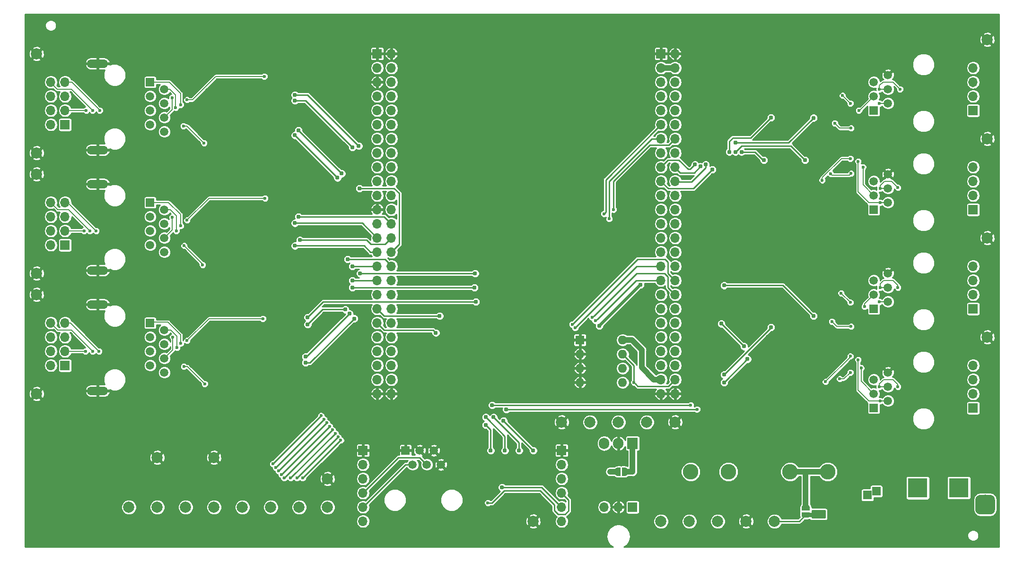
<source format=gbr>
G04 #@! TF.GenerationSoftware,KiCad,Pcbnew,5.0.2-bee76a0~70~ubuntu18.04.1*
G04 #@! TF.CreationDate,2019-06-19T23:06:31-07:00*
G04 #@! TF.ProjectId,aa-daughterboard-lvds,61612d64-6175-4676-9874-6572626f6172,rev?*
G04 #@! TF.SameCoordinates,Original*
G04 #@! TF.FileFunction,Copper,L4,Bot*
G04 #@! TF.FilePolarity,Positive*
%FSLAX46Y46*%
G04 Gerber Fmt 4.6, Leading zero omitted, Abs format (unit mm)*
G04 Created by KiCad (PCBNEW 5.0.2-bee76a0~70~ubuntu18.04.1) date Wed 19 Jun 2019 11:06:31 PM PDT*
%MOMM*%
%LPD*%
G01*
G04 APERTURE LIST*
G04 #@! TA.AperFunction,ComponentPad*
%ADD10R,1.905000X2.000000*%
G04 #@! TD*
G04 #@! TA.AperFunction,ComponentPad*
%ADD11O,1.905000X2.000000*%
G04 #@! TD*
G04 #@! TA.AperFunction,ComponentPad*
%ADD12R,1.600000X1.600000*%
G04 #@! TD*
G04 #@! TA.AperFunction,ComponentPad*
%ADD13C,1.600000*%
G04 #@! TD*
G04 #@! TA.AperFunction,ComponentPad*
%ADD14O,1.600000X1.600000*%
G04 #@! TD*
G04 #@! TA.AperFunction,ComponentPad*
%ADD15C,2.780000*%
G04 #@! TD*
G04 #@! TA.AperFunction,ComponentPad*
%ADD16C,2.000000*%
G04 #@! TD*
G04 #@! TA.AperFunction,ComponentPad*
%ADD17R,1.520000X1.520000*%
G04 #@! TD*
G04 #@! TA.AperFunction,ComponentPad*
%ADD18C,1.520000*%
G04 #@! TD*
G04 #@! TA.AperFunction,ComponentPad*
%ADD19C,3.500120*%
G04 #@! TD*
G04 #@! TA.AperFunction,ComponentPad*
%ADD20R,3.500120X3.500120*%
G04 #@! TD*
G04 #@! TA.AperFunction,ComponentPad*
%ADD21O,1.700000X1.700000*%
G04 #@! TD*
G04 #@! TA.AperFunction,ComponentPad*
%ADD22R,1.700000X1.700000*%
G04 #@! TD*
G04 #@! TA.AperFunction,ComponentPad*
%ADD23O,3.810000X1.524000*%
G04 #@! TD*
G04 #@! TA.AperFunction,Conductor*
%ADD24C,0.100000*%
G04 #@! TD*
G04 #@! TA.AperFunction,ComponentPad*
%ADD25C,3.500000*%
G04 #@! TD*
G04 #@! TA.AperFunction,ComponentPad*
%ADD26C,3.000000*%
G04 #@! TD*
G04 #@! TA.AperFunction,ComponentPad*
%ADD27R,3.500000X3.500000*%
G04 #@! TD*
G04 #@! TA.AperFunction,ComponentPad*
%ADD28C,0.900000*%
G04 #@! TD*
G04 #@! TA.AperFunction,ComponentPad*
%ADD29C,8.600000*%
G04 #@! TD*
G04 #@! TA.AperFunction,SMDPad,CuDef*
%ADD30C,0.500000*%
G04 #@! TD*
G04 #@! TA.AperFunction,ViaPad*
%ADD31C,0.787400*%
G04 #@! TD*
G04 #@! TA.AperFunction,ViaPad*
%ADD32C,0.600000*%
G04 #@! TD*
G04 #@! TA.AperFunction,Conductor*
%ADD33C,0.254000*%
G04 #@! TD*
G04 #@! TA.AperFunction,Conductor*
%ADD34C,1.016000*%
G04 #@! TD*
G04 #@! TA.AperFunction,Conductor*
%ADD35C,0.508000*%
G04 #@! TD*
G04 #@! TA.AperFunction,Conductor*
%ADD36C,0.152400*%
G04 #@! TD*
G04 APERTURE END LIST*
D10*
G04 #@! TO.P,U3,1*
G04 #@! TO.N,Net-(C4-Pad1)*
X162560000Y-128270000D03*
D11*
G04 #@! TO.P,U3,2*
G04 #@! TO.N,GND*
X160020000Y-128270000D03*
G04 #@! TO.P,U3,3*
G04 #@! TO.N,+5V*
X157480000Y-128270000D03*
G04 #@! TD*
D12*
G04 #@! TO.P,C1,1*
G04 #@! TO.N,Net-(C1-Pad1)*
X204597000Y-137541000D03*
D13*
G04 #@! TO.P,C1,2*
G04 #@! TO.N,GND*
X204597000Y-140041000D03*
D12*
G04 #@! TO.P,C1,1*
G04 #@! TO.N,Net-(C1-Pad1)*
X206197000Y-136870063D03*
D13*
G04 #@! TO.P,C1,2*
G04 #@! TO.N,GND*
X202997000Y-140711937D03*
G04 #@! TD*
D14*
G04 #@! TO.P,U1,8*
G04 #@! TO.N,/MEM_PWR*
X160782000Y-109728000D03*
G04 #@! TO.P,U1,4*
G04 #@! TO.N,GND*
X153162000Y-117348000D03*
G04 #@! TO.P,U1,7*
G04 #@! TO.N,/MEM_WP*
X160782000Y-112268000D03*
G04 #@! TO.P,U1,3*
G04 #@! TO.N,GND*
X153162000Y-114808000D03*
G04 #@! TO.P,U1,6*
G04 #@! TO.N,/I2C_SCL*
X160782000Y-114808000D03*
G04 #@! TO.P,U1,2*
G04 #@! TO.N,GND*
X153162000Y-112268000D03*
G04 #@! TO.P,U1,5*
G04 #@! TO.N,/I2C_SDA*
X160782000Y-117348000D03*
D12*
G04 #@! TO.P,U1,1*
G04 #@! TO.N,GND*
X153162000Y-109728000D03*
G04 #@! TD*
D15*
G04 #@! TO.P,F1,1*
G04 #@! TO.N,Net-(C4-Pad1)*
X172974000Y-133350000D03*
X179705000Y-133350000D03*
G04 #@! TO.P,F1,2*
G04 #@! TO.N,+12V*
X190754000Y-133350000D03*
X197485000Y-133350000D03*
G04 #@! TD*
D16*
G04 #@! TO.P,TP32,1*
G04 #@! TO.N,+5V*
X167640000Y-142240000D03*
G04 #@! TD*
D17*
G04 #@! TO.P,CN12,1*
G04 #@! TO.N,Net-(CN12-Pad1)*
X205740000Y-86360000D03*
D18*
G04 #@! TO.P,CN12,2*
G04 #@! TO.N,/TX_STALK_A_P*
X208280000Y-85090000D03*
G04 #@! TO.P,CN12,3*
G04 #@! TO.N,/TX_STALK_A_N*
X205740000Y-83820000D03*
G04 #@! TO.P,CN12,4*
G04 #@! TO.N,/PWM_CAP_A_P*
X208280000Y-82550000D03*
G04 #@! TO.P,CN12,5*
G04 #@! TO.N,/PWM_CAP_A_N*
X205740000Y-81280000D03*
G04 #@! TO.P,CN12,6*
G04 #@! TO.N,GND*
X208280000Y-80010000D03*
G04 #@! TD*
D17*
G04 #@! TO.P,CN11,1*
G04 #@! TO.N,Net-(CN11-Pad1)*
X205740000Y-104140000D03*
D18*
G04 #@! TO.P,CN11,2*
G04 #@! TO.N,/TX_STALK_B_P*
X208280000Y-102870000D03*
G04 #@! TO.P,CN11,3*
G04 #@! TO.N,/TX_STALK_B_N*
X205740000Y-101600000D03*
G04 #@! TO.P,CN11,4*
G04 #@! TO.N,/PWM_CAP_B_P*
X208280000Y-100330000D03*
G04 #@! TO.P,CN11,5*
G04 #@! TO.N,/PWM_CAP_B_N*
X205740000Y-99060000D03*
G04 #@! TO.P,CN11,6*
G04 #@! TO.N,GND*
X208280000Y-97790000D03*
G04 #@! TD*
D19*
G04 #@! TO.P,CN2,2*
G04 #@! TO.N,GND*
X213614000Y-141351000D03*
D20*
G04 #@! TO.P,CN2,1*
G04 #@! TO.N,Net-(C1-Pad1)*
X213614000Y-136271000D03*
G04 #@! TD*
D21*
G04 #@! TO.P,A1,P2_39*
G04 #@! TO.N,Net-(A1-PadP2_39)*
X167640000Y-106680000D03*
G04 #@! TO.P,A1,P2_48*
G04 #@! TO.N,/MEM_WP*
X170180000Y-116840000D03*
G04 #@! TO.P,A1,P2_49*
G04 #@! TO.N,GND*
X167640000Y-119380000D03*
G04 #@! TO.P,A1,P2_11*
G04 #@! TO.N,/TX_PANEL_2*
X167640000Y-71120000D03*
G04 #@! TO.P,A1,P2_38*
G04 #@! TO.N,Net-(A1-PadP2_38)*
X170180000Y-104140000D03*
G04 #@! TO.P,A1,P2_41*
G04 #@! TO.N,Net-(A1-PadP2_41)*
X167640000Y-109220000D03*
G04 #@! TO.P,A1,P2_32*
G04 #@! TO.N,Net-(A1-PadP2_32)*
X170180000Y-96520000D03*
G04 #@! TO.P,A1,P2_40*
G04 #@! TO.N,Net-(A1-PadP2_40)*
X170180000Y-106680000D03*
G04 #@! TO.P,A1,P2_4*
G04 #@! TO.N,+5V*
X170180000Y-60960000D03*
G04 #@! TO.P,A1,P2_30*
G04 #@! TO.N,Net-(A1-PadP2_30)*
X170180000Y-93980000D03*
G04 #@! TO.P,A1,P2_34*
G04 #@! TO.N,/DB_SYNC_2*
X170180000Y-99060000D03*
G04 #@! TO.P,A1,P2_18*
G04 #@! TO.N,/TX_STALK_B*
X170180000Y-78740000D03*
G04 #@! TO.P,A1,P2_10*
G04 #@! TO.N,Net-(A1-PadP2_10)*
X170180000Y-68580000D03*
G04 #@! TO.P,A1,P2_21*
G04 #@! TO.N,Net-(A1-PadP2_21)*
X167640000Y-83820000D03*
G04 #@! TO.P,A1,P2_42*
G04 #@! TO.N,Net-(A1-PadP2_42)*
X170180000Y-109220000D03*
G04 #@! TO.P,A1,P2_14*
G04 #@! TO.N,/TX_PANEL_1*
X170180000Y-73660000D03*
G04 #@! TO.P,A1,P2_25*
G04 #@! TO.N,Net-(A1-PadP2_25)*
X167640000Y-88900000D03*
G04 #@! TO.P,A1,P2_36*
G04 #@! TO.N,/DB_SYNC_0*
X170180000Y-101600000D03*
G04 #@! TO.P,A1,P2_47*
G04 #@! TO.N,/MEM_PWR*
X167640000Y-116840000D03*
G04 #@! TO.P,A1,P2_17*
G04 #@! TO.N,/TX_STALK_1*
X167640000Y-78740000D03*
G04 #@! TO.P,A1,P2_5*
G04 #@! TO.N,+3V*
X167640000Y-63500000D03*
G04 #@! TO.P,A1,P2_35*
G04 #@! TO.N,Net-(A1-PadP2_35)*
X167640000Y-101600000D03*
G04 #@! TO.P,A1,P2_16*
G04 #@! TO.N,/TX_STALK_2*
X170180000Y-76200000D03*
G04 #@! TO.P,A1,P2_2*
G04 #@! TO.N,GND*
X170180000Y-58420000D03*
G04 #@! TO.P,A1,P2_45*
G04 #@! TO.N,Net-(A1-PadP2_45)*
X167640000Y-114300000D03*
G04 #@! TO.P,A1,P2_46*
G04 #@! TO.N,/I2C_SDA*
X170180000Y-114300000D03*
G04 #@! TO.P,A1,P2_24*
G04 #@! TO.N,Net-(A1-PadP2_24)*
X170180000Y-86360000D03*
G04 #@! TO.P,A1,P2_44*
G04 #@! TO.N,Net-(A1-PadP2_44)*
X170180000Y-111760000D03*
G04 #@! TO.P,A1,P2_12*
G04 #@! TO.N,Net-(A1-PadP2_12)*
X170180000Y-71120000D03*
G04 #@! TO.P,A1,P2_31*
G04 #@! TO.N,/DB_SYNC_3*
X167640000Y-96520000D03*
G04 #@! TO.P,A1,P2_7*
G04 #@! TO.N,Net-(A1-PadP2_7)*
X167640000Y-66040000D03*
G04 #@! TO.P,A1,P2_19*
G04 #@! TO.N,/PWM_CAP_A*
X167640000Y-81280000D03*
G04 #@! TO.P,A1,P2_50*
G04 #@! TO.N,GND*
X170180000Y-119380000D03*
G04 #@! TO.P,A1,P2_33*
G04 #@! TO.N,/DB_SYNC_1*
X167640000Y-99060000D03*
G04 #@! TO.P,A1,P2_6*
G04 #@! TO.N,+3V*
X170180000Y-63500000D03*
G04 #@! TO.P,A1,P2_27*
G04 #@! TO.N,Net-(A1-PadP2_27)*
X167640000Y-91440000D03*
G04 #@! TO.P,A1,P2_3*
G04 #@! TO.N,+5V*
X167640000Y-60960000D03*
G04 #@! TO.P,A1,P2_43*
G04 #@! TO.N,/I2C_SCL*
X167640000Y-111760000D03*
G04 #@! TO.P,A1,P2_20*
G04 #@! TO.N,/PWM_CAP_2*
X170180000Y-81280000D03*
G04 #@! TO.P,A1,P2_37*
G04 #@! TO.N,Net-(A1-PadP2_37)*
X167640000Y-104140000D03*
G04 #@! TO.P,A1,P2_29*
G04 #@! TO.N,Net-(A1-PadP2_29)*
X167640000Y-93980000D03*
G04 #@! TO.P,A1,P2_28*
G04 #@! TO.N,Net-(A1-PadP2_28)*
X170180000Y-91440000D03*
G04 #@! TO.P,A1,P2_9*
G04 #@! TO.N,Net-(A1-PadP2_9)*
X167640000Y-68580000D03*
G04 #@! TO.P,A1,P2_26*
G04 #@! TO.N,Net-(A1-PadP2_26)*
X170180000Y-88900000D03*
G04 #@! TO.P,A1,P2_13*
G04 #@! TO.N,/TX_PANEL_0*
X167640000Y-73660000D03*
G04 #@! TO.P,A1,P2_8*
G04 #@! TO.N,Net-(A1-PadP2_8)*
X170180000Y-66040000D03*
D22*
G04 #@! TO.P,A1,P2_1*
G04 #@! TO.N,GND*
X167640000Y-58420000D03*
D21*
G04 #@! TO.P,A1,P2_22*
G04 #@! TO.N,Net-(A1-PadP2_22)*
X170180000Y-83820000D03*
G04 #@! TO.P,A1,P2_23*
G04 #@! TO.N,Net-(A1-PadP2_23)*
X167640000Y-86360000D03*
G04 #@! TO.P,A1,P2_15*
G04 #@! TO.N,/TX_STALK_A*
X167640000Y-76200000D03*
G04 #@! TO.P,A1,P1_50*
G04 #@! TO.N,GND*
X119380000Y-119380000D03*
G04 #@! TO.P,A1,P1_49*
X116840000Y-119380000D03*
G04 #@! TO.P,A1,P1_48*
G04 #@! TO.N,Net-(A1-PadP1_48)*
X119380000Y-116840000D03*
G04 #@! TO.P,A1,P1_47*
G04 #@! TO.N,/DB_BLUE*
X116840000Y-116840000D03*
G04 #@! TO.P,A1,P1_46*
G04 #@! TO.N,/DB_RED*
X119380000Y-114300000D03*
G04 #@! TO.P,A1,P1_45*
G04 #@! TO.N,/DB_ORANGE*
X116840000Y-114300000D03*
G04 #@! TO.P,A1,P1_44*
G04 #@! TO.N,/DB_GREEN*
X119380000Y-111760000D03*
G04 #@! TO.P,A1,P1_43*
G04 #@! TO.N,Net-(A1-PadP1_43)*
X116840000Y-111760000D03*
G04 #@! TO.P,A1,P1_42*
G04 #@! TO.N,Net-(A1-PadP1_42)*
X119380000Y-109220000D03*
G04 #@! TO.P,A1,P1_41*
G04 #@! TO.N,Net-(A1-PadP1_41)*
X116840000Y-109220000D03*
G04 #@! TO.P,A1,P1_40*
G04 #@! TO.N,Net-(A1-PadP1_40)*
X119380000Y-106680000D03*
G04 #@! TO.P,A1,P1_39*
G04 #@! TO.N,/PWM_CAP_B*
X116840000Y-106680000D03*
G04 #@! TO.P,A1,P1_38*
G04 #@! TO.N,Net-(A1-PadP1_38)*
X119380000Y-104140000D03*
G04 #@! TO.P,A1,P1_37*
G04 #@! TO.N,/PWM_CAP_1*
X116840000Y-104140000D03*
G04 #@! TO.P,A1,P1_36*
G04 #@! TO.N,Net-(A1-PadP1_36)*
X119380000Y-101600000D03*
G04 #@! TO.P,A1,P1_35*
G04 #@! TO.N,/RX_INPUT*
X116840000Y-101600000D03*
G04 #@! TO.P,A1,P1_34*
G04 #@! TO.N,/TX_INPUT*
X119380000Y-99060000D03*
G04 #@! TO.P,A1,P1_33*
G04 #@! TO.N,/TX_XP_3*
X116840000Y-99060000D03*
G04 #@! TO.P,A1,P1_32*
G04 #@! TO.N,/TX_XP_2*
X119380000Y-96520000D03*
G04 #@! TO.P,A1,P1_31*
G04 #@! TO.N,/TX_XP_1*
X116840000Y-96520000D03*
G04 #@! TO.P,A1,P1_30*
G04 #@! TO.N,/TX_XP_0*
X119380000Y-93980000D03*
G04 #@! TO.P,A1,P1_29*
G04 #@! TO.N,/TX_PANEL_7*
X116840000Y-93980000D03*
G04 #@! TO.P,A1,P1_28*
G04 #@! TO.N,/TX_PANEL_6*
X119380000Y-91440000D03*
G04 #@! TO.P,A1,P1_27*
G04 #@! TO.N,/TX_PANEL_5*
X116840000Y-91440000D03*
G04 #@! TO.P,A1,P1_26*
G04 #@! TO.N,/TX_PANEL_4*
X119380000Y-88900000D03*
G04 #@! TO.P,A1,P1_25*
G04 #@! TO.N,/TX_PANEL_3*
X116840000Y-88900000D03*
G04 #@! TO.P,A1,P1_24*
G04 #@! TO.N,Net-(A1-PadP1_24)*
X119380000Y-86360000D03*
G04 #@! TO.P,A1,P1_23*
G04 #@! TO.N,GND*
X116840000Y-86360000D03*
G04 #@! TO.P,A1,P1_22*
G04 #@! TO.N,Net-(A1-PadP1_22)*
X119380000Y-83820000D03*
G04 #@! TO.P,A1,P1_21*
G04 #@! TO.N,Net-(A1-PadP1_21)*
X116840000Y-83820000D03*
G04 #@! TO.P,A1,P1_20*
G04 #@! TO.N,Net-(A1-PadP1_20)*
X119380000Y-81280000D03*
G04 #@! TO.P,A1,P1_19*
G04 #@! TO.N,Net-(A1-PadP1_19)*
X116840000Y-81280000D03*
G04 #@! TO.P,A1,P1_18*
G04 #@! TO.N,Net-(A1-PadP1_18)*
X119380000Y-78740000D03*
G04 #@! TO.P,A1,P1_17*
G04 #@! TO.N,Net-(A1-PadP1_17)*
X116840000Y-78740000D03*
G04 #@! TO.P,A1,P1_16*
G04 #@! TO.N,Net-(A1-PadP1_16)*
X119380000Y-76200000D03*
G04 #@! TO.P,A1,P1_15*
G04 #@! TO.N,Net-(A1-PadP1_15)*
X116840000Y-76200000D03*
G04 #@! TO.P,A1,P1_14*
G04 #@! TO.N,/TX_DEBUG*
X119380000Y-73660000D03*
G04 #@! TO.P,A1,P1_13*
G04 #@! TO.N,/RX_DEBUG*
X116840000Y-73660000D03*
G04 #@! TO.P,A1,P1_12*
G04 #@! TO.N,Net-(A1-PadP1_12)*
X119380000Y-71120000D03*
G04 #@! TO.P,A1,P1_11*
G04 #@! TO.N,Net-(A1-PadP1_11)*
X116840000Y-71120000D03*
G04 #@! TO.P,A1,P1_10*
G04 #@! TO.N,Net-(A1-PadP1_10)*
X119380000Y-68580000D03*
G04 #@! TO.P,A1,P1_9*
G04 #@! TO.N,Net-(A1-PadP1_9)*
X116840000Y-68580000D03*
G04 #@! TO.P,A1,P1_8*
G04 #@! TO.N,Net-(A1-PadP1_8)*
X119380000Y-66040000D03*
G04 #@! TO.P,A1,P1_7*
G04 #@! TO.N,Net-(A1-PadP1_7)*
X116840000Y-66040000D03*
G04 #@! TO.P,A1,P1_6*
G04 #@! TO.N,/NRST*
X119380000Y-63500000D03*
G04 #@! TO.P,A1,P1_5*
G04 #@! TO.N,GND*
X116840000Y-63500000D03*
G04 #@! TO.P,A1,P1_4*
G04 #@! TO.N,Net-(A1-PadP1_4)*
X119380000Y-60960000D03*
G04 #@! TO.P,A1,P1_3*
G04 #@! TO.N,Net-(A1-PadP1_3)*
X116840000Y-60960000D03*
G04 #@! TO.P,A1,P1_2*
G04 #@! TO.N,GND*
X119380000Y-58420000D03*
D22*
G04 #@! TO.P,A1,P1_1*
X116840000Y-58420000D03*
G04 #@! TD*
D23*
G04 #@! TO.P,CN19,SH*
G04 #@! TO.N,GND*
X66802000Y-75692000D03*
X66802000Y-60198000D03*
D18*
G04 #@! TO.P,CN19,8*
G04 #@! TO.N,/TX_XP_3_P*
X78740000Y-72390000D03*
G04 #@! TO.P,CN19,7*
G04 #@! TO.N,/TX_XP_3_N*
X76200000Y-71120000D03*
D17*
G04 #@! TO.P,CN19,1*
G04 #@! TO.N,/TX_XP_2_N*
X76200000Y-63500000D03*
D18*
G04 #@! TO.P,CN19,2*
G04 #@! TO.N,/TX_XP_2_P*
X78740000Y-64770000D03*
G04 #@! TO.P,CN19,3*
G04 #@! TO.N,/TX_XP_1_N*
X76200000Y-66040000D03*
G04 #@! TO.P,CN19,4*
G04 #@! TO.N,/TX_XP_0_N*
X78740000Y-67310000D03*
G04 #@! TO.P,CN19,5*
G04 #@! TO.N,/TX_XP_0_P*
X76200000Y-68580000D03*
G04 #@! TO.P,CN19,6*
G04 #@! TO.N,/TX_XP_1_P*
X78740000Y-69850000D03*
G04 #@! TD*
D24*
G04 #@! TO.N,Net-(CN1-Pad3)*
G04 #@! TO.C,CN1*
G36*
X226640765Y-137494213D02*
X226725704Y-137506813D01*
X226808999Y-137527677D01*
X226889848Y-137556605D01*
X226967472Y-137593319D01*
X227041124Y-137637464D01*
X227110094Y-137688616D01*
X227173718Y-137746282D01*
X227231384Y-137809906D01*
X227282536Y-137878876D01*
X227326681Y-137952528D01*
X227363395Y-138030152D01*
X227392323Y-138111001D01*
X227413187Y-138194296D01*
X227425787Y-138279235D01*
X227430000Y-138365000D01*
X227430000Y-140115000D01*
X227425787Y-140200765D01*
X227413187Y-140285704D01*
X227392323Y-140368999D01*
X227363395Y-140449848D01*
X227326681Y-140527472D01*
X227282536Y-140601124D01*
X227231384Y-140670094D01*
X227173718Y-140733718D01*
X227110094Y-140791384D01*
X227041124Y-140842536D01*
X226967472Y-140886681D01*
X226889848Y-140923395D01*
X226808999Y-140952323D01*
X226725704Y-140973187D01*
X226640765Y-140985787D01*
X226555000Y-140990000D01*
X224805000Y-140990000D01*
X224719235Y-140985787D01*
X224634296Y-140973187D01*
X224551001Y-140952323D01*
X224470152Y-140923395D01*
X224392528Y-140886681D01*
X224318876Y-140842536D01*
X224249906Y-140791384D01*
X224186282Y-140733718D01*
X224128616Y-140670094D01*
X224077464Y-140601124D01*
X224033319Y-140527472D01*
X223996605Y-140449848D01*
X223967677Y-140368999D01*
X223946813Y-140285704D01*
X223934213Y-140200765D01*
X223930000Y-140115000D01*
X223930000Y-138365000D01*
X223934213Y-138279235D01*
X223946813Y-138194296D01*
X223967677Y-138111001D01*
X223996605Y-138030152D01*
X224033319Y-137952528D01*
X224077464Y-137878876D01*
X224128616Y-137809906D01*
X224186282Y-137746282D01*
X224249906Y-137688616D01*
X224318876Y-137637464D01*
X224392528Y-137593319D01*
X224470152Y-137556605D01*
X224551001Y-137527677D01*
X224634296Y-137506813D01*
X224719235Y-137494213D01*
X224805000Y-137490000D01*
X226555000Y-137490000D01*
X226640765Y-137494213D01*
X226640765Y-137494213D01*
G37*
D25*
G04 #@! TD*
G04 #@! TO.P,CN1,3*
G04 #@! TO.N,Net-(CN1-Pad3)*
X225680000Y-139240000D03*
D24*
G04 #@! TO.N,GND*
G04 #@! TO.C,CN1*
G36*
X222053513Y-140743611D02*
X222126318Y-140754411D01*
X222197714Y-140772295D01*
X222267013Y-140797090D01*
X222333548Y-140828559D01*
X222396678Y-140866398D01*
X222455795Y-140910242D01*
X222510330Y-140959670D01*
X222559758Y-141014205D01*
X222603602Y-141073322D01*
X222641441Y-141136452D01*
X222672910Y-141202987D01*
X222697705Y-141272286D01*
X222715589Y-141343682D01*
X222726389Y-141416487D01*
X222730000Y-141490000D01*
X222730000Y-142990000D01*
X222726389Y-143063513D01*
X222715589Y-143136318D01*
X222697705Y-143207714D01*
X222672910Y-143277013D01*
X222641441Y-143343548D01*
X222603602Y-143406678D01*
X222559758Y-143465795D01*
X222510330Y-143520330D01*
X222455795Y-143569758D01*
X222396678Y-143613602D01*
X222333548Y-143651441D01*
X222267013Y-143682910D01*
X222197714Y-143707705D01*
X222126318Y-143725589D01*
X222053513Y-143736389D01*
X221980000Y-143740000D01*
X219980000Y-143740000D01*
X219906487Y-143736389D01*
X219833682Y-143725589D01*
X219762286Y-143707705D01*
X219692987Y-143682910D01*
X219626452Y-143651441D01*
X219563322Y-143613602D01*
X219504205Y-143569758D01*
X219449670Y-143520330D01*
X219400242Y-143465795D01*
X219356398Y-143406678D01*
X219318559Y-143343548D01*
X219287090Y-143277013D01*
X219262295Y-143207714D01*
X219244411Y-143136318D01*
X219233611Y-143063513D01*
X219230000Y-142990000D01*
X219230000Y-141490000D01*
X219233611Y-141416487D01*
X219244411Y-141343682D01*
X219262295Y-141272286D01*
X219287090Y-141202987D01*
X219318559Y-141136452D01*
X219356398Y-141073322D01*
X219400242Y-141014205D01*
X219449670Y-140959670D01*
X219504205Y-140910242D01*
X219563322Y-140866398D01*
X219626452Y-140828559D01*
X219692987Y-140797090D01*
X219762286Y-140772295D01*
X219833682Y-140754411D01*
X219906487Y-140743611D01*
X219980000Y-140740000D01*
X221980000Y-140740000D01*
X222053513Y-140743611D01*
X222053513Y-140743611D01*
G37*
D26*
G04 #@! TD*
G04 #@! TO.P,CN1,2*
G04 #@! TO.N,GND*
X220980000Y-142240000D03*
D27*
G04 #@! TO.P,CN1,1*
G04 #@! TO.N,Net-(C1-Pad1)*
X220980000Y-136240000D03*
G04 #@! TD*
D21*
G04 #@! TO.P,CN4,6*
G04 #@! TO.N,Net-(CN4-Pad6)*
X149860000Y-142240000D03*
G04 #@! TO.P,CN4,5*
G04 #@! TO.N,/TX_DEBUG_S*
X149860000Y-139700000D03*
G04 #@! TO.P,CN4,4*
G04 #@! TO.N,/RX_DEBUG_S*
X149860000Y-137160000D03*
G04 #@! TO.P,CN4,3*
G04 #@! TO.N,Net-(CN4-Pad3)*
X149860000Y-134620000D03*
G04 #@! TO.P,CN4,2*
G04 #@! TO.N,Net-(CN4-Pad2)*
X149860000Y-132080000D03*
D22*
G04 #@! TO.P,CN4,1*
G04 #@! TO.N,GND*
X149860000Y-129540000D03*
G04 #@! TD*
D21*
G04 #@! TO.P,CN3,6*
G04 #@! TO.N,Net-(CN3-Pad6)*
X114300000Y-142240000D03*
G04 #@! TO.P,CN3,5*
G04 #@! TO.N,/TX_INPUT_S*
X114300000Y-139700000D03*
G04 #@! TO.P,CN3,4*
G04 #@! TO.N,/RX_INPUT_S*
X114300000Y-137160000D03*
G04 #@! TO.P,CN3,3*
G04 #@! TO.N,Net-(CN3-Pad3)*
X114300000Y-134620000D03*
G04 #@! TO.P,CN3,2*
G04 #@! TO.N,Net-(CN3-Pad2)*
X114300000Y-132080000D03*
D22*
G04 #@! TO.P,CN3,1*
G04 #@! TO.N,GND*
X114300000Y-129540000D03*
G04 #@! TD*
D16*
G04 #@! TO.P,TP13,1*
G04 #@! TO.N,/DB_ORANGE*
X77470000Y-139700000D03*
G04 #@! TD*
G04 #@! TO.P,TP6,1*
G04 #@! TO.N,Net-(C1-Pad1)*
X187960000Y-142240000D03*
G04 #@! TD*
G04 #@! TO.P,TP1,1*
G04 #@! TO.N,GND*
X77470000Y-130810000D03*
G04 #@! TD*
G04 #@! TO.P,TP2,1*
G04 #@! TO.N,GND*
X87630000Y-130810000D03*
G04 #@! TD*
G04 #@! TO.P,TP3,1*
G04 #@! TO.N,GND*
X226060000Y-91440000D03*
G04 #@! TD*
G04 #@! TO.P,TP4,1*
G04 #@! TO.N,GND*
X226060000Y-73660000D03*
G04 #@! TD*
G04 #@! TO.P,TP14,1*
G04 #@! TO.N,/DB_RED*
X82550000Y-139700000D03*
G04 #@! TD*
G04 #@! TO.P,TP31,1*
G04 #@! TO.N,Net-(C4-Pad1)*
X172720000Y-142240000D03*
G04 #@! TD*
G04 #@! TO.P,TP12,1*
G04 #@! TO.N,/DB_GREEN*
X72390000Y-139700000D03*
G04 #@! TD*
G04 #@! TO.P,TP5,1*
G04 #@! TO.N,GND*
X182880000Y-142240000D03*
G04 #@! TD*
G04 #@! TO.P,TP7,1*
G04 #@! TO.N,/MEM_WP*
X165100000Y-124460000D03*
G04 #@! TD*
G04 #@! TO.P,TP8,1*
G04 #@! TO.N,GND*
X55880000Y-119380000D03*
G04 #@! TD*
G04 #@! TO.P,TP11,1*
G04 #@! TO.N,/I2C_SCL*
X154940000Y-124460000D03*
G04 #@! TD*
G04 #@! TO.P,TP10,1*
G04 #@! TO.N,/I2C_SDA*
X160020000Y-124460000D03*
G04 #@! TD*
G04 #@! TO.P,TP9,1*
G04 #@! TO.N,GND*
X55880000Y-101600000D03*
G04 #@! TD*
G04 #@! TO.P,TP16,1*
G04 #@! TO.N,/DB_SYNC_0*
X92710000Y-139700000D03*
G04 #@! TD*
G04 #@! TO.P,TP24,1*
G04 #@! TO.N,GND*
X55880000Y-97790000D03*
G04 #@! TD*
G04 #@! TO.P,TP17,1*
G04 #@! TO.N,/DB_SYNC_1*
X97790000Y-139700000D03*
G04 #@! TD*
G04 #@! TO.P,TP18,1*
G04 #@! TO.N,/DB_SYNC_2*
X102870000Y-139700000D03*
G04 #@! TD*
G04 #@! TO.P,TP19,1*
G04 #@! TO.N,/DB_SYNC_3*
X107950000Y-139700000D03*
G04 #@! TD*
G04 #@! TO.P,TP20,1*
G04 #@! TO.N,GND*
X170180000Y-124460000D03*
G04 #@! TD*
G04 #@! TO.P,TP21,1*
G04 #@! TO.N,GND*
X149860000Y-124460000D03*
G04 #@! TD*
G04 #@! TO.P,TP23,1*
G04 #@! TO.N,GND*
X226060000Y-55880000D03*
G04 #@! TD*
G04 #@! TO.P,TP25,1*
G04 #@! TO.N,GND*
X55880000Y-76200000D03*
G04 #@! TD*
G04 #@! TO.P,TP26,1*
G04 #@! TO.N,GND*
X55880000Y-80010000D03*
G04 #@! TD*
G04 #@! TO.P,TP27,1*
G04 #@! TO.N,GND*
X55880000Y-58420000D03*
G04 #@! TD*
G04 #@! TO.P,TP28,1*
G04 #@! TO.N,GND*
X107950000Y-134620000D03*
G04 #@! TD*
G04 #@! TO.P,TP29,1*
G04 #@! TO.N,GND*
X144780000Y-142240000D03*
G04 #@! TD*
G04 #@! TO.P,TP15,1*
G04 #@! TO.N,/DB_BLUE*
X87630000Y-139700000D03*
G04 #@! TD*
G04 #@! TO.P,TP22,1*
G04 #@! TO.N,GND*
X226060000Y-109220000D03*
G04 #@! TD*
G04 #@! TO.P,TP30,1*
G04 #@! TO.N,+12V*
X177800000Y-142240000D03*
G04 #@! TD*
D28*
G04 #@! TO.P,H2,1*
G04 #@! TO.N,GND*
X106939581Y-58679581D03*
X105995000Y-60960000D03*
X106939581Y-63240419D03*
X109220000Y-64185000D03*
X111500419Y-63240419D03*
X112445000Y-60960000D03*
X111500419Y-58679581D03*
X109220000Y-57735000D03*
D29*
X109220000Y-60960000D03*
G04 #@! TD*
D28*
G04 #@! TO.P,H3,1*
G04 #@! TO.N,GND*
X195839581Y-122179581D03*
X194895000Y-124460000D03*
X195839581Y-126740419D03*
X198120000Y-127685000D03*
X200400419Y-126740419D03*
X201345000Y-124460000D03*
X200400419Y-122179581D03*
X198120000Y-121235000D03*
D29*
X198120000Y-124460000D03*
G04 #@! TD*
D28*
G04 #@! TO.P,H1,1*
G04 #@! TO.N,GND*
X81539581Y-122179581D03*
X80595000Y-124460000D03*
X81539581Y-126740419D03*
X83820000Y-127685000D03*
X86100419Y-126740419D03*
X87045000Y-124460000D03*
X86100419Y-122179581D03*
X83820000Y-121235000D03*
D29*
X83820000Y-124460000D03*
G04 #@! TD*
D28*
G04 #@! TO.P,H4,1*
G04 #@! TO.N,GND*
X175519581Y-58679581D03*
X174575000Y-60960000D03*
X175519581Y-63240419D03*
X177800000Y-64185000D03*
X180080419Y-63240419D03*
X181025000Y-60960000D03*
X180080419Y-58679581D03*
X177800000Y-57735000D03*
D29*
X177800000Y-60960000D03*
G04 #@! TD*
D17*
G04 #@! TO.P,CN13,1*
G04 #@! TO.N,Net-(CN13-Pad1)*
X205740000Y-68580000D03*
D18*
G04 #@! TO.P,CN13,2*
G04 #@! TO.N,/TX_STALK_2_P*
X208280000Y-67310000D03*
G04 #@! TO.P,CN13,3*
G04 #@! TO.N,/TX_STALK_2_N*
X205740000Y-66040000D03*
G04 #@! TO.P,CN13,4*
G04 #@! TO.N,/PWM_CAP_2_P*
X208280000Y-64770000D03*
G04 #@! TO.P,CN13,5*
G04 #@! TO.N,/PWM_CAP_2_N*
X205740000Y-63500000D03*
G04 #@! TO.P,CN13,6*
G04 #@! TO.N,GND*
X208280000Y-62230000D03*
G04 #@! TD*
D23*
G04 #@! TO.P,CN18,SH*
G04 #@! TO.N,GND*
X66802000Y-97282000D03*
X66802000Y-81788000D03*
D18*
G04 #@! TO.P,CN18,8*
G04 #@! TO.N,/TX_PANEL_7_P*
X78740000Y-93980000D03*
G04 #@! TO.P,CN18,7*
G04 #@! TO.N,/TX_PANEL_7_N*
X76200000Y-92710000D03*
D17*
G04 #@! TO.P,CN18,1*
G04 #@! TO.N,/TX_PANEL_6_N*
X76200000Y-85090000D03*
D18*
G04 #@! TO.P,CN18,2*
G04 #@! TO.N,/TX_PANEL_6_P*
X78740000Y-86360000D03*
G04 #@! TO.P,CN18,3*
G04 #@! TO.N,/TX_PANEL_5_N*
X76200000Y-87630000D03*
G04 #@! TO.P,CN18,4*
G04 #@! TO.N,/TX_PANEL_4_N*
X78740000Y-88900000D03*
G04 #@! TO.P,CN18,5*
G04 #@! TO.N,/TX_PANEL_4_P*
X76200000Y-90170000D03*
G04 #@! TO.P,CN18,6*
G04 #@! TO.N,/TX_PANEL_5_P*
X78740000Y-91440000D03*
G04 #@! TD*
D21*
G04 #@! TO.P,CN15,8*
G04 #@! TO.N,/TX_PANEL_7_N*
X58420000Y-85090000D03*
G04 #@! TO.P,CN15,7*
G04 #@! TO.N,/TX_PANEL_7_P*
X60960000Y-85090000D03*
G04 #@! TO.P,CN15,6*
G04 #@! TO.N,/TX_PANEL_6_N*
X58420000Y-87630000D03*
G04 #@! TO.P,CN15,5*
G04 #@! TO.N,/TX_PANEL_6_P*
X60960000Y-87630000D03*
G04 #@! TO.P,CN15,4*
G04 #@! TO.N,/TX_PANEL_5_N*
X58420000Y-90170000D03*
G04 #@! TO.P,CN15,3*
G04 #@! TO.N,/TX_PANEL_5_P*
X60960000Y-90170000D03*
G04 #@! TO.P,CN15,2*
G04 #@! TO.N,/TX_PANEL_4_N*
X58420000Y-92710000D03*
D22*
G04 #@! TO.P,CN15,1*
G04 #@! TO.N,/TX_PANEL_4_P*
X60960000Y-92710000D03*
G04 #@! TD*
D21*
G04 #@! TO.P,CN16,8*
G04 #@! TO.N,/TX_XP_3_N*
X58420000Y-63500000D03*
G04 #@! TO.P,CN16,7*
G04 #@! TO.N,/TX_XP_3_P*
X60960000Y-63500000D03*
G04 #@! TO.P,CN16,6*
G04 #@! TO.N,/TX_XP_2_N*
X58420000Y-66040000D03*
G04 #@! TO.P,CN16,5*
G04 #@! TO.N,/TX_XP_2_P*
X60960000Y-66040000D03*
G04 #@! TO.P,CN16,4*
G04 #@! TO.N,/TX_XP_1_N*
X58420000Y-68580000D03*
G04 #@! TO.P,CN16,3*
G04 #@! TO.N,/TX_XP_1_P*
X60960000Y-68580000D03*
G04 #@! TO.P,CN16,2*
G04 #@! TO.N,/TX_XP_0_N*
X58420000Y-71120000D03*
D22*
G04 #@! TO.P,CN16,1*
G04 #@! TO.N,/TX_XP_0_P*
X60960000Y-71120000D03*
G04 #@! TD*
D21*
G04 #@! TO.P,CN14,8*
G04 #@! TO.N,/TX_PANEL_3_N*
X58420000Y-106680000D03*
G04 #@! TO.P,CN14,7*
G04 #@! TO.N,/TX_PANEL_3_P*
X60960000Y-106680000D03*
G04 #@! TO.P,CN14,6*
G04 #@! TO.N,/TX_PANEL_2_N*
X58420000Y-109220000D03*
G04 #@! TO.P,CN14,5*
G04 #@! TO.N,/TX_PANEL_2_P*
X60960000Y-109220000D03*
G04 #@! TO.P,CN14,4*
G04 #@! TO.N,/TX_PANEL_1_N*
X58420000Y-111760000D03*
G04 #@! TO.P,CN14,3*
G04 #@! TO.N,/TX_PANEL_1_P*
X60960000Y-111760000D03*
G04 #@! TO.P,CN14,2*
G04 #@! TO.N,/TX_PANEL_0_N*
X58420000Y-114300000D03*
D22*
G04 #@! TO.P,CN14,1*
G04 #@! TO.N,/TX_PANEL_0_P*
X60960000Y-114300000D03*
G04 #@! TD*
D17*
G04 #@! TO.P,CN5,1*
G04 #@! TO.N,GND*
X121920000Y-129540000D03*
D18*
G04 #@! TO.P,CN5,2*
G04 #@! TO.N,/TX_INPUT_S*
X123190000Y-132080000D03*
G04 #@! TO.P,CN5,3*
G04 #@! TO.N,GND*
X124460000Y-129540000D03*
G04 #@! TO.P,CN5,4*
G04 #@! TO.N,/RX_INPUT_S*
X125730000Y-132080000D03*
G04 #@! TO.P,CN5,5*
G04 #@! TO.N,GND*
X127000000Y-129540000D03*
G04 #@! TO.P,CN5,6*
X128270000Y-132080000D03*
G04 #@! TD*
D17*
G04 #@! TO.P,CN10,1*
G04 #@! TO.N,Net-(CN10-Pad1)*
X205740000Y-121920000D03*
D18*
G04 #@! TO.P,CN10,2*
G04 #@! TO.N,/TX_STALK_1_P*
X208280000Y-120650000D03*
G04 #@! TO.P,CN10,3*
G04 #@! TO.N,/TX_STALK_1_N*
X205740000Y-119380000D03*
G04 #@! TO.P,CN10,4*
G04 #@! TO.N,/PWM_CAP_1_P*
X208280000Y-118110000D03*
G04 #@! TO.P,CN10,5*
G04 #@! TO.N,/PWM_CAP_1_N*
X205740000Y-116840000D03*
G04 #@! TO.P,CN10,6*
G04 #@! TO.N,GND*
X208280000Y-115570000D03*
G04 #@! TD*
D23*
G04 #@! TO.P,CN17,SH*
G04 #@! TO.N,GND*
X66802000Y-118872000D03*
X66802000Y-103378000D03*
D18*
G04 #@! TO.P,CN17,8*
G04 #@! TO.N,/TX_PANEL_3_P*
X78740000Y-115570000D03*
G04 #@! TO.P,CN17,7*
G04 #@! TO.N,/TX_PANEL_3_N*
X76200000Y-114300000D03*
D17*
G04 #@! TO.P,CN17,1*
G04 #@! TO.N,/TX_PANEL_2_N*
X76200000Y-106680000D03*
D18*
G04 #@! TO.P,CN17,2*
G04 #@! TO.N,/TX_PANEL_2_P*
X78740000Y-107950000D03*
G04 #@! TO.P,CN17,3*
G04 #@! TO.N,/TX_PANEL_1_N*
X76200000Y-109220000D03*
G04 #@! TO.P,CN17,4*
G04 #@! TO.N,/TX_PANEL_0_N*
X78740000Y-110490000D03*
G04 #@! TO.P,CN17,5*
G04 #@! TO.N,/TX_PANEL_0_P*
X76200000Y-111760000D03*
G04 #@! TO.P,CN17,6*
G04 #@! TO.N,/TX_PANEL_1_P*
X78740000Y-113030000D03*
G04 #@! TD*
D21*
G04 #@! TO.P,CN6,4*
G04 #@! TO.N,/PWM_CAP_1_N*
X223520000Y-114300000D03*
G04 #@! TO.P,CN6,3*
G04 #@! TO.N,/PWM_CAP_1_P*
X223520000Y-116840000D03*
G04 #@! TO.P,CN6,2*
G04 #@! TO.N,/TX_STALK_1_N*
X223520000Y-119380000D03*
D22*
G04 #@! TO.P,CN6,1*
G04 #@! TO.N,/TX_STALK_1_P*
X223520000Y-121920000D03*
G04 #@! TD*
D21*
G04 #@! TO.P,CN7,4*
G04 #@! TO.N,/PWM_CAP_B_N*
X223520000Y-96520000D03*
G04 #@! TO.P,CN7,3*
G04 #@! TO.N,/PWM_CAP_B_P*
X223520000Y-99060000D03*
G04 #@! TO.P,CN7,2*
G04 #@! TO.N,/TX_STALK_B_N*
X223520000Y-101600000D03*
D22*
G04 #@! TO.P,CN7,1*
G04 #@! TO.N,/TX_STALK_B_P*
X223520000Y-104140000D03*
G04 #@! TD*
D21*
G04 #@! TO.P,CN8,4*
G04 #@! TO.N,/PWM_CAP_A_N*
X223520000Y-78740000D03*
G04 #@! TO.P,CN8,3*
G04 #@! TO.N,/PWM_CAP_A_P*
X223520000Y-81280000D03*
G04 #@! TO.P,CN8,2*
G04 #@! TO.N,/TX_STALK_A_N*
X223520000Y-83820000D03*
D22*
G04 #@! TO.P,CN8,1*
G04 #@! TO.N,/TX_STALK_A_P*
X223520000Y-86360000D03*
G04 #@! TD*
D21*
G04 #@! TO.P,CN9,4*
G04 #@! TO.N,/PWM_CAP_2_N*
X223520000Y-60960000D03*
G04 #@! TO.P,CN9,3*
G04 #@! TO.N,/PWM_CAP_2_P*
X223520000Y-63500000D03*
G04 #@! TO.P,CN9,2*
G04 #@! TO.N,/TX_STALK_2_N*
X223520000Y-66040000D03*
D22*
G04 #@! TO.P,CN9,1*
G04 #@! TO.N,/TX_STALK_2_P*
X223520000Y-68580000D03*
G04 #@! TD*
D30*
G04 #@! TO.P,JP7,1*
G04 #@! TO.N,Net-(C4-Pad1)*
X161178000Y-133350000D03*
D24*
G04 #@! TD*
G04 #@! TO.N,Net-(C4-Pad1)*
G04 #@! TO.C,JP7*
G36*
X160678000Y-132600000D02*
X161178000Y-132600000D01*
X161178000Y-132600602D01*
X161202534Y-132600602D01*
X161251365Y-132605412D01*
X161299490Y-132614984D01*
X161346445Y-132629228D01*
X161391778Y-132648005D01*
X161435051Y-132671136D01*
X161475850Y-132698396D01*
X161513779Y-132729524D01*
X161548476Y-132764221D01*
X161579604Y-132802150D01*
X161606864Y-132842949D01*
X161629995Y-132886222D01*
X161648772Y-132931555D01*
X161663016Y-132978510D01*
X161672588Y-133026635D01*
X161677398Y-133075466D01*
X161677398Y-133100000D01*
X161678000Y-133100000D01*
X161678000Y-133600000D01*
X161677398Y-133600000D01*
X161677398Y-133624534D01*
X161672588Y-133673365D01*
X161663016Y-133721490D01*
X161648772Y-133768445D01*
X161629995Y-133813778D01*
X161606864Y-133857051D01*
X161579604Y-133897850D01*
X161548476Y-133935779D01*
X161513779Y-133970476D01*
X161475850Y-134001604D01*
X161435051Y-134028864D01*
X161391778Y-134051995D01*
X161346445Y-134070772D01*
X161299490Y-134085016D01*
X161251365Y-134094588D01*
X161202534Y-134099398D01*
X161178000Y-134099398D01*
X161178000Y-134100000D01*
X160678000Y-134100000D01*
X160678000Y-132600000D01*
X160678000Y-132600000D01*
G37*
D30*
G04 #@! TO.P,JP7,2*
G04 #@! TO.N,+5V*
X159878000Y-133350000D03*
D24*
G04 #@! TD*
G04 #@! TO.N,+5V*
G04 #@! TO.C,JP7*
G36*
X159878000Y-134099398D02*
X159853466Y-134099398D01*
X159804635Y-134094588D01*
X159756510Y-134085016D01*
X159709555Y-134070772D01*
X159664222Y-134051995D01*
X159620949Y-134028864D01*
X159580150Y-134001604D01*
X159542221Y-133970476D01*
X159507524Y-133935779D01*
X159476396Y-133897850D01*
X159449136Y-133857051D01*
X159426005Y-133813778D01*
X159407228Y-133768445D01*
X159392984Y-133721490D01*
X159383412Y-133673365D01*
X159378602Y-133624534D01*
X159378602Y-133600000D01*
X159378000Y-133600000D01*
X159378000Y-133100000D01*
X159378602Y-133100000D01*
X159378602Y-133075466D01*
X159383412Y-133026635D01*
X159392984Y-132978510D01*
X159407228Y-132931555D01*
X159426005Y-132886222D01*
X159449136Y-132842949D01*
X159476396Y-132802150D01*
X159507524Y-132764221D01*
X159542221Y-132729524D01*
X159580150Y-132698396D01*
X159620949Y-132671136D01*
X159664222Y-132648005D01*
X159709555Y-132629228D01*
X159756510Y-132614984D01*
X159804635Y-132605412D01*
X159853466Y-132600602D01*
X159878000Y-132600602D01*
X159878000Y-132600000D01*
X160378000Y-132600000D01*
X160378000Y-134100000D01*
X159878000Y-134100000D01*
X159878000Y-134099398D01*
X159878000Y-134099398D01*
G37*
D30*
G04 #@! TO.P,JP5,2*
G04 #@! TO.N,+12V*
X193548000Y-139812000D03*
D24*
G04 #@! TD*
G04 #@! TO.N,+12V*
G04 #@! TO.C,JP5*
G36*
X192798602Y-139812000D02*
X192798602Y-139787466D01*
X192803412Y-139738635D01*
X192812984Y-139690510D01*
X192827228Y-139643555D01*
X192846005Y-139598222D01*
X192869136Y-139554949D01*
X192896396Y-139514150D01*
X192927524Y-139476221D01*
X192962221Y-139441524D01*
X193000150Y-139410396D01*
X193040949Y-139383136D01*
X193084222Y-139360005D01*
X193129555Y-139341228D01*
X193176510Y-139326984D01*
X193224635Y-139317412D01*
X193273466Y-139312602D01*
X193298000Y-139312602D01*
X193298000Y-139312000D01*
X193798000Y-139312000D01*
X193798000Y-139312602D01*
X193822534Y-139312602D01*
X193871365Y-139317412D01*
X193919490Y-139326984D01*
X193966445Y-139341228D01*
X194011778Y-139360005D01*
X194055051Y-139383136D01*
X194095850Y-139410396D01*
X194133779Y-139441524D01*
X194168476Y-139476221D01*
X194199604Y-139514150D01*
X194226864Y-139554949D01*
X194249995Y-139598222D01*
X194268772Y-139643555D01*
X194283016Y-139690510D01*
X194292588Y-139738635D01*
X194297398Y-139787466D01*
X194297398Y-139812000D01*
X194298000Y-139812000D01*
X194298000Y-140312000D01*
X192798000Y-140312000D01*
X192798000Y-139812000D01*
X192798602Y-139812000D01*
X192798602Y-139812000D01*
G37*
D30*
G04 #@! TO.P,JP5,1*
G04 #@! TO.N,Net-(C1-Pad1)*
X193548000Y-141112000D03*
D24*
G04 #@! TD*
G04 #@! TO.N,Net-(C1-Pad1)*
G04 #@! TO.C,JP5*
G36*
X194298000Y-140612000D02*
X194298000Y-141112000D01*
X194297398Y-141112000D01*
X194297398Y-141136534D01*
X194292588Y-141185365D01*
X194283016Y-141233490D01*
X194268772Y-141280445D01*
X194249995Y-141325778D01*
X194226864Y-141369051D01*
X194199604Y-141409850D01*
X194168476Y-141447779D01*
X194133779Y-141482476D01*
X194095850Y-141513604D01*
X194055051Y-141540864D01*
X194011778Y-141563995D01*
X193966445Y-141582772D01*
X193919490Y-141597016D01*
X193871365Y-141606588D01*
X193822534Y-141611398D01*
X193798000Y-141611398D01*
X193798000Y-141612000D01*
X193298000Y-141612000D01*
X193298000Y-141611398D01*
X193273466Y-141611398D01*
X193224635Y-141606588D01*
X193176510Y-141597016D01*
X193129555Y-141582772D01*
X193084222Y-141563995D01*
X193040949Y-141540864D01*
X193000150Y-141513604D01*
X192962221Y-141482476D01*
X192927524Y-141447779D01*
X192896396Y-141409850D01*
X192869136Y-141369051D01*
X192846005Y-141325778D01*
X192827228Y-141280445D01*
X192812984Y-141233490D01*
X192803412Y-141185365D01*
X192798602Y-141136534D01*
X192798602Y-141112000D01*
X192798000Y-141112000D01*
X192798000Y-140612000D01*
X194298000Y-140612000D01*
X194298000Y-140612000D01*
G37*
D21*
G04 #@! TO.P,U3_ALT,3*
G04 #@! TO.N,+5V*
X157480000Y-139700000D03*
G04 #@! TO.P,U3_ALT,2*
G04 #@! TO.N,GND*
X160020000Y-139700000D03*
D22*
G04 #@! TO.P,U3_ALT,1*
G04 #@! TO.N,Net-(C4-Pad1)*
X162560000Y-139700000D03*
G04 #@! TD*
D31*
G04 #@! TO.N,GND*
X200660000Y-68071990D03*
X202280298Y-73998116D03*
X202280298Y-73236116D03*
X200660000Y-114935000D03*
X90170000Y-137922000D03*
X95250000Y-137922000D03*
X100330000Y-137922000D03*
X74930000Y-137922000D03*
X80010000Y-137922000D03*
X85090000Y-137922000D03*
X202261464Y-109543742D03*
X202261464Y-108703539D03*
X189992000Y-113030000D03*
X186182000Y-101854000D03*
X195072000Y-113030000D03*
X191262000Y-105410000D03*
X200649562Y-103510219D03*
X191135000Y-69850000D03*
X189865000Y-77470000D03*
X186944000Y-67056000D03*
X97663000Y-96901000D03*
X93472000Y-93853000D03*
X94742000Y-86487000D03*
X89662000Y-86487000D03*
X93345000Y-72263000D03*
X94615000Y-64643000D03*
X89535000Y-64643000D03*
X94615000Y-107950000D03*
X89535000Y-107950000D03*
X93345000Y-115570000D03*
X83820000Y-84455000D03*
X83819998Y-74295000D03*
X83820000Y-62865004D03*
X84074000Y-90170000D03*
X83820000Y-95885000D03*
X83820000Y-106045000D03*
X84074000Y-68580000D03*
X84074000Y-111760000D03*
X83820000Y-117475000D03*
X194995813Y-77470000D03*
X97536000Y-75184000D03*
X97536000Y-118491000D03*
X194389665Y-142382903D03*
D32*
X166369998Y-136906000D03*
X177165000Y-138556992D03*
D31*
X135382000Y-137160000D03*
X159258000Y-106553000D03*
X159258000Y-107823000D03*
X138938000Y-139065000D03*
X140716000Y-139065000D03*
X136777497Y-137272082D03*
D32*
X201295000Y-139192000D03*
X201295000Y-139954000D03*
X201295000Y-140716000D03*
D31*
X200738888Y-78706291D03*
X166878000Y-130556000D03*
X167894000Y-130556000D03*
X159188700Y-107188000D03*
D32*
G04 #@! TO.N,/DB_SYNC_1*
X101346000Y-134493000D03*
X109340887Y-126481812D03*
X155884590Y-106298998D03*
G04 #@! TO.N,/DB_SYNC_0*
X108839000Y-125857000D03*
X100203000Y-134493000D03*
X155349706Y-105692704D03*
G04 #@! TO.N,/DB_BLUE*
X99695000Y-133858000D03*
X108331004Y-125222000D03*
G04 #@! TO.N,/DB_RED*
X99187000Y-133223000D03*
X107823000Y-124586996D03*
G04 #@! TO.N,/DB_ORANGE*
X98679000Y-132588000D03*
X107315000Y-123952000D03*
G04 #@! TO.N,/DB_GREEN*
X98171000Y-131953000D03*
X106807000Y-123316992D03*
D31*
G04 #@! TO.N,+5V*
X158512000Y-133350000D03*
G04 #@! TO.N,+3V*
X156591000Y-107188000D03*
X163957000Y-99822000D03*
D32*
G04 #@! TO.N,/MEM_WP*
X162814000Y-117348000D03*
D31*
G04 #@! TO.N,/RX_DEBUG*
X139700000Y-129539996D03*
X136271000Y-123571000D03*
G04 #@! TO.N,/TX_DEBUG*
X142240000Y-129539996D03*
X137668000Y-123571000D03*
G04 #@! TO.N,/TX_PANEL_3*
X112726271Y-105891326D03*
X104012994Y-113792000D03*
G04 #@! TO.N,/TX_PANEL_4*
X102743004Y-87630000D03*
G04 #@! TO.N,/TX_PANEL_5*
X102108000Y-88773000D03*
G04 #@! TO.N,/TX_PANEL_6*
X102997000Y-91821000D03*
G04 #@! TO.N,/TX_PANEL_7*
X102108002Y-92837000D03*
G04 #@! TO.N,/TX_XP_0*
X102108000Y-65786000D03*
X113665000Y-82550000D03*
X113538000Y-74930000D03*
G04 #@! TO.N,/TX_XP_1*
X112395000Y-96520010D03*
X102108000Y-66802000D03*
X112395000Y-75184000D03*
G04 #@! TO.N,/TX_XP_2*
X111544110Y-95250000D03*
X102742996Y-72136000D03*
X110490000Y-79883000D03*
G04 #@! TO.N,/TX_XP_3*
X112395000Y-99060000D03*
X102108000Y-73025000D03*
X109727994Y-80644994D03*
G04 #@! TO.N,/TX_INPUT*
X144780000Y-129540000D03*
X139446008Y-124206000D03*
G04 #@! TO.N,/RX_INPUT*
X137160000Y-129540000D03*
X136271000Y-124968000D03*
G04 #@! TO.N,/PWM_CAP_1*
X128015996Y-105410000D03*
X178943000Y-117348000D03*
X183133998Y-113157000D03*
X139954000Y-122174000D03*
D32*
X174116999Y-122174000D03*
D31*
G04 #@! TO.N,/PWM_CAP_B*
X187325000Y-107442000D03*
X178943000Y-115951000D03*
X137414002Y-121412002D03*
X127342886Y-108440902D03*
D32*
X172974000Y-121412000D03*
D31*
G04 #@! TO.N,/TX_STALK_A*
X186055000Y-77470000D03*
X182054500Y-76009498D03*
G04 #@! TO.N,/TX_PANEL_0*
X134493000Y-102870000D03*
X104394000Y-105664002D03*
D32*
X158369002Y-88011000D03*
D31*
G04 #@! TO.N,/PWM_CAP_2*
X187325000Y-69850000D03*
X179895500Y-76009500D03*
X175652430Y-78280293D03*
G04 #@! TO.N,/PWM_CAP_A*
X193421000Y-77469994D03*
X176847500Y-79184500D03*
X180974999Y-76009501D03*
G04 #@! TO.N,/TX_STALK_2*
X194945000Y-69913500D03*
X180975000Y-74358500D03*
G04 #@! TO.N,/TX_STALK_1*
X182498994Y-110870990D03*
X178435000Y-106807000D03*
X173736000Y-78283709D03*
G04 #@! TO.N,/TX_PANEL_1*
X112395006Y-100330000D03*
X134239000Y-100329996D03*
X111125000Y-104267004D03*
D32*
X159130999Y-86360001D03*
D31*
X104393998Y-106934002D03*
G04 #@! TO.N,/TX_STALK_B*
X194945000Y-105410000D03*
X178943000Y-99949000D03*
X174752000Y-78612994D03*
G04 #@! TO.N,/TX_PANEL_2*
X134366000Y-97790000D03*
X113792000Y-97790000D03*
X111886988Y-105029000D03*
X104013208Y-112725189D03*
D32*
X157457925Y-87118149D03*
G04 #@! TO.N,/TX_PANEL_7_P*
X66548000Y-90170000D03*
G04 #@! TO.N,/TX_PANEL_7_N*
X65405000Y-90170002D03*
G04 #@! TO.N,/TX_PANEL_6_N*
X82301159Y-92831841D03*
X81661006Y-89281000D03*
X85597990Y-96266000D03*
G04 #@! TO.N,/TX_PANEL_6_P*
X80899000Y-90169990D03*
G04 #@! TO.N,/TX_PANEL_4_P*
X82804000Y-88265000D03*
X96774000Y-84328000D03*
G04 #@! TO.N,/TX_PANEL_5_P*
X80137000Y-87757000D03*
X64388996Y-90170000D03*
G04 #@! TO.N,/TX_XP_1_P*
X80137000Y-66294000D03*
X64744592Y-68577514D03*
G04 #@! TO.N,/TX_XP_0_P*
X96647000Y-62484000D03*
X82804000Y-66675000D03*
G04 #@! TO.N,/TX_XP_2_P*
X80772000Y-68072000D03*
G04 #@! TO.N,/TX_XP_2_N*
X82169000Y-71374000D03*
X81661000Y-67564000D03*
X85852000Y-74422020D03*
G04 #@! TO.N,/TX_XP_3_N*
X65913000Y-68580000D03*
G04 #@! TO.N,/TX_XP_3_P*
X67182998Y-68580000D03*
G04 #@! TO.N,/TX_PANEL_1_P*
X80264010Y-109220000D03*
X64643000Y-111760000D03*
G04 #@! TO.N,/TX_PANEL_0_P*
X96393000Y-105918000D03*
X82804000Y-109855000D03*
G04 #@! TO.N,/TX_PANEL_2_P*
X81025992Y-111125000D03*
G04 #@! TO.N,/TX_PANEL_2_N*
X82237659Y-114485341D03*
X81661000Y-110363000D03*
X85978992Y-117602008D03*
G04 #@! TO.N,/TX_PANEL_3_N*
X65913000Y-111760000D03*
G04 #@! TO.N,/TX_PANEL_3_P*
X67056000Y-111760000D03*
G04 #@! TO.N,/PWM_CAP_1_P*
X206756000Y-118110000D03*
X210058000Y-118110000D03*
G04 #@! TO.N,/TX_STALK_1_P*
X197104000Y-117221000D03*
X201549000Y-112649000D03*
X202946000Y-113284000D03*
X206883000Y-120650000D03*
G04 #@! TO.N,/TX_STALK_1_N*
X203474610Y-114751669D03*
G04 #@! TO.N,/PWM_CAP_1_N*
X201549000Y-115570000D03*
X199644000Y-116712994D03*
G04 #@! TO.N,/TX_STALK_B_N*
X198247000Y-106426000D03*
X201676008Y-107315000D03*
X204089000Y-103758996D03*
G04 #@! TO.N,/TX_STALK_B_P*
X206756000Y-102870000D03*
G04 #@! TO.N,/PWM_CAP_B_P*
X201549000Y-102996968D03*
X199898000Y-101346000D03*
X206883000Y-100330000D03*
X210058000Y-100330000D03*
G04 #@! TO.N,/PWM_CAP_2_P*
X201549000Y-67310000D03*
X200152008Y-65913000D03*
X206756000Y-64770000D03*
X210439000Y-64770000D03*
G04 #@! TO.N,/TX_STALK_2_P*
X206755990Y-67310000D03*
G04 #@! TO.N,/TX_STALK_2_N*
X198755000Y-70866000D03*
X201676000Y-71754992D03*
X203073000Y-68580000D03*
G04 #@! TO.N,/PWM_CAP_A_N*
X201676000Y-79882994D03*
X198038915Y-79953768D03*
G04 #@! TO.N,/TX_STALK_A_N*
X203808923Y-78728355D03*
G04 #@! TO.N,/TX_STALK_A_P*
X196515159Y-81093270D03*
X201549000Y-77216000D03*
X202946000Y-77724000D03*
X206883000Y-85090000D03*
G04 #@! TO.N,/PWM_CAP_A_P*
X206883000Y-82550000D03*
X210058000Y-82423000D03*
D31*
G04 #@! TO.N,/TX_DEBUG_S*
X139192000Y-136144000D03*
D32*
G04 #@! TO.N,/RX_DEBUG_S*
X136652000Y-138938000D03*
G04 #@! TO.N,/DB_SYNC_2*
X109854992Y-127126990D03*
X102488996Y-134493000D03*
X151765000Y-106934000D03*
G04 #@! TO.N,/DB_SYNC_3*
X110328360Y-127711831D03*
X103504994Y-134493000D03*
X152273000Y-107569000D03*
D31*
G04 #@! TO.N,Net-(C4-Pad1)*
X162560000Y-133350000D03*
D32*
G04 #@! TO.N,+12V*
X193548000Y-139573000D03*
X193548000Y-138811000D03*
X193548000Y-138049000D03*
G04 #@! TO.N,Net-(C1-Pad1)*
X195834000Y-141351000D03*
X194945000Y-140589000D03*
X195834000Y-140589000D03*
X194945000Y-141351000D03*
X196723000Y-140589000D03*
X196723000Y-141351000D03*
G04 #@! TD*
D33*
G04 #@! TO.N,/DB_SYNC_1*
X156255999Y-105999001D02*
X155956000Y-106299000D01*
X167640000Y-99060000D02*
X163195000Y-99060000D01*
X163195000Y-99060000D02*
X156255999Y-105999001D01*
X109340887Y-126498113D02*
X109340887Y-126481812D01*
X101346000Y-134493000D02*
X109340887Y-126498113D01*
G04 #@! TO.N,/DB_SYNC_0*
X99949000Y-134493000D02*
X100203000Y-134493000D01*
X108839000Y-125857000D02*
X100203000Y-134493000D01*
X168275000Y-97790000D02*
X163252410Y-97790000D01*
X155649705Y-105392705D02*
X155349706Y-105692704D01*
X168910000Y-98425000D02*
X168275000Y-97790000D01*
X163252410Y-97790000D02*
X155649705Y-105392705D01*
X168910000Y-100330000D02*
X168910000Y-98425000D01*
X170180000Y-101600000D02*
X168910000Y-100330000D01*
G04 #@! TO.N,/DB_BLUE*
X108331000Y-125222000D02*
X108331004Y-125222000D01*
X99695000Y-133858000D02*
X108331000Y-125222000D01*
G04 #@! TO.N,/DB_RED*
X107823000Y-124587000D02*
X107823000Y-124586996D01*
X99187000Y-133223000D02*
X107823000Y-124587000D01*
G04 #@! TO.N,/DB_ORANGE*
X98679000Y-132588000D02*
X107315000Y-123952000D01*
G04 #@! TO.N,/DB_GREEN*
X98171000Y-131953000D02*
X106807000Y-123317000D01*
X106807000Y-123317000D02*
X106807000Y-123316992D01*
D34*
G04 #@! TO.N,/MEM_PWR*
X164211000Y-114681000D02*
X166370000Y-116840000D01*
X164211000Y-111506000D02*
X164211000Y-114681000D01*
X166370000Y-116840000D02*
X167640000Y-116840000D01*
X160782000Y-109728000D02*
X162433000Y-109728000D01*
X162433000Y-109728000D02*
X164211000Y-111506000D01*
G04 #@! TO.N,+5V*
X167640000Y-60960000D02*
X170180000Y-60960000D01*
X158512000Y-133350000D02*
X159766000Y-133350000D01*
D35*
G04 #@! TO.N,+3V*
X156984699Y-106794301D02*
X163957000Y-99822000D01*
X156591000Y-107188000D02*
X156984699Y-106794301D01*
D33*
G04 #@! TO.N,/MEM_WP*
X162814000Y-116923736D02*
X162814000Y-117348000D01*
X170180000Y-116840000D02*
X168991001Y-118028999D01*
X168991001Y-118028999D02*
X163494999Y-118028999D01*
X162814000Y-114300000D02*
X162814000Y-116923736D01*
X163494999Y-118028999D02*
X163113999Y-117647999D01*
X160782000Y-112268000D02*
X162814000Y-114300000D01*
X163113999Y-117647999D02*
X162814000Y-117348000D01*
G04 #@! TO.N,/RX_DEBUG*
X139700000Y-127000000D02*
X136664699Y-123964699D01*
X139700000Y-129539996D02*
X139700000Y-127000000D01*
X136664699Y-123964699D02*
X136271000Y-123571000D01*
G04 #@! TO.N,/TX_DEBUG*
X142240000Y-129539996D02*
X142240000Y-128143000D01*
X138061699Y-123964699D02*
X137668000Y-123571000D01*
X142240000Y-128143000D02*
X138061699Y-123964699D01*
G04 #@! TO.N,/TX_PANEL_3*
X104825597Y-113792000D02*
X104012994Y-113792000D01*
X112726271Y-105891326D02*
X104825597Y-113792000D01*
G04 #@! TO.N,/TX_PANEL_4*
X118110000Y-87630000D02*
X102743004Y-87630000D01*
X119380000Y-88900000D02*
X118110000Y-87630000D01*
G04 #@! TO.N,/TX_PANEL_5*
X116840000Y-91440000D02*
X114173000Y-88773000D01*
X114173000Y-88773000D02*
X102108000Y-88773000D01*
G04 #@! TO.N,/TX_PANEL_6*
X118250599Y-92569401D02*
X115683401Y-92569401D01*
X119380000Y-91440000D02*
X118250599Y-92569401D01*
X114935000Y-91821000D02*
X102997000Y-91821000D01*
X115683401Y-92569401D02*
X114935000Y-91821000D01*
G04 #@! TO.N,/TX_PANEL_7*
X114494919Y-92837000D02*
X102108002Y-92837000D01*
X116840000Y-93980000D02*
X115637919Y-93980000D01*
X115637919Y-93980000D02*
X114494919Y-92837000D01*
G04 #@! TO.N,/TX_XP_0*
X120777000Y-83439000D02*
X119888000Y-82550000D01*
X119888000Y-82550000D02*
X113665000Y-82550000D01*
X119380000Y-93980000D02*
X120777000Y-92583000D01*
X120777000Y-92583000D02*
X120777000Y-83439000D01*
X102108000Y-65786000D02*
X104394000Y-65786000D01*
X104394000Y-65786000D02*
X113538000Y-74930000D01*
G04 #@! TO.N,/TX_XP_1*
X116840000Y-96520000D02*
X112395010Y-96520000D01*
X112395010Y-96520000D02*
X112395000Y-96520010D01*
X104013000Y-66802000D02*
X112395000Y-75184000D01*
X102108000Y-66802000D02*
X104013000Y-66802000D01*
G04 #@! TO.N,/TX_XP_2*
X118237000Y-95250000D02*
X111544110Y-95250000D01*
X119380000Y-96393000D02*
X118237000Y-95250000D01*
X110489996Y-79883000D02*
X110490000Y-79883000D01*
X102742996Y-72136000D02*
X110489996Y-79883000D01*
G04 #@! TO.N,/TX_XP_3*
X116840000Y-99060000D02*
X112395000Y-99060000D01*
X102108000Y-73025000D02*
X109727994Y-80644994D01*
G04 #@! TO.N,/TX_INPUT*
X144780000Y-129540000D02*
X139446008Y-124206008D01*
X139446008Y-124206008D02*
X139446008Y-124206000D01*
G04 #@! TO.N,/RX_INPUT*
X136664699Y-125361699D02*
X136271000Y-124968000D01*
X137160000Y-125857000D02*
X136664699Y-125361699D01*
X137160000Y-129540000D02*
X137160000Y-125857000D01*
G04 #@! TO.N,/PWM_CAP_1*
X178943000Y-117348000D02*
X179336699Y-116954299D01*
X179336699Y-116954299D02*
X183133998Y-113157000D01*
X139954000Y-122174000D02*
X174116999Y-122174000D01*
X116840000Y-104140000D02*
X118110000Y-105410000D01*
X118110000Y-105410000D02*
X128015996Y-105410000D01*
G04 #@! TO.N,/PWM_CAP_B*
X187325000Y-107569000D02*
X187325000Y-107442000D01*
X178943000Y-115951000D02*
X187325000Y-107569000D01*
X137414002Y-121412002D02*
X172973998Y-121412002D01*
X172973998Y-121412002D02*
X172974000Y-121412000D01*
X118110000Y-107950000D02*
X126851984Y-107950000D01*
X116840000Y-106680000D02*
X118110000Y-107950000D01*
X126851984Y-107950000D02*
X126949187Y-108047203D01*
X126949187Y-108047203D02*
X127342886Y-108440902D01*
G04 #@! TO.N,/TX_STALK_A*
X182054502Y-76009500D02*
X182054500Y-76009498D01*
X184467500Y-76009500D02*
X182054502Y-76009500D01*
X186055000Y-77470000D02*
X185928000Y-77470000D01*
X185928000Y-77470000D02*
X184467500Y-76009500D01*
G04 #@! TO.N,/TX_PANEL_0*
X107188002Y-102870000D02*
X104394000Y-105664002D01*
X134493000Y-102870000D02*
X107188002Y-102870000D01*
X165989000Y-73660000D02*
X167640000Y-73660000D01*
X158369002Y-88011000D02*
X158369002Y-81279998D01*
X158369002Y-81279998D02*
X165989000Y-73660000D01*
G04 #@! TO.N,/PWM_CAP_2*
X179895500Y-74104500D02*
X179895500Y-76009500D01*
X187325000Y-69850000D02*
X183705500Y-73469500D01*
X180530500Y-73469500D02*
X179895500Y-74104500D01*
X183705500Y-73469500D02*
X180530500Y-73469500D01*
X173082498Y-81407000D02*
X175652430Y-78837068D01*
X170180000Y-81407000D02*
X173082498Y-81407000D01*
X175652430Y-78837068D02*
X175652430Y-78280293D01*
G04 #@! TO.N,/PWM_CAP_A*
X173456591Y-82575409D02*
X176847500Y-79184500D01*
X168935409Y-82575409D02*
X173456591Y-82575409D01*
X167640000Y-81280000D02*
X168935409Y-82575409D01*
X190855608Y-74904602D02*
X182079898Y-74904602D01*
X193421000Y-77469994D02*
X190855608Y-74904602D01*
X182079898Y-74904602D02*
X180974999Y-76009501D01*
G04 #@! TO.N,/TX_STALK_2*
X194945000Y-69913500D02*
X190500000Y-74358500D01*
X190500000Y-74358500D02*
X180975000Y-74358500D01*
G04 #@! TO.N,/TX_STALK_1*
X182498994Y-110870990D02*
X178435004Y-106807000D01*
X178435004Y-106807000D02*
X178435000Y-106807000D01*
X172898709Y-79121000D02*
X173736000Y-78283709D01*
X170844959Y-77470000D02*
X172495959Y-79121000D01*
X172495959Y-79121000D02*
X172898709Y-79121000D01*
X167640000Y-78740000D02*
X168910000Y-77470000D01*
X168910000Y-77470000D02*
X170844959Y-77470000D01*
G04 #@! TO.N,/TX_PANEL_1*
X134238996Y-100330000D02*
X134239000Y-100329996D01*
X112395006Y-100330000D02*
X134238996Y-100330000D01*
X159130999Y-81280001D02*
X159130999Y-86360001D01*
X165621599Y-74789401D02*
X159130999Y-81280001D01*
X169050599Y-74789401D02*
X165621599Y-74789401D01*
X170180000Y-73660000D02*
X169050599Y-74789401D01*
X111125000Y-104267004D02*
X107060996Y-104267004D01*
X107060996Y-104267004D02*
X104393998Y-106934002D01*
G04 #@! TO.N,/TX_STALK_B*
X189484000Y-99949000D02*
X178943000Y-99949000D01*
X194945000Y-105410000D02*
X189484000Y-99949000D01*
X173608994Y-79756000D02*
X174752000Y-78612994D01*
X170053000Y-78740000D02*
X171069000Y-79756000D01*
X171069000Y-79756000D02*
X173608994Y-79756000D01*
G04 #@! TO.N,/TX_PANEL_2*
X134366000Y-97790000D02*
X113792000Y-97790000D01*
X104190799Y-112725189D02*
X104013208Y-112725189D01*
X111886988Y-105029000D02*
X104190799Y-112725189D01*
X157757924Y-81002076D02*
X166790001Y-71969999D01*
X157457925Y-87118149D02*
X157757924Y-86818150D01*
X157757924Y-86818150D02*
X157757924Y-81002076D01*
X166790001Y-71969999D02*
X167640000Y-71120000D01*
D36*
G04 #@! TO.N,/TX_PANEL_7_P*
X60960000Y-85090000D02*
X61468000Y-85090000D01*
X61468000Y-85090000D02*
X66548000Y-90170000D01*
G04 #@! TO.N,/TX_PANEL_7_N*
X61594998Y-86360000D02*
X65405000Y-90170002D01*
X58420000Y-85090000D02*
X59690000Y-86360000D01*
X59690000Y-86360000D02*
X61594998Y-86360000D01*
G04 #@! TO.N,/TX_PANEL_6_N*
X81661006Y-87249006D02*
X81661006Y-89281000D01*
X79502000Y-85090000D02*
X81661006Y-87249006D01*
X76200000Y-85090000D02*
X79502000Y-85090000D01*
X82301159Y-92831841D02*
X85597990Y-96128672D01*
X85597990Y-96128672D02*
X85597990Y-96266000D01*
G04 #@! TO.N,/TX_PANEL_6_P*
X79814802Y-86360000D02*
X80899000Y-87444198D01*
X80899000Y-87444198D02*
X80899000Y-90169990D01*
X78740000Y-86360000D02*
X79814802Y-86360000D01*
G04 #@! TO.N,/TX_PANEL_4_P*
X82804000Y-88265000D02*
X86741000Y-84328000D01*
X86741000Y-84328000D02*
X96774000Y-84328000D01*
G04 #@! TO.N,/TX_PANEL_5_P*
X80137000Y-87757000D02*
X80137000Y-90043000D01*
X80137000Y-90043000D02*
X78740000Y-91440000D01*
X60960000Y-90170000D02*
X64388996Y-90170000D01*
G04 #@! TO.N,/TX_XP_1_P*
X80137000Y-66294000D02*
X80137000Y-68453000D01*
X80137000Y-68453000D02*
X78740000Y-69850000D01*
X61089486Y-68577514D02*
X64744592Y-68577514D01*
X61087000Y-68580000D02*
X61089486Y-68577514D01*
G04 #@! TO.N,/TX_XP_0_P*
X96647000Y-62484000D02*
X87951902Y-62484000D01*
X83760902Y-66675000D02*
X82804000Y-66675000D01*
X87951902Y-62484000D02*
X83760902Y-66675000D01*
G04 #@! TO.N,/TX_XP_2_P*
X79756000Y-64770000D02*
X78740000Y-64770000D01*
X80772000Y-68072000D02*
X80772000Y-65786000D01*
X80772000Y-65786000D02*
X79756000Y-64770000D01*
G04 #@! TO.N,/TX_XP_2_N*
X79629000Y-63500000D02*
X76200000Y-63500000D01*
X81661000Y-67564000D02*
X81661000Y-65532000D01*
X81661000Y-65532000D02*
X79629000Y-63500000D01*
X82803980Y-71374000D02*
X85852000Y-74422020D01*
X82169000Y-71374000D02*
X82803980Y-71374000D01*
G04 #@! TO.N,/TX_XP_3_N*
X62103000Y-64770000D02*
X65913000Y-68580000D01*
X58420000Y-63627000D02*
X59563000Y-64770000D01*
X59563000Y-64770000D02*
X62103000Y-64770000D01*
G04 #@! TO.N,/TX_XP_3_P*
X67182998Y-68520917D02*
X67182998Y-68580000D01*
X60960000Y-63500000D02*
X62162081Y-63500000D01*
X62162081Y-63500000D02*
X67182998Y-68520917D01*
G04 #@! TO.N,/TX_PANEL_1_P*
X80264010Y-111505990D02*
X80264010Y-109220000D01*
X78740000Y-113030000D02*
X80264010Y-111505990D01*
X60960000Y-111760000D02*
X64643000Y-111760000D01*
G04 #@! TO.N,/TX_PANEL_0_P*
X86741000Y-105918000D02*
X82804000Y-109855000D01*
X96393000Y-105918000D02*
X86741000Y-105918000D01*
G04 #@! TO.N,/TX_PANEL_2_P*
X78867000Y-107950000D02*
X79929230Y-107950000D01*
X79929230Y-107950000D02*
X81025992Y-109046762D01*
X81025992Y-109046762D02*
X81025992Y-111125000D01*
G04 #@! TO.N,/TX_PANEL_2_N*
X79375000Y-106553000D02*
X81661000Y-108839000D01*
X81661000Y-108839000D02*
X81661000Y-110363000D01*
X76327000Y-106553000D02*
X79375000Y-106553000D01*
X82862325Y-114485341D02*
X85978992Y-117602008D01*
X82237659Y-114485341D02*
X82862325Y-114485341D01*
G04 #@! TO.N,/TX_PANEL_3_N*
X62103000Y-107950000D02*
X65913000Y-111760000D01*
X58420000Y-106680000D02*
X59690000Y-107950000D01*
X59690000Y-107950000D02*
X62103000Y-107950000D01*
G04 #@! TO.N,/TX_PANEL_3_P*
X61976000Y-106680000D02*
X67056000Y-111760000D01*
X60960000Y-106680000D02*
X61976000Y-106680000D01*
D33*
G04 #@! TO.N,/RX_INPUT_S*
X124460000Y-130810000D02*
X125730000Y-132080000D01*
X114300000Y-137160000D02*
X120650000Y-130810000D01*
X120650000Y-130810000D02*
X124460000Y-130810000D01*
G04 #@! TO.N,/TX_INPUT_S*
X123190000Y-132080000D02*
X121920000Y-132080000D01*
X121920000Y-132080000D02*
X114300000Y-139700000D01*
D36*
G04 #@! TO.N,/PWM_CAP_1_P*
X206756000Y-118110000D02*
X208280000Y-118110000D01*
X210058000Y-117729000D02*
X210058000Y-118110000D01*
X209169000Y-116840000D02*
X210058000Y-117729000D01*
X207518000Y-116840000D02*
X209169000Y-116840000D01*
X206756000Y-118110000D02*
X206756000Y-117602000D01*
X206756000Y-117602000D02*
X207518000Y-116840000D01*
G04 #@! TO.N,/TX_STALK_1_P*
X201549000Y-112776000D02*
X201549000Y-112649000D01*
X197104000Y-117221000D02*
X201549000Y-112776000D01*
X204851000Y-120650000D02*
X206883000Y-120650000D01*
X202946000Y-113284000D02*
X202946000Y-118745000D01*
X202946000Y-118745000D02*
X204851000Y-120650000D01*
X206883000Y-120650000D02*
X208280000Y-120650000D01*
G04 #@! TO.N,/TX_STALK_1_N*
X203474610Y-117114610D02*
X203474610Y-114751669D01*
X205740000Y-119380000D02*
X203474610Y-117114610D01*
G04 #@! TO.N,/PWM_CAP_1_N*
X200406006Y-116712994D02*
X199644000Y-116712994D01*
X201549000Y-115570000D02*
X200406006Y-116712994D01*
G04 #@! TO.N,/TX_STALK_B_N*
X198247000Y-106426000D02*
X199136000Y-107315000D01*
X199136000Y-107315000D02*
X201676008Y-107315000D01*
X204089000Y-103251000D02*
X204089000Y-103334732D01*
X205740000Y-101600000D02*
X204089000Y-103251000D01*
X204089000Y-103334732D02*
X204089000Y-103758996D01*
G04 #@! TO.N,/TX_STALK_B_P*
X206756000Y-102870000D02*
X208280000Y-102870000D01*
G04 #@! TO.N,/PWM_CAP_B_P*
X201549000Y-102996968D02*
X199898032Y-101346000D01*
X199898032Y-101346000D02*
X199898000Y-101346000D01*
X206883000Y-100330000D02*
X208280000Y-100330000D01*
X206883000Y-100330000D02*
X206883000Y-99695000D01*
X206883000Y-99695000D02*
X207518000Y-99060000D01*
X207518000Y-99060000D02*
X209169000Y-99060000D01*
X209169000Y-99060000D02*
X210058000Y-99949000D01*
X210058000Y-99949000D02*
X210058000Y-100330000D01*
G04 #@! TO.N,/PWM_CAP_2_P*
X223520000Y-64320988D02*
X223520000Y-63500000D01*
X201549000Y-67310000D02*
X200152008Y-65913008D01*
X200152008Y-65913008D02*
X200152008Y-65913000D01*
X206756000Y-64770000D02*
X208280000Y-64770000D01*
X206756000Y-64770000D02*
X206756000Y-64135000D01*
X206756000Y-64135000D02*
X207391000Y-63500000D01*
X207391000Y-63500000D02*
X209169000Y-63500000D01*
X209169000Y-63500000D02*
X210439000Y-64770000D01*
G04 #@! TO.N,/TX_STALK_2_P*
X208280000Y-67310000D02*
X206755990Y-67310000D01*
G04 #@! TO.N,/TX_STALK_2_N*
X199643992Y-71754992D02*
X198755000Y-70866000D01*
X201676000Y-71754992D02*
X199643992Y-71754992D01*
X205740000Y-66040000D02*
X203200000Y-68580000D01*
X203200000Y-68580000D02*
X203073000Y-68580000D01*
G04 #@! TO.N,/PWM_CAP_A_N*
X201676000Y-79882994D02*
X201396614Y-80162380D01*
X198247527Y-80162380D02*
X198038915Y-79953768D01*
X201396614Y-80162380D02*
X198247527Y-80162380D01*
G04 #@! TO.N,/TX_STALK_A_N*
X203808923Y-79152619D02*
X203808923Y-78728355D01*
X205740000Y-83820000D02*
X203808923Y-81888923D01*
X203808923Y-81888923D02*
X203808923Y-79152619D01*
G04 #@! TO.N,/TX_STALK_A_P*
X196515159Y-80644258D02*
X196515159Y-81093270D01*
X199943417Y-77216000D02*
X196515159Y-80644258D01*
X201549000Y-77216000D02*
X199943417Y-77216000D01*
X202946000Y-77724000D02*
X202946000Y-78148264D01*
X202946000Y-78148264D02*
X202946000Y-83185000D01*
X202946000Y-83185000D02*
X204851000Y-85090000D01*
X204851000Y-85090000D02*
X206883000Y-85090000D01*
X206883000Y-85090000D02*
X208280000Y-85090000D01*
G04 #@! TO.N,/PWM_CAP_A_P*
X206883000Y-82550000D02*
X208280000Y-82550000D01*
X206883000Y-82550000D02*
X206883000Y-82042000D01*
X206883000Y-82042000D02*
X207645000Y-81280000D01*
X207645000Y-81280000D02*
X208915000Y-81280000D01*
X208915000Y-81280000D02*
X210058000Y-82423000D01*
D33*
G04 #@! TO.N,/TX_DEBUG_S*
X149860000Y-139700000D02*
X146304000Y-136144000D01*
X146304000Y-136144000D02*
X139192000Y-136144000D01*
G04 #@! TO.N,/RX_DEBUG_S*
X137414000Y-138938000D02*
X136652000Y-138938000D01*
X139573000Y-136779000D02*
X137414000Y-138938000D01*
X146050000Y-136779000D02*
X139573000Y-136779000D01*
X148590000Y-139319000D02*
X146050000Y-136779000D01*
X148590000Y-140335000D02*
X148590000Y-139319000D01*
X151130000Y-138430000D02*
X151130000Y-140335000D01*
X151130000Y-140335000D02*
X150495000Y-140970000D01*
X149225000Y-140970000D02*
X148590000Y-140335000D01*
X149860000Y-137160000D02*
X151130000Y-138430000D01*
X150495000Y-140970000D02*
X149225000Y-140970000D01*
G04 #@! TO.N,/DB_SYNC_2*
X102488996Y-134492986D02*
X102488996Y-134493000D01*
X109854992Y-127126990D02*
X102488996Y-134492986D01*
X168910000Y-97790000D02*
X170180000Y-99060000D01*
X168402000Y-95250000D02*
X168910000Y-95758000D01*
X151765000Y-106934000D02*
X163449000Y-95250000D01*
X168910000Y-95758000D02*
X168910000Y-97790000D01*
X163449000Y-95250000D02*
X168402000Y-95250000D01*
G04 #@! TO.N,/DB_SYNC_3*
X103547191Y-134493000D02*
X103504994Y-134493000D01*
X110328360Y-127711831D02*
X103547191Y-134493000D01*
X152572999Y-107269001D02*
X152273000Y-107569000D01*
X167640000Y-96520000D02*
X163322000Y-96520000D01*
X163322000Y-96520000D02*
X152572999Y-107269001D01*
D34*
G04 #@! TO.N,Net-(C4-Pad1)*
X162544000Y-133350000D02*
X161163000Y-133350000D01*
X162560000Y-128270000D02*
X162560000Y-133350000D01*
G04 #@! TO.N,+12V*
X193548000Y-139573000D02*
X193548000Y-133350000D01*
X190754000Y-133350000D02*
X193548000Y-133350000D01*
X193548000Y-133350000D02*
X197485000Y-133350000D01*
D33*
G04 #@! TO.N,Net-(C1-Pad1)*
X187960000Y-142240000D02*
X192405000Y-142240000D01*
X192405000Y-142240000D02*
X193548000Y-141097000D01*
G04 #@! TD*
G04 #@! TO.N,GND*
G36*
X228119000Y-51328665D02*
X228119001Y-146791334D01*
X228071335Y-146839000D01*
X160998677Y-146839000D01*
X161556365Y-146466365D01*
X162027357Y-145761475D01*
X162192748Y-144930000D01*
X162122712Y-144577905D01*
X222504000Y-144577905D01*
X222504000Y-144982095D01*
X222658676Y-145355518D01*
X222944482Y-145641324D01*
X223317905Y-145796000D01*
X223722095Y-145796000D01*
X224095518Y-145641324D01*
X224381324Y-145355518D01*
X224536000Y-144982095D01*
X224536000Y-144577905D01*
X224381324Y-144204482D01*
X224095518Y-143918676D01*
X223722095Y-143764000D01*
X223317905Y-143764000D01*
X222944482Y-143918676D01*
X222658676Y-144204482D01*
X222504000Y-144577905D01*
X162122712Y-144577905D01*
X162027357Y-144098525D01*
X161556365Y-143393635D01*
X160851475Y-142922643D01*
X160229881Y-142799000D01*
X159810119Y-142799000D01*
X159188525Y-142922643D01*
X158483635Y-143393635D01*
X158012643Y-144098525D01*
X157847252Y-144930000D01*
X158012643Y-145761475D01*
X158483635Y-146466365D01*
X159041323Y-146839000D01*
X53868665Y-146839000D01*
X53821000Y-146791335D01*
X53821000Y-142240000D01*
X113044884Y-142240000D01*
X113140424Y-142720312D01*
X113412499Y-143127501D01*
X113819688Y-143399576D01*
X114178761Y-143471000D01*
X114421239Y-143471000D01*
X114780312Y-143399576D01*
X114998567Y-143253742D01*
X143945863Y-143253742D01*
X144058485Y-143449146D01*
X144576126Y-143633217D01*
X145124806Y-143605184D01*
X145501515Y-143449146D01*
X145614137Y-143253742D01*
X144780000Y-142419605D01*
X143945863Y-143253742D01*
X114998567Y-143253742D01*
X115187501Y-143127501D01*
X115459576Y-142720312D01*
X115555116Y-142240000D01*
X115514563Y-142036126D01*
X143386783Y-142036126D01*
X143414816Y-142584806D01*
X143570854Y-142961515D01*
X143766258Y-143074137D01*
X144600395Y-142240000D01*
X144959605Y-142240000D01*
X145793742Y-143074137D01*
X145989146Y-142961515D01*
X146173217Y-142443874D01*
X146145184Y-141895194D01*
X145989146Y-141518485D01*
X145793742Y-141405863D01*
X144959605Y-142240000D01*
X144600395Y-142240000D01*
X143766258Y-141405863D01*
X143570854Y-141518485D01*
X143386783Y-142036126D01*
X115514563Y-142036126D01*
X115459576Y-141759688D01*
X115187501Y-141352499D01*
X114998568Y-141226258D01*
X143945863Y-141226258D01*
X144780000Y-142060395D01*
X145614137Y-141226258D01*
X145501515Y-141030854D01*
X144983874Y-140846783D01*
X144435194Y-140874816D01*
X144058485Y-141030854D01*
X143945863Y-141226258D01*
X114998568Y-141226258D01*
X114780312Y-141080424D01*
X114421239Y-141009000D01*
X114178761Y-141009000D01*
X113819688Y-141080424D01*
X113412499Y-141352499D01*
X113140424Y-141759688D01*
X113044884Y-142240000D01*
X53821000Y-142240000D01*
X53821000Y-139425302D01*
X71009000Y-139425302D01*
X71009000Y-139974698D01*
X71219245Y-140482273D01*
X71607727Y-140870755D01*
X72115302Y-141081000D01*
X72664698Y-141081000D01*
X73172273Y-140870755D01*
X73560755Y-140482273D01*
X73771000Y-139974698D01*
X73771000Y-139425302D01*
X76089000Y-139425302D01*
X76089000Y-139974698D01*
X76299245Y-140482273D01*
X76687727Y-140870755D01*
X77195302Y-141081000D01*
X77744698Y-141081000D01*
X78252273Y-140870755D01*
X78640755Y-140482273D01*
X78851000Y-139974698D01*
X78851000Y-139425302D01*
X81169000Y-139425302D01*
X81169000Y-139974698D01*
X81379245Y-140482273D01*
X81767727Y-140870755D01*
X82275302Y-141081000D01*
X82824698Y-141081000D01*
X83332273Y-140870755D01*
X83720755Y-140482273D01*
X83931000Y-139974698D01*
X83931000Y-139425302D01*
X86249000Y-139425302D01*
X86249000Y-139974698D01*
X86459245Y-140482273D01*
X86847727Y-140870755D01*
X87355302Y-141081000D01*
X87904698Y-141081000D01*
X88412273Y-140870755D01*
X88800755Y-140482273D01*
X89011000Y-139974698D01*
X89011000Y-139425302D01*
X91329000Y-139425302D01*
X91329000Y-139974698D01*
X91539245Y-140482273D01*
X91927727Y-140870755D01*
X92435302Y-141081000D01*
X92984698Y-141081000D01*
X93492273Y-140870755D01*
X93880755Y-140482273D01*
X94091000Y-139974698D01*
X94091000Y-139425302D01*
X96409000Y-139425302D01*
X96409000Y-139974698D01*
X96619245Y-140482273D01*
X97007727Y-140870755D01*
X97515302Y-141081000D01*
X98064698Y-141081000D01*
X98572273Y-140870755D01*
X98960755Y-140482273D01*
X99171000Y-139974698D01*
X99171000Y-139425302D01*
X101489000Y-139425302D01*
X101489000Y-139974698D01*
X101699245Y-140482273D01*
X102087727Y-140870755D01*
X102595302Y-141081000D01*
X103144698Y-141081000D01*
X103652273Y-140870755D01*
X104040755Y-140482273D01*
X104251000Y-139974698D01*
X104251000Y-139425302D01*
X106569000Y-139425302D01*
X106569000Y-139974698D01*
X106779245Y-140482273D01*
X107167727Y-140870755D01*
X107675302Y-141081000D01*
X108224698Y-141081000D01*
X108732273Y-140870755D01*
X109120755Y-140482273D01*
X109331000Y-139974698D01*
X109331000Y-139425302D01*
X109120755Y-138917727D01*
X108732273Y-138529245D01*
X108224698Y-138319000D01*
X107675302Y-138319000D01*
X107167727Y-138529245D01*
X106779245Y-138917727D01*
X106569000Y-139425302D01*
X104251000Y-139425302D01*
X104040755Y-138917727D01*
X103652273Y-138529245D01*
X103144698Y-138319000D01*
X102595302Y-138319000D01*
X102087727Y-138529245D01*
X101699245Y-138917727D01*
X101489000Y-139425302D01*
X99171000Y-139425302D01*
X98960755Y-138917727D01*
X98572273Y-138529245D01*
X98064698Y-138319000D01*
X97515302Y-138319000D01*
X97007727Y-138529245D01*
X96619245Y-138917727D01*
X96409000Y-139425302D01*
X94091000Y-139425302D01*
X93880755Y-138917727D01*
X93492273Y-138529245D01*
X92984698Y-138319000D01*
X92435302Y-138319000D01*
X91927727Y-138529245D01*
X91539245Y-138917727D01*
X91329000Y-139425302D01*
X89011000Y-139425302D01*
X88800755Y-138917727D01*
X88412273Y-138529245D01*
X87904698Y-138319000D01*
X87355302Y-138319000D01*
X86847727Y-138529245D01*
X86459245Y-138917727D01*
X86249000Y-139425302D01*
X83931000Y-139425302D01*
X83720755Y-138917727D01*
X83332273Y-138529245D01*
X82824698Y-138319000D01*
X82275302Y-138319000D01*
X81767727Y-138529245D01*
X81379245Y-138917727D01*
X81169000Y-139425302D01*
X78851000Y-139425302D01*
X78640755Y-138917727D01*
X78252273Y-138529245D01*
X77744698Y-138319000D01*
X77195302Y-138319000D01*
X76687727Y-138529245D01*
X76299245Y-138917727D01*
X76089000Y-139425302D01*
X73771000Y-139425302D01*
X73560755Y-138917727D01*
X73172273Y-138529245D01*
X72664698Y-138319000D01*
X72115302Y-138319000D01*
X71607727Y-138529245D01*
X71219245Y-138917727D01*
X71009000Y-139425302D01*
X53821000Y-139425302D01*
X53821000Y-137160000D01*
X113044884Y-137160000D01*
X113140424Y-137640312D01*
X113412499Y-138047501D01*
X113819688Y-138319576D01*
X114178761Y-138391000D01*
X114421239Y-138391000D01*
X114780312Y-138319576D01*
X115187501Y-138047501D01*
X115459576Y-137640312D01*
X115555116Y-137160000D01*
X115466072Y-136712348D01*
X120860421Y-131318000D01*
X122338382Y-131318000D01*
X122222707Y-131433675D01*
X122165411Y-131572000D01*
X121970027Y-131572000D01*
X121919999Y-131562049D01*
X121869971Y-131572000D01*
X121869968Y-131572000D01*
X121721788Y-131601475D01*
X121553753Y-131713753D01*
X121525413Y-131756167D01*
X114747652Y-138533928D01*
X114421239Y-138469000D01*
X114178761Y-138469000D01*
X113819688Y-138540424D01*
X113412499Y-138812499D01*
X113140424Y-139219688D01*
X113044884Y-139700000D01*
X113140424Y-140180312D01*
X113412499Y-140587501D01*
X113819688Y-140859576D01*
X114178761Y-140931000D01*
X114421239Y-140931000D01*
X114780312Y-140859576D01*
X115187501Y-140587501D01*
X115459576Y-140180312D01*
X115555116Y-139700000D01*
X115466072Y-139252348D01*
X116687438Y-138030982D01*
X118004000Y-138030982D01*
X118004000Y-138829018D01*
X118309395Y-139566308D01*
X118873692Y-140130605D01*
X119610982Y-140436000D01*
X120409018Y-140436000D01*
X121146308Y-140130605D01*
X121710605Y-139566308D01*
X122016000Y-138829018D01*
X122016000Y-138030982D01*
X128164000Y-138030982D01*
X128164000Y-138829018D01*
X128469395Y-139566308D01*
X129033692Y-140130605D01*
X129770982Y-140436000D01*
X130569018Y-140436000D01*
X131306308Y-140130605D01*
X131870605Y-139566308D01*
X132176000Y-138829018D01*
X132176000Y-138802541D01*
X135971000Y-138802541D01*
X135971000Y-139073459D01*
X136074676Y-139323756D01*
X136266244Y-139515324D01*
X136516541Y-139619000D01*
X136787459Y-139619000D01*
X137037756Y-139515324D01*
X137107080Y-139446000D01*
X137363972Y-139446000D01*
X137414000Y-139455951D01*
X137464028Y-139446000D01*
X137464032Y-139446000D01*
X137612212Y-139416525D01*
X137780247Y-139304247D01*
X137808588Y-139261832D01*
X139783421Y-137287000D01*
X145839580Y-137287000D01*
X148082001Y-139529421D01*
X148082000Y-140284972D01*
X148072049Y-140335000D01*
X148082000Y-140385028D01*
X148082000Y-140385031D01*
X148101343Y-140482273D01*
X148111475Y-140533211D01*
X148168447Y-140618475D01*
X148223753Y-140701247D01*
X148266168Y-140729588D01*
X148830414Y-141293835D01*
X148858753Y-141336247D01*
X148901165Y-141364586D01*
X148901167Y-141364588D01*
X148944898Y-141393807D01*
X148700424Y-141759688D01*
X148604884Y-142240000D01*
X148700424Y-142720312D01*
X148972499Y-143127501D01*
X149379688Y-143399576D01*
X149738761Y-143471000D01*
X149981239Y-143471000D01*
X150340312Y-143399576D01*
X150747501Y-143127501D01*
X151019576Y-142720312D01*
X151115116Y-142240000D01*
X151060476Y-141965302D01*
X166259000Y-141965302D01*
X166259000Y-142514698D01*
X166469245Y-143022273D01*
X166857727Y-143410755D01*
X167365302Y-143621000D01*
X167914698Y-143621000D01*
X168422273Y-143410755D01*
X168810755Y-143022273D01*
X169021000Y-142514698D01*
X169021000Y-141965302D01*
X171339000Y-141965302D01*
X171339000Y-142514698D01*
X171549245Y-143022273D01*
X171937727Y-143410755D01*
X172445302Y-143621000D01*
X172994698Y-143621000D01*
X173502273Y-143410755D01*
X173890755Y-143022273D01*
X174101000Y-142514698D01*
X174101000Y-141965302D01*
X176419000Y-141965302D01*
X176419000Y-142514698D01*
X176629245Y-143022273D01*
X177017727Y-143410755D01*
X177525302Y-143621000D01*
X178074698Y-143621000D01*
X178582273Y-143410755D01*
X178739286Y-143253742D01*
X182045863Y-143253742D01*
X182158485Y-143449146D01*
X182676126Y-143633217D01*
X183224806Y-143605184D01*
X183601515Y-143449146D01*
X183714137Y-143253742D01*
X182880000Y-142419605D01*
X182045863Y-143253742D01*
X178739286Y-143253742D01*
X178970755Y-143022273D01*
X179181000Y-142514698D01*
X179181000Y-142036126D01*
X181486783Y-142036126D01*
X181514816Y-142584806D01*
X181670854Y-142961515D01*
X181866258Y-143074137D01*
X182700395Y-142240000D01*
X183059605Y-142240000D01*
X183893742Y-143074137D01*
X184089146Y-142961515D01*
X184273217Y-142443874D01*
X184248766Y-141965302D01*
X186579000Y-141965302D01*
X186579000Y-142514698D01*
X186789245Y-143022273D01*
X187177727Y-143410755D01*
X187685302Y-143621000D01*
X188234698Y-143621000D01*
X188742273Y-143410755D01*
X189130755Y-143022273D01*
X189244363Y-142748000D01*
X192354972Y-142748000D01*
X192405000Y-142757951D01*
X192455028Y-142748000D01*
X192455032Y-142748000D01*
X192603212Y-142718525D01*
X192771247Y-142606247D01*
X192799588Y-142563832D01*
X193362957Y-142000464D01*
X193798000Y-142000464D01*
X193810106Y-141998056D01*
X193847009Y-141998056D01*
X193922794Y-141990592D01*
X194018927Y-141971470D01*
X194091799Y-141949365D01*
X194182355Y-141911856D01*
X194220966Y-141891218D01*
X194294592Y-142001408D01*
X194418198Y-142083998D01*
X194564000Y-142113000D01*
X197104000Y-142113000D01*
X197249802Y-142083998D01*
X197373408Y-142001408D01*
X197455998Y-141877802D01*
X197485000Y-141732000D01*
X197485000Y-140208000D01*
X197455998Y-140062198D01*
X197373408Y-139938592D01*
X197249802Y-139856002D01*
X197104000Y-139827000D01*
X194686464Y-139827000D01*
X194686464Y-139812000D01*
X194684056Y-139799894D01*
X194684056Y-139762991D01*
X194676592Y-139687206D01*
X194657470Y-139591073D01*
X194635365Y-139518201D01*
X194597856Y-139427645D01*
X194561957Y-139360483D01*
X194507501Y-139278984D01*
X194459191Y-139220117D01*
X194437000Y-139197926D01*
X194437000Y-136741000D01*
X203408536Y-136741000D01*
X203408536Y-138341000D01*
X203438106Y-138489659D01*
X203522314Y-138615686D01*
X203648341Y-138699894D01*
X203797000Y-138729464D01*
X205397000Y-138729464D01*
X205545659Y-138699894D01*
X205671686Y-138615686D01*
X205755894Y-138489659D01*
X205785464Y-138341000D01*
X205785464Y-138058527D01*
X206997000Y-138058527D01*
X207145659Y-138028957D01*
X207271686Y-137944749D01*
X207355894Y-137818722D01*
X207385464Y-137670063D01*
X207385464Y-136070063D01*
X207355894Y-135921404D01*
X207271686Y-135795377D01*
X207145659Y-135711169D01*
X206997000Y-135681599D01*
X205397000Y-135681599D01*
X205248341Y-135711169D01*
X205122314Y-135795377D01*
X205038106Y-135921404D01*
X205008536Y-136070063D01*
X205008536Y-136352536D01*
X203797000Y-136352536D01*
X203648341Y-136382106D01*
X203522314Y-136466314D01*
X203438106Y-136592341D01*
X203408536Y-136741000D01*
X194437000Y-136741000D01*
X194437000Y-134239000D01*
X195936319Y-134239000D01*
X195983619Y-134353191D01*
X196481809Y-134851381D01*
X197132726Y-135121000D01*
X197837274Y-135121000D01*
X198488191Y-134851381D01*
X198818632Y-134520940D01*
X211475476Y-134520940D01*
X211475476Y-138021060D01*
X211505046Y-138169719D01*
X211589254Y-138295746D01*
X211715281Y-138379954D01*
X211863940Y-138409524D01*
X215364060Y-138409524D01*
X215512719Y-138379954D01*
X215638746Y-138295746D01*
X215722954Y-138169719D01*
X215752524Y-138021060D01*
X215752524Y-134520940D01*
X215746370Y-134490000D01*
X218841536Y-134490000D01*
X218841536Y-137990000D01*
X218871106Y-138138659D01*
X218955314Y-138264686D01*
X219081341Y-138348894D01*
X219230000Y-138378464D01*
X222730000Y-138378464D01*
X222797688Y-138365000D01*
X223541536Y-138365000D01*
X223541536Y-140115000D01*
X223637711Y-140598507D01*
X223911596Y-141008404D01*
X224321493Y-141282289D01*
X224805000Y-141378464D01*
X226555000Y-141378464D01*
X227038507Y-141282289D01*
X227448404Y-141008404D01*
X227722289Y-140598507D01*
X227818464Y-140115000D01*
X227818464Y-138365000D01*
X227722289Y-137881493D01*
X227448404Y-137471596D01*
X227038507Y-137197711D01*
X226555000Y-137101536D01*
X224805000Y-137101536D01*
X224321493Y-137197711D01*
X223911596Y-137471596D01*
X223637711Y-137881493D01*
X223541536Y-138365000D01*
X222797688Y-138365000D01*
X222878659Y-138348894D01*
X223004686Y-138264686D01*
X223088894Y-138138659D01*
X223118464Y-137990000D01*
X223118464Y-134490000D01*
X223088894Y-134341341D01*
X223004686Y-134215314D01*
X222878659Y-134131106D01*
X222730000Y-134101536D01*
X219230000Y-134101536D01*
X219081341Y-134131106D01*
X218955314Y-134215314D01*
X218871106Y-134341341D01*
X218841536Y-134490000D01*
X215746370Y-134490000D01*
X215722954Y-134372281D01*
X215638746Y-134246254D01*
X215512719Y-134162046D01*
X215364060Y-134132476D01*
X211863940Y-134132476D01*
X211715281Y-134162046D01*
X211589254Y-134246254D01*
X211505046Y-134372281D01*
X211475476Y-134520940D01*
X198818632Y-134520940D01*
X198986381Y-134353191D01*
X199256000Y-133702274D01*
X199256000Y-132997726D01*
X198986381Y-132346809D01*
X198488191Y-131848619D01*
X197837274Y-131579000D01*
X197132726Y-131579000D01*
X196481809Y-131848619D01*
X195983619Y-132346809D01*
X195936319Y-132461000D01*
X193635556Y-132461000D01*
X193548000Y-132443584D01*
X193460444Y-132461000D01*
X192302681Y-132461000D01*
X192255381Y-132346809D01*
X191757191Y-131848619D01*
X191106274Y-131579000D01*
X190401726Y-131579000D01*
X189750809Y-131848619D01*
X189252619Y-132346809D01*
X188983000Y-132997726D01*
X188983000Y-133702274D01*
X189252619Y-134353191D01*
X189750809Y-134851381D01*
X190401726Y-135121000D01*
X191106274Y-135121000D01*
X191757191Y-134851381D01*
X192255381Y-134353191D01*
X192302681Y-134239000D01*
X192659001Y-134239000D01*
X192659000Y-139197926D01*
X192636809Y-139220117D01*
X192588499Y-139278984D01*
X192534043Y-139360483D01*
X192498144Y-139427645D01*
X192460635Y-139518201D01*
X192438530Y-139591073D01*
X192419408Y-139687206D01*
X192411944Y-139762991D01*
X192411944Y-139799894D01*
X192409536Y-139812000D01*
X192409536Y-140312000D01*
X192439106Y-140460659D01*
X192440002Y-140462000D01*
X192439106Y-140463341D01*
X192409536Y-140612000D01*
X192409536Y-141112000D01*
X192411944Y-141124106D01*
X192411944Y-141161009D01*
X192419408Y-141236794D01*
X192438530Y-141332927D01*
X192460635Y-141405799D01*
X192478251Y-141448329D01*
X192194580Y-141732000D01*
X189244363Y-141732000D01*
X189130755Y-141457727D01*
X188742273Y-141069245D01*
X188234698Y-140859000D01*
X187685302Y-140859000D01*
X187177727Y-141069245D01*
X186789245Y-141457727D01*
X186579000Y-141965302D01*
X184248766Y-141965302D01*
X184245184Y-141895194D01*
X184089146Y-141518485D01*
X183893742Y-141405863D01*
X183059605Y-142240000D01*
X182700395Y-142240000D01*
X181866258Y-141405863D01*
X181670854Y-141518485D01*
X181486783Y-142036126D01*
X179181000Y-142036126D01*
X179181000Y-141965302D01*
X178970755Y-141457727D01*
X178739286Y-141226258D01*
X182045863Y-141226258D01*
X182880000Y-142060395D01*
X183714137Y-141226258D01*
X183601515Y-141030854D01*
X183083874Y-140846783D01*
X182535194Y-140874816D01*
X182158485Y-141030854D01*
X182045863Y-141226258D01*
X178739286Y-141226258D01*
X178582273Y-141069245D01*
X178074698Y-140859000D01*
X177525302Y-140859000D01*
X177017727Y-141069245D01*
X176629245Y-141457727D01*
X176419000Y-141965302D01*
X174101000Y-141965302D01*
X173890755Y-141457727D01*
X173502273Y-141069245D01*
X172994698Y-140859000D01*
X172445302Y-140859000D01*
X171937727Y-141069245D01*
X171549245Y-141457727D01*
X171339000Y-141965302D01*
X169021000Y-141965302D01*
X168810755Y-141457727D01*
X168422273Y-141069245D01*
X167914698Y-140859000D01*
X167365302Y-140859000D01*
X166857727Y-141069245D01*
X166469245Y-141457727D01*
X166259000Y-141965302D01*
X151060476Y-141965302D01*
X151019576Y-141759688D01*
X150775102Y-141393807D01*
X150861247Y-141336247D01*
X150889588Y-141293832D01*
X151453835Y-140729586D01*
X151496247Y-140701247D01*
X151524586Y-140658835D01*
X151524588Y-140658833D01*
X151572795Y-140586686D01*
X151608525Y-140533212D01*
X151638000Y-140385032D01*
X151638000Y-140385028D01*
X151647951Y-140335000D01*
X151638000Y-140284972D01*
X151638000Y-139700000D01*
X156224884Y-139700000D01*
X156320424Y-140180312D01*
X156592499Y-140587501D01*
X156999688Y-140859576D01*
X157358761Y-140931000D01*
X157601239Y-140931000D01*
X157960312Y-140859576D01*
X158367501Y-140587501D01*
X158639576Y-140180312D01*
X158672064Y-140016982D01*
X158830499Y-140016982D01*
X159042348Y-140448056D01*
X159403036Y-140765245D01*
X159703020Y-140889489D01*
X159893000Y-140828627D01*
X159893000Y-139827000D01*
X160147000Y-139827000D01*
X160147000Y-140828627D01*
X160336980Y-140889489D01*
X160636964Y-140765245D01*
X160997652Y-140448056D01*
X161209501Y-140016982D01*
X161149193Y-139827000D01*
X160147000Y-139827000D01*
X159893000Y-139827000D01*
X158890807Y-139827000D01*
X158830499Y-140016982D01*
X158672064Y-140016982D01*
X158735116Y-139700000D01*
X158672065Y-139383018D01*
X158830499Y-139383018D01*
X158890807Y-139573000D01*
X159893000Y-139573000D01*
X159893000Y-138571373D01*
X160147000Y-138571373D01*
X160147000Y-139573000D01*
X161149193Y-139573000D01*
X161209501Y-139383018D01*
X160997652Y-138951944D01*
X160881728Y-138850000D01*
X161321536Y-138850000D01*
X161321536Y-140550000D01*
X161351106Y-140698659D01*
X161435314Y-140824686D01*
X161561341Y-140908894D01*
X161710000Y-140938464D01*
X163410000Y-140938464D01*
X163558659Y-140908894D01*
X163684686Y-140824686D01*
X163768894Y-140698659D01*
X163798464Y-140550000D01*
X163798464Y-138850000D01*
X163768894Y-138701341D01*
X163684686Y-138575314D01*
X163558659Y-138491106D01*
X163410000Y-138461536D01*
X161710000Y-138461536D01*
X161561341Y-138491106D01*
X161435314Y-138575314D01*
X161351106Y-138701341D01*
X161321536Y-138850000D01*
X160881728Y-138850000D01*
X160636964Y-138634755D01*
X160336980Y-138510511D01*
X160147000Y-138571373D01*
X159893000Y-138571373D01*
X159703020Y-138510511D01*
X159403036Y-138634755D01*
X159042348Y-138951944D01*
X158830499Y-139383018D01*
X158672065Y-139383018D01*
X158639576Y-139219688D01*
X158367501Y-138812499D01*
X157960312Y-138540424D01*
X157601239Y-138469000D01*
X157358761Y-138469000D01*
X156999688Y-138540424D01*
X156592499Y-138812499D01*
X156320424Y-139219688D01*
X156224884Y-139700000D01*
X151638000Y-139700000D01*
X151638000Y-138480027D01*
X151647951Y-138429999D01*
X151638000Y-138379969D01*
X151638000Y-138379968D01*
X151608525Y-138231788D01*
X151546298Y-138138659D01*
X151524588Y-138106167D01*
X151524586Y-138106165D01*
X151496247Y-138063753D01*
X151453836Y-138035415D01*
X151026073Y-137607652D01*
X151115116Y-137160000D01*
X151019576Y-136679688D01*
X150747501Y-136272499D01*
X150340312Y-136000424D01*
X149981239Y-135929000D01*
X149738761Y-135929000D01*
X149379688Y-136000424D01*
X148972499Y-136272499D01*
X148700424Y-136679688D01*
X148604884Y-137160000D01*
X148700424Y-137640312D01*
X148972499Y-138047501D01*
X149379688Y-138319576D01*
X149738761Y-138391000D01*
X149981239Y-138391000D01*
X150307652Y-138326072D01*
X150622000Y-138640421D01*
X150622000Y-138728642D01*
X150340312Y-138540424D01*
X149981239Y-138469000D01*
X149738761Y-138469000D01*
X149412348Y-138533928D01*
X146698588Y-135820168D01*
X146670247Y-135777753D01*
X146502212Y-135665475D01*
X146354032Y-135636000D01*
X146354028Y-135636000D01*
X146304000Y-135626049D01*
X146253972Y-135636000D01*
X139779591Y-135636000D01*
X139630832Y-135487241D01*
X139346097Y-135369300D01*
X139037903Y-135369300D01*
X138753168Y-135487241D01*
X138535241Y-135705168D01*
X138417300Y-135989903D01*
X138417300Y-136298097D01*
X138535241Y-136582832D01*
X138753168Y-136800759D01*
X138809491Y-136824089D01*
X137203580Y-138430000D01*
X137107080Y-138430000D01*
X137037756Y-138360676D01*
X136787459Y-138257000D01*
X136516541Y-138257000D01*
X136266244Y-138360676D01*
X136074676Y-138552244D01*
X135971000Y-138802541D01*
X132176000Y-138802541D01*
X132176000Y-138030982D01*
X131870605Y-137293692D01*
X131306308Y-136729395D01*
X130569018Y-136424000D01*
X129770982Y-136424000D01*
X129033692Y-136729395D01*
X128469395Y-137293692D01*
X128164000Y-138030982D01*
X122016000Y-138030982D01*
X121710605Y-137293692D01*
X121146308Y-136729395D01*
X120409018Y-136424000D01*
X119610982Y-136424000D01*
X118873692Y-136729395D01*
X118309395Y-137293692D01*
X118004000Y-138030982D01*
X116687438Y-138030982D01*
X120098420Y-134620000D01*
X148604884Y-134620000D01*
X148700424Y-135100312D01*
X148972499Y-135507501D01*
X149379688Y-135779576D01*
X149738761Y-135851000D01*
X149981239Y-135851000D01*
X150340312Y-135779576D01*
X150747501Y-135507501D01*
X151019576Y-135100312D01*
X151115116Y-134620000D01*
X151019576Y-134139688D01*
X150747501Y-133732499D01*
X150340312Y-133460424D01*
X149981239Y-133389000D01*
X149738761Y-133389000D01*
X149379688Y-133460424D01*
X148972499Y-133732499D01*
X148700424Y-134139688D01*
X148604884Y-134620000D01*
X120098420Y-134620000D01*
X121368420Y-133350000D01*
X157605584Y-133350000D01*
X157674581Y-133696870D01*
X157871067Y-133990933D01*
X158165130Y-134187419D01*
X158424444Y-134239000D01*
X159263926Y-134239000D01*
X159286117Y-134261191D01*
X159344984Y-134309501D01*
X159426483Y-134363957D01*
X159493645Y-134399856D01*
X159584201Y-134437365D01*
X159657073Y-134459470D01*
X159753206Y-134478592D01*
X159828991Y-134486056D01*
X159865894Y-134486056D01*
X159878000Y-134488464D01*
X160378000Y-134488464D01*
X160526659Y-134458894D01*
X160528000Y-134457998D01*
X160529341Y-134458894D01*
X160678000Y-134488464D01*
X161178000Y-134488464D01*
X161190106Y-134486056D01*
X161227009Y-134486056D01*
X161302794Y-134478592D01*
X161398927Y-134459470D01*
X161471799Y-134437365D01*
X161562355Y-134399856D01*
X161629517Y-134363957D01*
X161711016Y-134309501D01*
X161769883Y-134261191D01*
X161792074Y-134239000D01*
X162472444Y-134239000D01*
X162560000Y-134256416D01*
X162906870Y-134187419D01*
X163200933Y-133990933D01*
X163397419Y-133696870D01*
X163449000Y-133437556D01*
X163449000Y-133357119D01*
X163450416Y-133350000D01*
X163449000Y-133342881D01*
X163449000Y-132997726D01*
X171203000Y-132997726D01*
X171203000Y-133702274D01*
X171472619Y-134353191D01*
X171970809Y-134851381D01*
X172621726Y-135121000D01*
X173326274Y-135121000D01*
X173977191Y-134851381D01*
X174475381Y-134353191D01*
X174745000Y-133702274D01*
X174745000Y-132997726D01*
X177934000Y-132997726D01*
X177934000Y-133702274D01*
X178203619Y-134353191D01*
X178701809Y-134851381D01*
X179352726Y-135121000D01*
X180057274Y-135121000D01*
X180708191Y-134851381D01*
X181206381Y-134353191D01*
X181476000Y-133702274D01*
X181476000Y-132997726D01*
X181206381Y-132346809D01*
X180708191Y-131848619D01*
X180057274Y-131579000D01*
X179352726Y-131579000D01*
X178701809Y-131848619D01*
X178203619Y-132346809D01*
X177934000Y-132997726D01*
X174745000Y-132997726D01*
X174475381Y-132346809D01*
X173977191Y-131848619D01*
X173326274Y-131579000D01*
X172621726Y-131579000D01*
X171970809Y-131848619D01*
X171472619Y-132346809D01*
X171203000Y-132997726D01*
X163449000Y-132997726D01*
X163449000Y-129658464D01*
X163512500Y-129658464D01*
X163661159Y-129628894D01*
X163787186Y-129544686D01*
X163871394Y-129418659D01*
X163900964Y-129270000D01*
X163900964Y-128298931D01*
X197685675Y-128298931D01*
X197730353Y-128437369D01*
X198047932Y-128529210D01*
X198376483Y-128492527D01*
X198509647Y-128437369D01*
X198554325Y-128298931D01*
X198120000Y-127864605D01*
X197685675Y-128298931D01*
X163900964Y-128298931D01*
X163900964Y-127612932D01*
X197275790Y-127612932D01*
X197312473Y-127941483D01*
X197367631Y-128074647D01*
X197506069Y-128119325D01*
X197940395Y-127685000D01*
X198299605Y-127685000D01*
X198733931Y-128119325D01*
X198872369Y-128074647D01*
X198964210Y-127757068D01*
X198927527Y-127428517D01*
X198896807Y-127354350D01*
X199966094Y-127354350D01*
X200010772Y-127492788D01*
X200328351Y-127584629D01*
X200656902Y-127547946D01*
X200790066Y-127492788D01*
X200834744Y-127354350D01*
X200400419Y-126920024D01*
X199966094Y-127354350D01*
X198896807Y-127354350D01*
X198872369Y-127295353D01*
X198733931Y-127250675D01*
X198299605Y-127685000D01*
X197940395Y-127685000D01*
X197506069Y-127250675D01*
X197367631Y-127295353D01*
X197275790Y-127612932D01*
X163900964Y-127612932D01*
X163900964Y-127354350D01*
X195405256Y-127354350D01*
X195449934Y-127492788D01*
X195767513Y-127584629D01*
X196096064Y-127547946D01*
X196229228Y-127492788D01*
X196273906Y-127354350D01*
X195839581Y-126920024D01*
X195405256Y-127354350D01*
X163900964Y-127354350D01*
X163900964Y-127270000D01*
X163871394Y-127121341D01*
X163787186Y-126995314D01*
X163661159Y-126911106D01*
X163512500Y-126881536D01*
X161607500Y-126881536D01*
X161458841Y-126911106D01*
X161332814Y-126995314D01*
X161248606Y-127121341D01*
X161219036Y-127270000D01*
X161219036Y-127703580D01*
X161112230Y-127459940D01*
X160737270Y-127100008D01*
X160353094Y-126931271D01*
X160147000Y-126990780D01*
X160147000Y-128143000D01*
X160167000Y-128143000D01*
X160167000Y-128397000D01*
X160147000Y-128397000D01*
X160147000Y-129549220D01*
X160353094Y-129608729D01*
X160737270Y-129439992D01*
X161112230Y-129080060D01*
X161219036Y-128836420D01*
X161219036Y-129270000D01*
X161248606Y-129418659D01*
X161332814Y-129544686D01*
X161458841Y-129628894D01*
X161607500Y-129658464D01*
X161671000Y-129658464D01*
X161671001Y-132363762D01*
X161629517Y-132336043D01*
X161562355Y-132300144D01*
X161471799Y-132262635D01*
X161398927Y-132240530D01*
X161302794Y-132221408D01*
X161227009Y-132213944D01*
X161190106Y-132213944D01*
X161178000Y-132211536D01*
X160678000Y-132211536D01*
X160529341Y-132241106D01*
X160528000Y-132242002D01*
X160526659Y-132241106D01*
X160378000Y-132211536D01*
X159878000Y-132211536D01*
X159865894Y-132213944D01*
X159828991Y-132213944D01*
X159753206Y-132221408D01*
X159657073Y-132240530D01*
X159584201Y-132262635D01*
X159493645Y-132300144D01*
X159426483Y-132336043D01*
X159344984Y-132390499D01*
X159286117Y-132438809D01*
X159263926Y-132461000D01*
X158424444Y-132461000D01*
X158165130Y-132512581D01*
X157871067Y-132709067D01*
X157674581Y-133003130D01*
X157605584Y-133350000D01*
X121368420Y-133350000D01*
X122130420Y-132588000D01*
X122165411Y-132588000D01*
X122222707Y-132726325D01*
X122543675Y-133047293D01*
X122963041Y-133221000D01*
X123416959Y-133221000D01*
X123836325Y-133047293D01*
X124157293Y-132726325D01*
X124331000Y-132306959D01*
X124331000Y-131853041D01*
X124157293Y-131433675D01*
X124041618Y-131318000D01*
X124249580Y-131318000D01*
X124646296Y-131714716D01*
X124589000Y-131853041D01*
X124589000Y-132306959D01*
X124762707Y-132726325D01*
X125083675Y-133047293D01*
X125503041Y-133221000D01*
X125956959Y-133221000D01*
X126376325Y-133047293D01*
X126503910Y-132919708D01*
X127609897Y-132919708D01*
X127693029Y-133090197D01*
X128123534Y-133234097D01*
X128576337Y-133202297D01*
X128846971Y-133090197D01*
X128930103Y-132919708D01*
X128270000Y-132259605D01*
X127609897Y-132919708D01*
X126503910Y-132919708D01*
X126697293Y-132726325D01*
X126871000Y-132306959D01*
X126871000Y-131933534D01*
X127115903Y-131933534D01*
X127147703Y-132386337D01*
X127259803Y-132656971D01*
X127430292Y-132740103D01*
X128090395Y-132080000D01*
X128449605Y-132080000D01*
X129109708Y-132740103D01*
X129280197Y-132656971D01*
X129424097Y-132226466D01*
X129413811Y-132080000D01*
X148604884Y-132080000D01*
X148700424Y-132560312D01*
X148972499Y-132967501D01*
X149379688Y-133239576D01*
X149738761Y-133311000D01*
X149981239Y-133311000D01*
X150340312Y-133239576D01*
X150747501Y-132967501D01*
X151019576Y-132560312D01*
X151115116Y-132080000D01*
X151019576Y-131599688D01*
X150747501Y-131192499D01*
X150340312Y-130920424D01*
X149981239Y-130849000D01*
X149738761Y-130849000D01*
X149379688Y-130920424D01*
X148972499Y-131192499D01*
X148700424Y-131599688D01*
X148604884Y-132080000D01*
X129413811Y-132080000D01*
X129392297Y-131773663D01*
X129280197Y-131503029D01*
X129109708Y-131419897D01*
X128449605Y-132080000D01*
X128090395Y-132080000D01*
X127430292Y-131419897D01*
X127259803Y-131503029D01*
X127115903Y-131933534D01*
X126871000Y-131933534D01*
X126871000Y-131853041D01*
X126697293Y-131433675D01*
X126503910Y-131240292D01*
X127609897Y-131240292D01*
X128270000Y-131900395D01*
X128930103Y-131240292D01*
X128846971Y-131069803D01*
X128416466Y-130925903D01*
X127963663Y-130957703D01*
X127693029Y-131069803D01*
X127609897Y-131240292D01*
X126503910Y-131240292D01*
X126376325Y-131112707D01*
X125956959Y-130939000D01*
X125503041Y-130939000D01*
X125364716Y-130996296D01*
X124953282Y-130584862D01*
X125036971Y-130550197D01*
X125120103Y-130379708D01*
X126339897Y-130379708D01*
X126423029Y-130550197D01*
X126853534Y-130694097D01*
X127306337Y-130662297D01*
X127576971Y-130550197D01*
X127660103Y-130379708D01*
X127000000Y-129719605D01*
X126339897Y-130379708D01*
X125120103Y-130379708D01*
X124460000Y-129719605D01*
X124445858Y-129733748D01*
X124266253Y-129554143D01*
X124280395Y-129540000D01*
X124639605Y-129540000D01*
X125299708Y-130200103D01*
X125470197Y-130116971D01*
X125614097Y-129686466D01*
X125593525Y-129393534D01*
X125845903Y-129393534D01*
X125877703Y-129846337D01*
X125989803Y-130116971D01*
X126160292Y-130200103D01*
X126820395Y-129540000D01*
X127179605Y-129540000D01*
X127839708Y-130200103D01*
X128010197Y-130116971D01*
X128154097Y-129686466D01*
X128122297Y-129233663D01*
X128010197Y-128963029D01*
X127839708Y-128879897D01*
X127179605Y-129540000D01*
X126820395Y-129540000D01*
X126160292Y-128879897D01*
X125989803Y-128963029D01*
X125845903Y-129393534D01*
X125593525Y-129393534D01*
X125582297Y-129233663D01*
X125470197Y-128963029D01*
X125299708Y-128879897D01*
X124639605Y-129540000D01*
X124280395Y-129540000D01*
X123620292Y-128879897D01*
X123449803Y-128963029D01*
X123305903Y-129393534D01*
X123337703Y-129846337D01*
X123449803Y-130116971D01*
X123620291Y-130200102D01*
X123549341Y-130271052D01*
X123580289Y-130302000D01*
X123061000Y-130302000D01*
X123061000Y-129762250D01*
X122965750Y-129667000D01*
X122047000Y-129667000D01*
X122047000Y-129687000D01*
X121793000Y-129687000D01*
X121793000Y-129667000D01*
X120874250Y-129667000D01*
X120779000Y-129762250D01*
X120779000Y-130302000D01*
X120700027Y-130302000D01*
X120649999Y-130292049D01*
X120599971Y-130302000D01*
X120599968Y-130302000D01*
X120451788Y-130331475D01*
X120326167Y-130415412D01*
X120326165Y-130415414D01*
X120283753Y-130443753D01*
X120255414Y-130486165D01*
X114747652Y-135993928D01*
X114421239Y-135929000D01*
X114178761Y-135929000D01*
X113819688Y-136000424D01*
X113412499Y-136272499D01*
X113140424Y-136679688D01*
X113044884Y-137160000D01*
X53821000Y-137160000D01*
X53821000Y-135633742D01*
X107115863Y-135633742D01*
X107228485Y-135829146D01*
X107746126Y-136013217D01*
X108294806Y-135985184D01*
X108671515Y-135829146D01*
X108784137Y-135633742D01*
X107950000Y-134799605D01*
X107115863Y-135633742D01*
X53821000Y-135633742D01*
X53821000Y-131823742D01*
X76635863Y-131823742D01*
X76748485Y-132019146D01*
X77266126Y-132203217D01*
X77814806Y-132175184D01*
X78191515Y-132019146D01*
X78304137Y-131823742D01*
X86795863Y-131823742D01*
X86908485Y-132019146D01*
X87426126Y-132203217D01*
X87974806Y-132175184D01*
X88351515Y-132019146D01*
X88464137Y-131823742D01*
X88457936Y-131817541D01*
X97490000Y-131817541D01*
X97490000Y-132088459D01*
X97593676Y-132338756D01*
X97785244Y-132530324D01*
X97998000Y-132618450D01*
X97998000Y-132723459D01*
X98101676Y-132973756D01*
X98293244Y-133165324D01*
X98506000Y-133253450D01*
X98506000Y-133358459D01*
X98609676Y-133608756D01*
X98801244Y-133800324D01*
X99014000Y-133888450D01*
X99014000Y-133993459D01*
X99117676Y-134243756D01*
X99309244Y-134435324D01*
X99432375Y-134486327D01*
X99431048Y-134493000D01*
X99470475Y-134691212D01*
X99582753Y-134859247D01*
X99653316Y-134906396D01*
X99817244Y-135070324D01*
X100067541Y-135174000D01*
X100338459Y-135174000D01*
X100588756Y-135070324D01*
X100774500Y-134884580D01*
X100960244Y-135070324D01*
X101210541Y-135174000D01*
X101481459Y-135174000D01*
X101731756Y-135070324D01*
X101917498Y-134884582D01*
X102103240Y-135070324D01*
X102353537Y-135174000D01*
X102624455Y-135174000D01*
X102874752Y-135070324D01*
X102996995Y-134948081D01*
X103119238Y-135070324D01*
X103369535Y-135174000D01*
X103640453Y-135174000D01*
X103890750Y-135070324D01*
X104082318Y-134878756D01*
X104185994Y-134628459D01*
X104185994Y-134572617D01*
X104342485Y-134416126D01*
X106556783Y-134416126D01*
X106584816Y-134964806D01*
X106740854Y-135341515D01*
X106936258Y-135454137D01*
X107770395Y-134620000D01*
X108129605Y-134620000D01*
X108963742Y-135454137D01*
X109159146Y-135341515D01*
X109343217Y-134823874D01*
X109332801Y-134620000D01*
X113044884Y-134620000D01*
X113140424Y-135100312D01*
X113412499Y-135507501D01*
X113819688Y-135779576D01*
X114178761Y-135851000D01*
X114421239Y-135851000D01*
X114780312Y-135779576D01*
X115187501Y-135507501D01*
X115459576Y-135100312D01*
X115555116Y-134620000D01*
X115459576Y-134139688D01*
X115187501Y-133732499D01*
X114780312Y-133460424D01*
X114421239Y-133389000D01*
X114178761Y-133389000D01*
X113819688Y-133460424D01*
X113412499Y-133732499D01*
X113140424Y-134139688D01*
X113044884Y-134620000D01*
X109332801Y-134620000D01*
X109315184Y-134275194D01*
X109159146Y-133898485D01*
X108963742Y-133785863D01*
X108129605Y-134620000D01*
X107770395Y-134620000D01*
X106936258Y-133785863D01*
X106740854Y-133898485D01*
X106556783Y-134416126D01*
X104342485Y-134416126D01*
X105152353Y-133606258D01*
X107115863Y-133606258D01*
X107950000Y-134440395D01*
X108784137Y-133606258D01*
X108671515Y-133410854D01*
X108153874Y-133226783D01*
X107605194Y-133254816D01*
X107228485Y-133410854D01*
X107115863Y-133606258D01*
X105152353Y-133606258D01*
X106678611Y-132080000D01*
X113044884Y-132080000D01*
X113140424Y-132560312D01*
X113412499Y-132967501D01*
X113819688Y-133239576D01*
X114178761Y-133311000D01*
X114421239Y-133311000D01*
X114780312Y-133239576D01*
X115187501Y-132967501D01*
X115459576Y-132560312D01*
X115555116Y-132080000D01*
X115459576Y-131599688D01*
X115187501Y-131192499D01*
X114780312Y-130920424D01*
X114421239Y-130849000D01*
X114178761Y-130849000D01*
X113819688Y-130920424D01*
X113412499Y-131192499D01*
X113140424Y-131599688D01*
X113044884Y-132080000D01*
X106678611Y-132080000D01*
X108996361Y-129762250D01*
X113069000Y-129762250D01*
X113069000Y-130465785D01*
X113127004Y-130605819D01*
X113234180Y-130712996D01*
X113374214Y-130771000D01*
X114077750Y-130771000D01*
X114173000Y-130675750D01*
X114173000Y-129667000D01*
X114427000Y-129667000D01*
X114427000Y-130675750D01*
X114522250Y-130771000D01*
X115225786Y-130771000D01*
X115365820Y-130712996D01*
X115472996Y-130605819D01*
X115531000Y-130465785D01*
X115531000Y-129762250D01*
X115435750Y-129667000D01*
X114427000Y-129667000D01*
X114173000Y-129667000D01*
X113164250Y-129667000D01*
X113069000Y-129762250D01*
X108996361Y-129762250D01*
X110144396Y-128614215D01*
X113069000Y-128614215D01*
X113069000Y-129317750D01*
X113164250Y-129413000D01*
X114173000Y-129413000D01*
X114173000Y-128404250D01*
X114427000Y-128404250D01*
X114427000Y-129413000D01*
X115435750Y-129413000D01*
X115531000Y-129317750D01*
X115531000Y-128704215D01*
X120779000Y-128704215D01*
X120779000Y-129317750D01*
X120874250Y-129413000D01*
X121793000Y-129413000D01*
X121793000Y-128494250D01*
X122047000Y-128494250D01*
X122047000Y-129413000D01*
X122965750Y-129413000D01*
X123061000Y-129317750D01*
X123061000Y-128704215D01*
X123059376Y-128700292D01*
X123799897Y-128700292D01*
X124460000Y-129360395D01*
X125120103Y-128700292D01*
X126339897Y-128700292D01*
X127000000Y-129360395D01*
X127660103Y-128700292D01*
X127576971Y-128529803D01*
X127146466Y-128385903D01*
X126693663Y-128417703D01*
X126423029Y-128529803D01*
X126339897Y-128700292D01*
X125120103Y-128700292D01*
X125036971Y-128529803D01*
X124606466Y-128385903D01*
X124153663Y-128417703D01*
X123883029Y-128529803D01*
X123799897Y-128700292D01*
X123059376Y-128700292D01*
X123002996Y-128564181D01*
X122895820Y-128457004D01*
X122755786Y-128399000D01*
X122142250Y-128399000D01*
X122047000Y-128494250D01*
X121793000Y-128494250D01*
X121697750Y-128399000D01*
X121084214Y-128399000D01*
X120944180Y-128457004D01*
X120837004Y-128564181D01*
X120779000Y-128704215D01*
X115531000Y-128704215D01*
X115531000Y-128614215D01*
X115472996Y-128474181D01*
X115365820Y-128367004D01*
X115225786Y-128309000D01*
X114522250Y-128309000D01*
X114427000Y-128404250D01*
X114173000Y-128404250D01*
X114077750Y-128309000D01*
X113374214Y-128309000D01*
X113234180Y-128367004D01*
X113127004Y-128474181D01*
X113069000Y-128614215D01*
X110144396Y-128614215D01*
X110365781Y-128392831D01*
X110463819Y-128392831D01*
X110714116Y-128289155D01*
X110905684Y-128097587D01*
X111009360Y-127847290D01*
X111009360Y-127576372D01*
X110905684Y-127326075D01*
X110714116Y-127134507D01*
X110535992Y-127060726D01*
X110535992Y-126991531D01*
X110432316Y-126741234D01*
X110240748Y-126549666D01*
X110021887Y-126459011D01*
X110021887Y-126346353D01*
X109918211Y-126096056D01*
X109726643Y-125904488D01*
X109520000Y-125818894D01*
X109520000Y-125721541D01*
X109416324Y-125471244D01*
X109224756Y-125279676D01*
X109012004Y-125191552D01*
X109012004Y-125086541D01*
X108908328Y-124836244D01*
X108716760Y-124644676D01*
X108504000Y-124556548D01*
X108504000Y-124451537D01*
X108400324Y-124201240D01*
X108208756Y-124009672D01*
X107996000Y-123921546D01*
X107996000Y-123816541D01*
X107892324Y-123566244D01*
X107742983Y-123416903D01*
X135496300Y-123416903D01*
X135496300Y-123725097D01*
X135614241Y-124009832D01*
X135832168Y-124227759D01*
X135932940Y-124269500D01*
X135832168Y-124311241D01*
X135614241Y-124529168D01*
X135496300Y-124813903D01*
X135496300Y-125122097D01*
X135614241Y-125406832D01*
X135832168Y-125624759D01*
X136116903Y-125742700D01*
X136327280Y-125742700D01*
X136652001Y-126067421D01*
X136652000Y-128952409D01*
X136503241Y-129101168D01*
X136385300Y-129385903D01*
X136385300Y-129694097D01*
X136503241Y-129978832D01*
X136721168Y-130196759D01*
X137005903Y-130314700D01*
X137314097Y-130314700D01*
X137598832Y-130196759D01*
X137816759Y-129978832D01*
X137934700Y-129694097D01*
X137934700Y-129385903D01*
X137816759Y-129101168D01*
X137668000Y-128952409D01*
X137668000Y-125907027D01*
X137677951Y-125856999D01*
X137668000Y-125806971D01*
X137668000Y-125806968D01*
X137638525Y-125658788D01*
X137634815Y-125653235D01*
X139192001Y-127210422D01*
X139192000Y-128952405D01*
X139043241Y-129101164D01*
X138925300Y-129385899D01*
X138925300Y-129694093D01*
X139043241Y-129978828D01*
X139261168Y-130196755D01*
X139545903Y-130314696D01*
X139854097Y-130314696D01*
X140138832Y-130196755D01*
X140356759Y-129978828D01*
X140474700Y-129694093D01*
X140474700Y-129385899D01*
X140356759Y-129101164D01*
X140208000Y-128952405D01*
X140208000Y-127050028D01*
X140217951Y-127000000D01*
X140208000Y-126949972D01*
X140208000Y-126949968D01*
X140178525Y-126801788D01*
X140174815Y-126796236D01*
X141732001Y-128353422D01*
X141732000Y-128952405D01*
X141583241Y-129101164D01*
X141465300Y-129385899D01*
X141465300Y-129694093D01*
X141583241Y-129978828D01*
X141801168Y-130196755D01*
X142085903Y-130314696D01*
X142394097Y-130314696D01*
X142678832Y-130196755D01*
X142896759Y-129978828D01*
X143014700Y-129694093D01*
X143014700Y-129385899D01*
X142896759Y-129101164D01*
X142748000Y-128952405D01*
X142748000Y-128226421D01*
X144005300Y-129483721D01*
X144005300Y-129694097D01*
X144123241Y-129978832D01*
X144341168Y-130196759D01*
X144625903Y-130314700D01*
X144934097Y-130314700D01*
X145218832Y-130196759D01*
X145436759Y-129978832D01*
X145526470Y-129762250D01*
X148629000Y-129762250D01*
X148629000Y-130465785D01*
X148687004Y-130605819D01*
X148794180Y-130712996D01*
X148934214Y-130771000D01*
X149637750Y-130771000D01*
X149733000Y-130675750D01*
X149733000Y-129667000D01*
X149987000Y-129667000D01*
X149987000Y-130675750D01*
X150082250Y-130771000D01*
X150785786Y-130771000D01*
X150925820Y-130712996D01*
X151032996Y-130605819D01*
X151091000Y-130465785D01*
X151091000Y-129762250D01*
X150995750Y-129667000D01*
X149987000Y-129667000D01*
X149733000Y-129667000D01*
X148724250Y-129667000D01*
X148629000Y-129762250D01*
X145526470Y-129762250D01*
X145554700Y-129694097D01*
X145554700Y-129385903D01*
X145436759Y-129101168D01*
X145218832Y-128883241D01*
X144934097Y-128765300D01*
X144723721Y-128765300D01*
X144572636Y-128614215D01*
X148629000Y-128614215D01*
X148629000Y-129317750D01*
X148724250Y-129413000D01*
X149733000Y-129413000D01*
X149733000Y-128404250D01*
X149987000Y-128404250D01*
X149987000Y-129413000D01*
X150995750Y-129413000D01*
X151091000Y-129317750D01*
X151091000Y-128614215D01*
X151032996Y-128474181D01*
X150925820Y-128367004D01*
X150785786Y-128309000D01*
X150082250Y-128309000D01*
X149987000Y-128404250D01*
X149733000Y-128404250D01*
X149637750Y-128309000D01*
X148934214Y-128309000D01*
X148794180Y-128367004D01*
X148687004Y-128474181D01*
X148629000Y-128614215D01*
X144572636Y-128614215D01*
X144049586Y-128091165D01*
X156146500Y-128091165D01*
X156146500Y-128448834D01*
X156223871Y-128837805D01*
X156518601Y-129278898D01*
X156959694Y-129573629D01*
X157480000Y-129677124D01*
X158000305Y-129573629D01*
X158441398Y-129278899D01*
X158736129Y-128837806D01*
X158762798Y-128703734D01*
X158927770Y-129080060D01*
X159302730Y-129439992D01*
X159686906Y-129608729D01*
X159893000Y-129549220D01*
X159893000Y-128397000D01*
X159873000Y-128397000D01*
X159873000Y-128143000D01*
X159893000Y-128143000D01*
X159893000Y-126990780D01*
X159686906Y-126931271D01*
X159302730Y-127100008D01*
X158927770Y-127459940D01*
X158762797Y-127836267D01*
X158736129Y-127702195D01*
X158441399Y-127261101D01*
X158000306Y-126966371D01*
X157480000Y-126862876D01*
X156959695Y-126966371D01*
X156518602Y-127261101D01*
X156223871Y-127702194D01*
X156146500Y-128091165D01*
X144049586Y-128091165D01*
X142626772Y-126668351D01*
X194995371Y-126668351D01*
X195032054Y-126996902D01*
X195087212Y-127130066D01*
X195225650Y-127174744D01*
X195659976Y-126740419D01*
X196019186Y-126740419D01*
X196453512Y-127174744D01*
X196591950Y-127130066D01*
X196609011Y-127071069D01*
X197685675Y-127071069D01*
X198120000Y-127505395D01*
X198554325Y-127071069D01*
X198509647Y-126932631D01*
X198192068Y-126840790D01*
X197863517Y-126877473D01*
X197730353Y-126932631D01*
X197685675Y-127071069D01*
X196609011Y-127071069D01*
X196683791Y-126812487D01*
X196667699Y-126668351D01*
X199556209Y-126668351D01*
X199592892Y-126996902D01*
X199648050Y-127130066D01*
X199786488Y-127174744D01*
X200220814Y-126740419D01*
X200580024Y-126740419D01*
X201014350Y-127174744D01*
X201152788Y-127130066D01*
X201244629Y-126812487D01*
X201207946Y-126483936D01*
X201152788Y-126350772D01*
X201014350Y-126306094D01*
X200580024Y-126740419D01*
X200220814Y-126740419D01*
X199786488Y-126306094D01*
X199648050Y-126350772D01*
X199556209Y-126668351D01*
X196667699Y-126668351D01*
X196647108Y-126483936D01*
X196591950Y-126350772D01*
X196453512Y-126306094D01*
X196019186Y-126740419D01*
X195659976Y-126740419D01*
X195225650Y-126306094D01*
X195087212Y-126350772D01*
X194995371Y-126668351D01*
X142626772Y-126668351D01*
X142084909Y-126126488D01*
X195405256Y-126126488D01*
X195839581Y-126560814D01*
X196273906Y-126126488D01*
X199966094Y-126126488D01*
X200400419Y-126560814D01*
X200834744Y-126126488D01*
X200790066Y-125988050D01*
X200472487Y-125896209D01*
X200143936Y-125932892D01*
X200010772Y-125988050D01*
X199966094Y-126126488D01*
X196273906Y-126126488D01*
X196229228Y-125988050D01*
X195911649Y-125896209D01*
X195583098Y-125932892D01*
X195449934Y-125988050D01*
X195405256Y-126126488D01*
X142084909Y-126126488D01*
X141432163Y-125473742D01*
X149025863Y-125473742D01*
X149138485Y-125669146D01*
X149656126Y-125853217D01*
X150204806Y-125825184D01*
X150581515Y-125669146D01*
X150694137Y-125473742D01*
X149860000Y-124639605D01*
X149025863Y-125473742D01*
X141432163Y-125473742D01*
X140220708Y-124262288D01*
X140220708Y-124256126D01*
X148466783Y-124256126D01*
X148494816Y-124804806D01*
X148650854Y-125181515D01*
X148846258Y-125294137D01*
X149680395Y-124460000D01*
X150039605Y-124460000D01*
X150873742Y-125294137D01*
X151069146Y-125181515D01*
X151253217Y-124663874D01*
X151228766Y-124185302D01*
X153559000Y-124185302D01*
X153559000Y-124734698D01*
X153769245Y-125242273D01*
X154157727Y-125630755D01*
X154665302Y-125841000D01*
X155214698Y-125841000D01*
X155722273Y-125630755D01*
X156110755Y-125242273D01*
X156321000Y-124734698D01*
X156321000Y-124185302D01*
X158639000Y-124185302D01*
X158639000Y-124734698D01*
X158849245Y-125242273D01*
X159237727Y-125630755D01*
X159745302Y-125841000D01*
X160294698Y-125841000D01*
X160802273Y-125630755D01*
X161190755Y-125242273D01*
X161401000Y-124734698D01*
X161401000Y-124185302D01*
X163719000Y-124185302D01*
X163719000Y-124734698D01*
X163929245Y-125242273D01*
X164317727Y-125630755D01*
X164825302Y-125841000D01*
X165374698Y-125841000D01*
X165882273Y-125630755D01*
X166039286Y-125473742D01*
X169345863Y-125473742D01*
X169458485Y-125669146D01*
X169976126Y-125853217D01*
X170524806Y-125825184D01*
X170901515Y-125669146D01*
X171014137Y-125473742D01*
X170180000Y-124639605D01*
X169345863Y-125473742D01*
X166039286Y-125473742D01*
X166270755Y-125242273D01*
X166481000Y-124734698D01*
X166481000Y-124256126D01*
X168786783Y-124256126D01*
X168814816Y-124804806D01*
X168970854Y-125181515D01*
X169166258Y-125294137D01*
X170000395Y-124460000D01*
X170359605Y-124460000D01*
X171193742Y-125294137D01*
X171389146Y-125181515D01*
X171427402Y-125073931D01*
X194460675Y-125073931D01*
X194505353Y-125212369D01*
X194822932Y-125304210D01*
X195151483Y-125267527D01*
X195284647Y-125212369D01*
X195329325Y-125073931D01*
X200910675Y-125073931D01*
X200955353Y-125212369D01*
X201272932Y-125304210D01*
X201601483Y-125267527D01*
X201734647Y-125212369D01*
X201779325Y-125073931D01*
X201345000Y-124639605D01*
X200910675Y-125073931D01*
X195329325Y-125073931D01*
X194895000Y-124639605D01*
X194460675Y-125073931D01*
X171427402Y-125073931D01*
X171573217Y-124663874D01*
X171559119Y-124387932D01*
X194050790Y-124387932D01*
X194087473Y-124716483D01*
X194142631Y-124849647D01*
X194281069Y-124894325D01*
X194715395Y-124460000D01*
X195074605Y-124460000D01*
X195508931Y-124894325D01*
X195647369Y-124849647D01*
X195739210Y-124532068D01*
X195723118Y-124387932D01*
X200500790Y-124387932D01*
X200537473Y-124716483D01*
X200592631Y-124849647D01*
X200731069Y-124894325D01*
X201165395Y-124460000D01*
X201524605Y-124460000D01*
X201958931Y-124894325D01*
X202097369Y-124849647D01*
X202189210Y-124532068D01*
X202152527Y-124203517D01*
X202097369Y-124070353D01*
X201958931Y-124025675D01*
X201524605Y-124460000D01*
X201165395Y-124460000D01*
X200731069Y-124025675D01*
X200592631Y-124070353D01*
X200500790Y-124387932D01*
X195723118Y-124387932D01*
X195702527Y-124203517D01*
X195647369Y-124070353D01*
X195508931Y-124025675D01*
X195074605Y-124460000D01*
X194715395Y-124460000D01*
X194281069Y-124025675D01*
X194142631Y-124070353D01*
X194050790Y-124387932D01*
X171559119Y-124387932D01*
X171545184Y-124115194D01*
X171433709Y-123846069D01*
X194460675Y-123846069D01*
X194895000Y-124280395D01*
X195329325Y-123846069D01*
X200910675Y-123846069D01*
X201345000Y-124280395D01*
X201779325Y-123846069D01*
X201734647Y-123707631D01*
X201417068Y-123615790D01*
X201088517Y-123652473D01*
X200955353Y-123707631D01*
X200910675Y-123846069D01*
X195329325Y-123846069D01*
X195284647Y-123707631D01*
X194967068Y-123615790D01*
X194638517Y-123652473D01*
X194505353Y-123707631D01*
X194460675Y-123846069D01*
X171433709Y-123846069D01*
X171389146Y-123738485D01*
X171193742Y-123625863D01*
X170359605Y-124460000D01*
X170000395Y-124460000D01*
X169166258Y-123625863D01*
X168970854Y-123738485D01*
X168786783Y-124256126D01*
X166481000Y-124256126D01*
X166481000Y-124185302D01*
X166270755Y-123677727D01*
X166039286Y-123446258D01*
X169345863Y-123446258D01*
X170180000Y-124280395D01*
X171014137Y-123446258D01*
X171005333Y-123430982D01*
X212624000Y-123430982D01*
X212624000Y-124229018D01*
X212929395Y-124966308D01*
X213493692Y-125530605D01*
X214230982Y-125836000D01*
X215029018Y-125836000D01*
X215766308Y-125530605D01*
X216330605Y-124966308D01*
X216636000Y-124229018D01*
X216636000Y-123430982D01*
X216330605Y-122693692D01*
X215766308Y-122129395D01*
X215029018Y-121824000D01*
X214230982Y-121824000D01*
X213493692Y-122129395D01*
X212929395Y-122693692D01*
X212624000Y-123430982D01*
X171005333Y-123430982D01*
X170901515Y-123250854D01*
X170383874Y-123066783D01*
X169835194Y-123094816D01*
X169458485Y-123250854D01*
X169345863Y-123446258D01*
X166039286Y-123446258D01*
X165882273Y-123289245D01*
X165374698Y-123079000D01*
X164825302Y-123079000D01*
X164317727Y-123289245D01*
X163929245Y-123677727D01*
X163719000Y-124185302D01*
X161401000Y-124185302D01*
X161190755Y-123677727D01*
X160802273Y-123289245D01*
X160294698Y-123079000D01*
X159745302Y-123079000D01*
X159237727Y-123289245D01*
X158849245Y-123677727D01*
X158639000Y-124185302D01*
X156321000Y-124185302D01*
X156110755Y-123677727D01*
X155722273Y-123289245D01*
X155214698Y-123079000D01*
X154665302Y-123079000D01*
X154157727Y-123289245D01*
X153769245Y-123677727D01*
X153559000Y-124185302D01*
X151228766Y-124185302D01*
X151225184Y-124115194D01*
X151069146Y-123738485D01*
X150873742Y-123625863D01*
X150039605Y-124460000D01*
X149680395Y-124460000D01*
X148846258Y-123625863D01*
X148650854Y-123738485D01*
X148466783Y-124256126D01*
X140220708Y-124256126D01*
X140220708Y-124051903D01*
X140102767Y-123767168D01*
X139884840Y-123549241D01*
X139636217Y-123446258D01*
X149025863Y-123446258D01*
X149860000Y-124280395D01*
X150694137Y-123446258D01*
X150581515Y-123250854D01*
X150063874Y-123066783D01*
X149515194Y-123094816D01*
X149138485Y-123250854D01*
X149025863Y-123446258D01*
X139636217Y-123446258D01*
X139600105Y-123431300D01*
X139291911Y-123431300D01*
X139007176Y-123549241D01*
X138789249Y-123767168D01*
X138728719Y-123913299D01*
X138442700Y-123627280D01*
X138442700Y-123416903D01*
X138324759Y-123132168D01*
X138106832Y-122914241D01*
X137822097Y-122796300D01*
X137513903Y-122796300D01*
X137229168Y-122914241D01*
X137011241Y-123132168D01*
X136969500Y-123232940D01*
X136927759Y-123132168D01*
X136709832Y-122914241D01*
X136425097Y-122796300D01*
X136116903Y-122796300D01*
X135832168Y-122914241D01*
X135614241Y-123132168D01*
X135496300Y-123416903D01*
X107742983Y-123416903D01*
X107700756Y-123374676D01*
X107488000Y-123286550D01*
X107488000Y-123181533D01*
X107384324Y-122931236D01*
X107192756Y-122739668D01*
X106942459Y-122635992D01*
X106671541Y-122635992D01*
X106421244Y-122739668D01*
X106229676Y-122931236D01*
X106126000Y-123181533D01*
X106126000Y-123279580D01*
X98133580Y-131272000D01*
X98035541Y-131272000D01*
X97785244Y-131375676D01*
X97593676Y-131567244D01*
X97490000Y-131817541D01*
X88457936Y-131817541D01*
X87630000Y-130989605D01*
X86795863Y-131823742D01*
X78304137Y-131823742D01*
X77470000Y-130989605D01*
X76635863Y-131823742D01*
X53821000Y-131823742D01*
X53821000Y-130606126D01*
X76076783Y-130606126D01*
X76104816Y-131154806D01*
X76260854Y-131531515D01*
X76456258Y-131644137D01*
X77290395Y-130810000D01*
X77649605Y-130810000D01*
X78483742Y-131644137D01*
X78679146Y-131531515D01*
X78863217Y-131013874D01*
X78842385Y-130606126D01*
X86236783Y-130606126D01*
X86264816Y-131154806D01*
X86420854Y-131531515D01*
X86616258Y-131644137D01*
X87450395Y-130810000D01*
X87809605Y-130810000D01*
X88643742Y-131644137D01*
X88839146Y-131531515D01*
X89023217Y-131013874D01*
X88995184Y-130465194D01*
X88839146Y-130088485D01*
X88643742Y-129975863D01*
X87809605Y-130810000D01*
X87450395Y-130810000D01*
X86616258Y-129975863D01*
X86420854Y-130088485D01*
X86236783Y-130606126D01*
X78842385Y-130606126D01*
X78835184Y-130465194D01*
X78679146Y-130088485D01*
X78483742Y-129975863D01*
X77649605Y-130810000D01*
X77290395Y-130810000D01*
X76456258Y-129975863D01*
X76260854Y-130088485D01*
X76076783Y-130606126D01*
X53821000Y-130606126D01*
X53821000Y-129796258D01*
X76635863Y-129796258D01*
X77470000Y-130630395D01*
X78304137Y-129796258D01*
X86795863Y-129796258D01*
X87630000Y-130630395D01*
X88464137Y-129796258D01*
X88351515Y-129600854D01*
X87833874Y-129416783D01*
X87285194Y-129444816D01*
X86908485Y-129600854D01*
X86795863Y-129796258D01*
X78304137Y-129796258D01*
X78191515Y-129600854D01*
X77673874Y-129416783D01*
X77125194Y-129444816D01*
X76748485Y-129600854D01*
X76635863Y-129796258D01*
X53821000Y-129796258D01*
X53821000Y-128298931D01*
X83385675Y-128298931D01*
X83430353Y-128437369D01*
X83747932Y-128529210D01*
X84076483Y-128492527D01*
X84209647Y-128437369D01*
X84254325Y-128298931D01*
X83820000Y-127864605D01*
X83385675Y-128298931D01*
X53821000Y-128298931D01*
X53821000Y-127612932D01*
X82975790Y-127612932D01*
X83012473Y-127941483D01*
X83067631Y-128074647D01*
X83206069Y-128119325D01*
X83640395Y-127685000D01*
X83999605Y-127685000D01*
X84433931Y-128119325D01*
X84572369Y-128074647D01*
X84664210Y-127757068D01*
X84627527Y-127428517D01*
X84596807Y-127354350D01*
X85666094Y-127354350D01*
X85710772Y-127492788D01*
X86028351Y-127584629D01*
X86356902Y-127547946D01*
X86490066Y-127492788D01*
X86534744Y-127354350D01*
X86100419Y-126920024D01*
X85666094Y-127354350D01*
X84596807Y-127354350D01*
X84572369Y-127295353D01*
X84433931Y-127250675D01*
X83999605Y-127685000D01*
X83640395Y-127685000D01*
X83206069Y-127250675D01*
X83067631Y-127295353D01*
X82975790Y-127612932D01*
X53821000Y-127612932D01*
X53821000Y-127354350D01*
X81105256Y-127354350D01*
X81149934Y-127492788D01*
X81467513Y-127584629D01*
X81796064Y-127547946D01*
X81929228Y-127492788D01*
X81973906Y-127354350D01*
X81539581Y-126920024D01*
X81105256Y-127354350D01*
X53821000Y-127354350D01*
X53821000Y-126668351D01*
X80695371Y-126668351D01*
X80732054Y-126996902D01*
X80787212Y-127130066D01*
X80925650Y-127174744D01*
X81359976Y-126740419D01*
X81719186Y-126740419D01*
X82153512Y-127174744D01*
X82291950Y-127130066D01*
X82309011Y-127071069D01*
X83385675Y-127071069D01*
X83820000Y-127505395D01*
X84254325Y-127071069D01*
X84209647Y-126932631D01*
X83892068Y-126840790D01*
X83563517Y-126877473D01*
X83430353Y-126932631D01*
X83385675Y-127071069D01*
X82309011Y-127071069D01*
X82383791Y-126812487D01*
X82367699Y-126668351D01*
X85256209Y-126668351D01*
X85292892Y-126996902D01*
X85348050Y-127130066D01*
X85486488Y-127174744D01*
X85920814Y-126740419D01*
X86280024Y-126740419D01*
X86714350Y-127174744D01*
X86852788Y-127130066D01*
X86944629Y-126812487D01*
X86907946Y-126483936D01*
X86852788Y-126350772D01*
X86714350Y-126306094D01*
X86280024Y-126740419D01*
X85920814Y-126740419D01*
X85486488Y-126306094D01*
X85348050Y-126350772D01*
X85256209Y-126668351D01*
X82367699Y-126668351D01*
X82347108Y-126483936D01*
X82291950Y-126350772D01*
X82153512Y-126306094D01*
X81719186Y-126740419D01*
X81359976Y-126740419D01*
X80925650Y-126306094D01*
X80787212Y-126350772D01*
X80695371Y-126668351D01*
X53821000Y-126668351D01*
X53821000Y-126126488D01*
X81105256Y-126126488D01*
X81539581Y-126560814D01*
X81973906Y-126126488D01*
X85666094Y-126126488D01*
X86100419Y-126560814D01*
X86534744Y-126126488D01*
X86490066Y-125988050D01*
X86172487Y-125896209D01*
X85843936Y-125932892D01*
X85710772Y-125988050D01*
X85666094Y-126126488D01*
X81973906Y-126126488D01*
X81929228Y-125988050D01*
X81611649Y-125896209D01*
X81283098Y-125932892D01*
X81149934Y-125988050D01*
X81105256Y-126126488D01*
X53821000Y-126126488D01*
X53821000Y-125073931D01*
X80160675Y-125073931D01*
X80205353Y-125212369D01*
X80522932Y-125304210D01*
X80851483Y-125267527D01*
X80984647Y-125212369D01*
X81029325Y-125073931D01*
X86610675Y-125073931D01*
X86655353Y-125212369D01*
X86972932Y-125304210D01*
X87301483Y-125267527D01*
X87434647Y-125212369D01*
X87479325Y-125073931D01*
X87045000Y-124639605D01*
X86610675Y-125073931D01*
X81029325Y-125073931D01*
X80595000Y-124639605D01*
X80160675Y-125073931D01*
X53821000Y-125073931D01*
X53821000Y-124387932D01*
X79750790Y-124387932D01*
X79787473Y-124716483D01*
X79842631Y-124849647D01*
X79981069Y-124894325D01*
X80415395Y-124460000D01*
X80774605Y-124460000D01*
X81208931Y-124894325D01*
X81347369Y-124849647D01*
X81439210Y-124532068D01*
X81423118Y-124387932D01*
X86200790Y-124387932D01*
X86237473Y-124716483D01*
X86292631Y-124849647D01*
X86431069Y-124894325D01*
X86865395Y-124460000D01*
X87224605Y-124460000D01*
X87658931Y-124894325D01*
X87797369Y-124849647D01*
X87889210Y-124532068D01*
X87852527Y-124203517D01*
X87797369Y-124070353D01*
X87658931Y-124025675D01*
X87224605Y-124460000D01*
X86865395Y-124460000D01*
X86431069Y-124025675D01*
X86292631Y-124070353D01*
X86200790Y-124387932D01*
X81423118Y-124387932D01*
X81402527Y-124203517D01*
X81347369Y-124070353D01*
X81208931Y-124025675D01*
X80774605Y-124460000D01*
X80415395Y-124460000D01*
X79981069Y-124025675D01*
X79842631Y-124070353D01*
X79750790Y-124387932D01*
X53821000Y-124387932D01*
X53821000Y-123846069D01*
X80160675Y-123846069D01*
X80595000Y-124280395D01*
X81029325Y-123846069D01*
X86610675Y-123846069D01*
X87045000Y-124280395D01*
X87479325Y-123846069D01*
X87434647Y-123707631D01*
X87117068Y-123615790D01*
X86788517Y-123652473D01*
X86655353Y-123707631D01*
X86610675Y-123846069D01*
X81029325Y-123846069D01*
X80984647Y-123707631D01*
X80667068Y-123615790D01*
X80338517Y-123652473D01*
X80205353Y-123707631D01*
X80160675Y-123846069D01*
X53821000Y-123846069D01*
X53821000Y-122793512D01*
X81105256Y-122793512D01*
X81149934Y-122931950D01*
X81467513Y-123023791D01*
X81796064Y-122987108D01*
X81929228Y-122931950D01*
X81973906Y-122793512D01*
X85666094Y-122793512D01*
X85710772Y-122931950D01*
X86028351Y-123023791D01*
X86356902Y-122987108D01*
X86490066Y-122931950D01*
X86534744Y-122793512D01*
X86100419Y-122359186D01*
X85666094Y-122793512D01*
X81973906Y-122793512D01*
X81539581Y-122359186D01*
X81105256Y-122793512D01*
X53821000Y-122793512D01*
X53821000Y-122107513D01*
X80695371Y-122107513D01*
X80732054Y-122436064D01*
X80787212Y-122569228D01*
X80925650Y-122613906D01*
X81359976Y-122179581D01*
X81719186Y-122179581D01*
X82153512Y-122613906D01*
X82291950Y-122569228D01*
X82383791Y-122251649D01*
X82367699Y-122107513D01*
X85256209Y-122107513D01*
X85292892Y-122436064D01*
X85348050Y-122569228D01*
X85486488Y-122613906D01*
X85920814Y-122179581D01*
X86280024Y-122179581D01*
X86714350Y-122613906D01*
X86852788Y-122569228D01*
X86944629Y-122251649D01*
X86907946Y-121923098D01*
X86852788Y-121789934D01*
X86714350Y-121745256D01*
X86280024Y-122179581D01*
X85920814Y-122179581D01*
X85486488Y-121745256D01*
X85348050Y-121789934D01*
X85256209Y-122107513D01*
X82367699Y-122107513D01*
X82347108Y-121923098D01*
X82316388Y-121848931D01*
X83385675Y-121848931D01*
X83430353Y-121987369D01*
X83747932Y-122079210D01*
X84076483Y-122042527D01*
X84209647Y-121987369D01*
X84254325Y-121848931D01*
X83820000Y-121414605D01*
X83385675Y-121848931D01*
X82316388Y-121848931D01*
X82291950Y-121789934D01*
X82153512Y-121745256D01*
X81719186Y-122179581D01*
X81359976Y-122179581D01*
X80925650Y-121745256D01*
X80787212Y-121789934D01*
X80695371Y-122107513D01*
X53821000Y-122107513D01*
X53821000Y-121565650D01*
X81105256Y-121565650D01*
X81539581Y-121999976D01*
X81973906Y-121565650D01*
X81929228Y-121427212D01*
X81611649Y-121335371D01*
X81283098Y-121372054D01*
X81149934Y-121427212D01*
X81105256Y-121565650D01*
X53821000Y-121565650D01*
X53821000Y-121162932D01*
X82975790Y-121162932D01*
X83012473Y-121491483D01*
X83067631Y-121624647D01*
X83206069Y-121669325D01*
X83640395Y-121235000D01*
X83999605Y-121235000D01*
X84433931Y-121669325D01*
X84572369Y-121624647D01*
X84589430Y-121565650D01*
X85666094Y-121565650D01*
X86100419Y-121999976D01*
X86534744Y-121565650D01*
X86490066Y-121427212D01*
X86172487Y-121335371D01*
X85843936Y-121372054D01*
X85710772Y-121427212D01*
X85666094Y-121565650D01*
X84589430Y-121565650D01*
X84664210Y-121307068D01*
X84658721Y-121257905D01*
X136639302Y-121257905D01*
X136639302Y-121566099D01*
X136757243Y-121850834D01*
X136975170Y-122068761D01*
X137259905Y-122186702D01*
X137568099Y-122186702D01*
X137852834Y-122068761D01*
X138001593Y-121920002D01*
X139220680Y-121920002D01*
X139179300Y-122019903D01*
X139179300Y-122328097D01*
X139297241Y-122612832D01*
X139515168Y-122830759D01*
X139799903Y-122948700D01*
X140108097Y-122948700D01*
X140392832Y-122830759D01*
X140541591Y-122682000D01*
X173661919Y-122682000D01*
X173731243Y-122751324D01*
X173981540Y-122855000D01*
X174252458Y-122855000D01*
X174400903Y-122793512D01*
X195405256Y-122793512D01*
X195449934Y-122931950D01*
X195767513Y-123023791D01*
X196096064Y-122987108D01*
X196229228Y-122931950D01*
X196273906Y-122793512D01*
X199966094Y-122793512D01*
X200010772Y-122931950D01*
X200328351Y-123023791D01*
X200656902Y-122987108D01*
X200790066Y-122931950D01*
X200834744Y-122793512D01*
X200400419Y-122359186D01*
X199966094Y-122793512D01*
X196273906Y-122793512D01*
X195839581Y-122359186D01*
X195405256Y-122793512D01*
X174400903Y-122793512D01*
X174502755Y-122751324D01*
X174694323Y-122559756D01*
X174797999Y-122309459D01*
X174797999Y-122107513D01*
X194995371Y-122107513D01*
X195032054Y-122436064D01*
X195087212Y-122569228D01*
X195225650Y-122613906D01*
X195659976Y-122179581D01*
X196019186Y-122179581D01*
X196453512Y-122613906D01*
X196591950Y-122569228D01*
X196683791Y-122251649D01*
X196667699Y-122107513D01*
X199556209Y-122107513D01*
X199592892Y-122436064D01*
X199648050Y-122569228D01*
X199786488Y-122613906D01*
X200220814Y-122179581D01*
X200580024Y-122179581D01*
X201014350Y-122613906D01*
X201152788Y-122569228D01*
X201244629Y-122251649D01*
X201207946Y-121923098D01*
X201152788Y-121789934D01*
X201014350Y-121745256D01*
X200580024Y-122179581D01*
X200220814Y-122179581D01*
X199786488Y-121745256D01*
X199648050Y-121789934D01*
X199556209Y-122107513D01*
X196667699Y-122107513D01*
X196647108Y-121923098D01*
X196616388Y-121848931D01*
X197685675Y-121848931D01*
X197730353Y-121987369D01*
X198047932Y-122079210D01*
X198376483Y-122042527D01*
X198509647Y-121987369D01*
X198554325Y-121848931D01*
X198120000Y-121414605D01*
X197685675Y-121848931D01*
X196616388Y-121848931D01*
X196591950Y-121789934D01*
X196453512Y-121745256D01*
X196019186Y-122179581D01*
X195659976Y-122179581D01*
X195225650Y-121745256D01*
X195087212Y-121789934D01*
X194995371Y-122107513D01*
X174797999Y-122107513D01*
X174797999Y-122038541D01*
X174694323Y-121788244D01*
X174502755Y-121596676D01*
X174427852Y-121565650D01*
X195405256Y-121565650D01*
X195839581Y-121999976D01*
X196273906Y-121565650D01*
X196229228Y-121427212D01*
X195911649Y-121335371D01*
X195583098Y-121372054D01*
X195449934Y-121427212D01*
X195405256Y-121565650D01*
X174427852Y-121565650D01*
X174252458Y-121493000D01*
X173981540Y-121493000D01*
X173731243Y-121596676D01*
X173661919Y-121666000D01*
X173605899Y-121666000D01*
X173655000Y-121547459D01*
X173655000Y-121276541D01*
X173607942Y-121162932D01*
X197275790Y-121162932D01*
X197312473Y-121491483D01*
X197367631Y-121624647D01*
X197506069Y-121669325D01*
X197940395Y-121235000D01*
X198299605Y-121235000D01*
X198733931Y-121669325D01*
X198872369Y-121624647D01*
X198889430Y-121565650D01*
X199966094Y-121565650D01*
X200400419Y-121999976D01*
X200834744Y-121565650D01*
X200790066Y-121427212D01*
X200472487Y-121335371D01*
X200143936Y-121372054D01*
X200010772Y-121427212D01*
X199966094Y-121565650D01*
X198889430Y-121565650D01*
X198964210Y-121307068D01*
X198927527Y-120978517D01*
X198872369Y-120845353D01*
X198733931Y-120800675D01*
X198299605Y-121235000D01*
X197940395Y-121235000D01*
X197506069Y-120800675D01*
X197367631Y-120845353D01*
X197275790Y-121162932D01*
X173607942Y-121162932D01*
X173551324Y-121026244D01*
X173359756Y-120834676D01*
X173109459Y-120731000D01*
X172838541Y-120731000D01*
X172588244Y-120834676D01*
X172518918Y-120904002D01*
X138001593Y-120904002D01*
X137852834Y-120755243D01*
X137568099Y-120637302D01*
X137259905Y-120637302D01*
X136975170Y-120755243D01*
X136757243Y-120973170D01*
X136639302Y-121257905D01*
X84658721Y-121257905D01*
X84627527Y-120978517D01*
X84572369Y-120845353D01*
X84433931Y-120800675D01*
X83999605Y-121235000D01*
X83640395Y-121235000D01*
X83206069Y-120800675D01*
X83067631Y-120845353D01*
X82975790Y-121162932D01*
X53821000Y-121162932D01*
X53821000Y-120393742D01*
X55045863Y-120393742D01*
X55158485Y-120589146D01*
X55676126Y-120773217D01*
X56224806Y-120745184D01*
X56524446Y-120621069D01*
X83385675Y-120621069D01*
X83820000Y-121055395D01*
X84254325Y-120621069D01*
X197685675Y-120621069D01*
X198120000Y-121055395D01*
X198554325Y-120621069D01*
X198509647Y-120482631D01*
X198192068Y-120390790D01*
X197863517Y-120427473D01*
X197730353Y-120482631D01*
X197685675Y-120621069D01*
X84254325Y-120621069D01*
X84209647Y-120482631D01*
X83892068Y-120390790D01*
X83563517Y-120427473D01*
X83430353Y-120482631D01*
X83385675Y-120621069D01*
X56524446Y-120621069D01*
X56601515Y-120589146D01*
X56714137Y-120393742D01*
X55880000Y-119559605D01*
X55045863Y-120393742D01*
X53821000Y-120393742D01*
X53821000Y-119176126D01*
X54486783Y-119176126D01*
X54514816Y-119724806D01*
X54670854Y-120101515D01*
X54866258Y-120214137D01*
X55700395Y-119380000D01*
X56059605Y-119380000D01*
X56893742Y-120214137D01*
X57089146Y-120101515D01*
X57273217Y-119583874D01*
X57252334Y-119175134D01*
X64556929Y-119175134D01*
X64760974Y-119590421D01*
X65104260Y-119879394D01*
X65532000Y-120015000D01*
X66675000Y-120015000D01*
X66675000Y-118999000D01*
X66929000Y-118999000D01*
X66929000Y-120015000D01*
X68072000Y-120015000D01*
X68499740Y-119879394D01*
X68716439Y-119696980D01*
X115650511Y-119696980D01*
X115774755Y-119996964D01*
X116091944Y-120357652D01*
X116523018Y-120569501D01*
X116713000Y-120509193D01*
X116713000Y-119507000D01*
X116967000Y-119507000D01*
X116967000Y-120509193D01*
X117156982Y-120569501D01*
X117588056Y-120357652D01*
X117905245Y-119996964D01*
X118029489Y-119696980D01*
X118190511Y-119696980D01*
X118314755Y-119996964D01*
X118631944Y-120357652D01*
X119063018Y-120569501D01*
X119253000Y-120509193D01*
X119253000Y-119507000D01*
X119507000Y-119507000D01*
X119507000Y-120509193D01*
X119696982Y-120569501D01*
X120128056Y-120357652D01*
X120445245Y-119996964D01*
X120569489Y-119696980D01*
X166450511Y-119696980D01*
X166574755Y-119996964D01*
X166891944Y-120357652D01*
X167323018Y-120569501D01*
X167513000Y-120509193D01*
X167513000Y-119507000D01*
X167767000Y-119507000D01*
X167767000Y-120509193D01*
X167956982Y-120569501D01*
X168388056Y-120357652D01*
X168705245Y-119996964D01*
X168829489Y-119696980D01*
X168990511Y-119696980D01*
X169114755Y-119996964D01*
X169431944Y-120357652D01*
X169863018Y-120569501D01*
X170053000Y-120509193D01*
X170053000Y-119507000D01*
X170307000Y-119507000D01*
X170307000Y-120509193D01*
X170496982Y-120569501D01*
X170928056Y-120357652D01*
X171245245Y-119996964D01*
X171369489Y-119696980D01*
X171308627Y-119507000D01*
X170307000Y-119507000D01*
X170053000Y-119507000D01*
X169051373Y-119507000D01*
X168990511Y-119696980D01*
X168829489Y-119696980D01*
X168768627Y-119507000D01*
X167767000Y-119507000D01*
X167513000Y-119507000D01*
X166511373Y-119507000D01*
X166450511Y-119696980D01*
X120569489Y-119696980D01*
X120508627Y-119507000D01*
X119507000Y-119507000D01*
X119253000Y-119507000D01*
X118251373Y-119507000D01*
X118190511Y-119696980D01*
X118029489Y-119696980D01*
X117968627Y-119507000D01*
X116967000Y-119507000D01*
X116713000Y-119507000D01*
X115711373Y-119507000D01*
X115650511Y-119696980D01*
X68716439Y-119696980D01*
X68843026Y-119590421D01*
X69047071Y-119175134D01*
X69007578Y-119063020D01*
X115650511Y-119063020D01*
X115711373Y-119253000D01*
X116713000Y-119253000D01*
X116713000Y-118250807D01*
X116967000Y-118250807D01*
X116967000Y-119253000D01*
X117968627Y-119253000D01*
X118029489Y-119063020D01*
X118190511Y-119063020D01*
X118251373Y-119253000D01*
X119253000Y-119253000D01*
X119253000Y-118250807D01*
X119507000Y-118250807D01*
X119507000Y-119253000D01*
X120508627Y-119253000D01*
X120569489Y-119063020D01*
X120445245Y-118763036D01*
X120128056Y-118402348D01*
X119696982Y-118190499D01*
X119507000Y-118250807D01*
X119253000Y-118250807D01*
X119063018Y-118190499D01*
X118631944Y-118402348D01*
X118314755Y-118763036D01*
X118190511Y-119063020D01*
X118029489Y-119063020D01*
X117905245Y-118763036D01*
X117588056Y-118402348D01*
X117156982Y-118190499D01*
X116967000Y-118250807D01*
X116713000Y-118250807D01*
X116523018Y-118190499D01*
X116091944Y-118402348D01*
X115774755Y-118763036D01*
X115650511Y-119063020D01*
X69007578Y-119063020D01*
X68985025Y-118999000D01*
X66929000Y-118999000D01*
X66675000Y-118999000D01*
X64618975Y-118999000D01*
X64556929Y-119175134D01*
X57252334Y-119175134D01*
X57245184Y-119035194D01*
X57089146Y-118658485D01*
X56933654Y-118568866D01*
X64556929Y-118568866D01*
X64618975Y-118745000D01*
X66675000Y-118745000D01*
X66675000Y-117729000D01*
X66929000Y-117729000D01*
X66929000Y-118745000D01*
X68985025Y-118745000D01*
X69013308Y-118664710D01*
X69450982Y-118846000D01*
X70249018Y-118846000D01*
X70986308Y-118540605D01*
X71550605Y-117976308D01*
X71856000Y-117239018D01*
X71856000Y-116440982D01*
X71550605Y-115703692D01*
X70986308Y-115139395D01*
X70249018Y-114834000D01*
X69450982Y-114834000D01*
X68713692Y-115139395D01*
X68149395Y-115703692D01*
X67844000Y-116440982D01*
X67844000Y-117239018D01*
X68046957Y-117729000D01*
X66929000Y-117729000D01*
X66675000Y-117729000D01*
X65532000Y-117729000D01*
X65104260Y-117864606D01*
X64760974Y-118153579D01*
X64556929Y-118568866D01*
X56933654Y-118568866D01*
X56893742Y-118545863D01*
X56059605Y-119380000D01*
X55700395Y-119380000D01*
X54866258Y-118545863D01*
X54670854Y-118658485D01*
X54486783Y-119176126D01*
X53821000Y-119176126D01*
X53821000Y-118366258D01*
X55045863Y-118366258D01*
X55880000Y-119200395D01*
X56714137Y-118366258D01*
X56601515Y-118170854D01*
X56083874Y-117986783D01*
X55535194Y-118014816D01*
X55158485Y-118170854D01*
X55045863Y-118366258D01*
X53821000Y-118366258D01*
X53821000Y-114300000D01*
X57164884Y-114300000D01*
X57260424Y-114780312D01*
X57532499Y-115187501D01*
X57939688Y-115459576D01*
X58298761Y-115531000D01*
X58541239Y-115531000D01*
X58900312Y-115459576D01*
X59307501Y-115187501D01*
X59579576Y-114780312D01*
X59675116Y-114300000D01*
X59579576Y-113819688D01*
X59332559Y-113450000D01*
X59721536Y-113450000D01*
X59721536Y-115150000D01*
X59751106Y-115298659D01*
X59835314Y-115424686D01*
X59961341Y-115508894D01*
X60110000Y-115538464D01*
X61810000Y-115538464D01*
X61958659Y-115508894D01*
X62084686Y-115424686D01*
X62168894Y-115298659D01*
X62198464Y-115150000D01*
X62198464Y-114073041D01*
X75059000Y-114073041D01*
X75059000Y-114526959D01*
X75232707Y-114946325D01*
X75553675Y-115267293D01*
X75973041Y-115441000D01*
X76426959Y-115441000D01*
X76663453Y-115343041D01*
X77599000Y-115343041D01*
X77599000Y-115796959D01*
X77772707Y-116216325D01*
X78093675Y-116537293D01*
X78513041Y-116711000D01*
X78966959Y-116711000D01*
X79386325Y-116537293D01*
X79707293Y-116216325D01*
X79881000Y-115796959D01*
X79881000Y-115343041D01*
X79707293Y-114923675D01*
X79386325Y-114602707D01*
X78966959Y-114429000D01*
X78513041Y-114429000D01*
X78093675Y-114602707D01*
X77772707Y-114923675D01*
X77599000Y-115343041D01*
X76663453Y-115343041D01*
X76846325Y-115267293D01*
X77167293Y-114946325D01*
X77341000Y-114526959D01*
X77341000Y-114349882D01*
X81556659Y-114349882D01*
X81556659Y-114620800D01*
X81660335Y-114871097D01*
X81851903Y-115062665D01*
X82102200Y-115166341D01*
X82373118Y-115166341D01*
X82623415Y-115062665D01*
X82708243Y-114977837D01*
X85297992Y-117567587D01*
X85297992Y-117737467D01*
X85401668Y-117987764D01*
X85593236Y-118179332D01*
X85843533Y-118283008D01*
X86114451Y-118283008D01*
X86364748Y-118179332D01*
X86556316Y-117987764D01*
X86659992Y-117737467D01*
X86659992Y-117466549D01*
X86556316Y-117216252D01*
X86364748Y-117024684D01*
X86114451Y-116921008D01*
X85944571Y-116921008D01*
X85863563Y-116840000D01*
X115584884Y-116840000D01*
X115680424Y-117320312D01*
X115952499Y-117727501D01*
X116359688Y-117999576D01*
X116718761Y-118071000D01*
X116961239Y-118071000D01*
X117320312Y-117999576D01*
X117727501Y-117727501D01*
X117999576Y-117320312D01*
X118095116Y-116840000D01*
X118124884Y-116840000D01*
X118220424Y-117320312D01*
X118492499Y-117727501D01*
X118899688Y-117999576D01*
X119258761Y-118071000D01*
X119501239Y-118071000D01*
X119860312Y-117999576D01*
X120267501Y-117727501D01*
X120314532Y-117657114D01*
X152022171Y-117657114D01*
X152137433Y-117935411D01*
X152440216Y-118282782D01*
X152852884Y-118487841D01*
X153035000Y-118426914D01*
X153035000Y-117475000D01*
X153289000Y-117475000D01*
X153289000Y-118426914D01*
X153471116Y-118487841D01*
X153883784Y-118282782D01*
X154186567Y-117935411D01*
X154301829Y-117657114D01*
X154240297Y-117475000D01*
X153289000Y-117475000D01*
X153035000Y-117475000D01*
X152083703Y-117475000D01*
X152022171Y-117657114D01*
X120314532Y-117657114D01*
X120521075Y-117348000D01*
X159577863Y-117348000D01*
X159669522Y-117808803D01*
X159930547Y-118199453D01*
X160321197Y-118460478D01*
X160665682Y-118529000D01*
X160898318Y-118529000D01*
X161242803Y-118460478D01*
X161633453Y-118199453D01*
X161894478Y-117808803D01*
X161986137Y-117348000D01*
X161894478Y-116887197D01*
X161633453Y-116496547D01*
X161242803Y-116235522D01*
X160898318Y-116167000D01*
X160665682Y-116167000D01*
X160321197Y-116235522D01*
X159930547Y-116496547D01*
X159669522Y-116887197D01*
X159577863Y-117348000D01*
X120521075Y-117348000D01*
X120539576Y-117320312D01*
X120595555Y-117038886D01*
X152022171Y-117038886D01*
X152083703Y-117221000D01*
X153035000Y-117221000D01*
X153035000Y-116269086D01*
X153289000Y-116269086D01*
X153289000Y-117221000D01*
X154240297Y-117221000D01*
X154301829Y-117038886D01*
X154186567Y-116760589D01*
X153883784Y-116413218D01*
X153471116Y-116208159D01*
X153289000Y-116269086D01*
X153035000Y-116269086D01*
X152852884Y-116208159D01*
X152440216Y-116413218D01*
X152137433Y-116760589D01*
X152022171Y-117038886D01*
X120595555Y-117038886D01*
X120635116Y-116840000D01*
X120539576Y-116359688D01*
X120267501Y-115952499D01*
X119860312Y-115680424D01*
X119501239Y-115609000D01*
X119258761Y-115609000D01*
X118899688Y-115680424D01*
X118492499Y-115952499D01*
X118220424Y-116359688D01*
X118124884Y-116840000D01*
X118095116Y-116840000D01*
X117999576Y-116359688D01*
X117727501Y-115952499D01*
X117320312Y-115680424D01*
X116961239Y-115609000D01*
X116718761Y-115609000D01*
X116359688Y-115680424D01*
X115952499Y-115952499D01*
X115680424Y-116359688D01*
X115584884Y-116840000D01*
X85863563Y-116840000D01*
X83217457Y-114193895D01*
X83191948Y-114155718D01*
X83040716Y-114054668D01*
X82907355Y-114028141D01*
X82862325Y-114019184D01*
X82817295Y-114028141D01*
X82743539Y-114028141D01*
X82623415Y-113908017D01*
X82373118Y-113804341D01*
X82102200Y-113804341D01*
X81851903Y-113908017D01*
X81660335Y-114099585D01*
X81556659Y-114349882D01*
X77341000Y-114349882D01*
X77341000Y-114073041D01*
X77167293Y-113653675D01*
X76846325Y-113332707D01*
X76426959Y-113159000D01*
X75973041Y-113159000D01*
X75553675Y-113332707D01*
X75232707Y-113653675D01*
X75059000Y-114073041D01*
X62198464Y-114073041D01*
X62198464Y-113450000D01*
X62168894Y-113301341D01*
X62084686Y-113175314D01*
X61958659Y-113091106D01*
X61810000Y-113061536D01*
X60110000Y-113061536D01*
X59961341Y-113091106D01*
X59835314Y-113175314D01*
X59751106Y-113301341D01*
X59721536Y-113450000D01*
X59332559Y-113450000D01*
X59307501Y-113412499D01*
X58900312Y-113140424D01*
X58541239Y-113069000D01*
X58298761Y-113069000D01*
X57939688Y-113140424D01*
X57532499Y-113412499D01*
X57260424Y-113819688D01*
X57164884Y-114300000D01*
X53821000Y-114300000D01*
X53821000Y-111760000D01*
X57164884Y-111760000D01*
X57260424Y-112240312D01*
X57532499Y-112647501D01*
X57939688Y-112919576D01*
X58298761Y-112991000D01*
X58541239Y-112991000D01*
X58900312Y-112919576D01*
X59307501Y-112647501D01*
X59579576Y-112240312D01*
X59675116Y-111760000D01*
X59579576Y-111279688D01*
X59307501Y-110872499D01*
X58900312Y-110600424D01*
X58541239Y-110529000D01*
X58298761Y-110529000D01*
X57939688Y-110600424D01*
X57532499Y-110872499D01*
X57260424Y-111279688D01*
X57164884Y-111760000D01*
X53821000Y-111760000D01*
X53821000Y-109220000D01*
X57164884Y-109220000D01*
X57260424Y-109700312D01*
X57532499Y-110107501D01*
X57939688Y-110379576D01*
X58298761Y-110451000D01*
X58541239Y-110451000D01*
X58900312Y-110379576D01*
X59307501Y-110107501D01*
X59579576Y-109700312D01*
X59675116Y-109220000D01*
X59579576Y-108739688D01*
X59307501Y-108332499D01*
X58900312Y-108060424D01*
X58541239Y-107989000D01*
X58298761Y-107989000D01*
X57939688Y-108060424D01*
X57532499Y-108332499D01*
X57260424Y-108739688D01*
X57164884Y-109220000D01*
X53821000Y-109220000D01*
X53821000Y-106680000D01*
X57164884Y-106680000D01*
X57260424Y-107160312D01*
X57532499Y-107567501D01*
X57939688Y-107839576D01*
X58298761Y-107911000D01*
X58541239Y-107911000D01*
X58900312Y-107839576D01*
X58919905Y-107826484D01*
X59334869Y-108241448D01*
X59360377Y-108279623D01*
X59398551Y-108305130D01*
X59511609Y-108380673D01*
X59689999Y-108416157D01*
X59735029Y-108407200D01*
X60022585Y-108407200D01*
X59800424Y-108739688D01*
X59704884Y-109220000D01*
X59800424Y-109700312D01*
X60072499Y-110107501D01*
X60479688Y-110379576D01*
X60838761Y-110451000D01*
X61081239Y-110451000D01*
X61440312Y-110379576D01*
X61847501Y-110107501D01*
X62119576Y-109700312D01*
X62215116Y-109220000D01*
X62119576Y-108739688D01*
X61897415Y-108407200D01*
X61913622Y-108407200D01*
X64585422Y-111079000D01*
X64507541Y-111079000D01*
X64257244Y-111182676D01*
X64137120Y-111302800D01*
X62124173Y-111302800D01*
X62119576Y-111279688D01*
X61847501Y-110872499D01*
X61440312Y-110600424D01*
X61081239Y-110529000D01*
X60838761Y-110529000D01*
X60479688Y-110600424D01*
X60072499Y-110872499D01*
X59800424Y-111279688D01*
X59704884Y-111760000D01*
X59800424Y-112240312D01*
X60072499Y-112647501D01*
X60479688Y-112919576D01*
X60838761Y-112991000D01*
X61081239Y-112991000D01*
X61440312Y-112919576D01*
X61847501Y-112647501D01*
X62119576Y-112240312D01*
X62124173Y-112217200D01*
X64137120Y-112217200D01*
X64257244Y-112337324D01*
X64507541Y-112441000D01*
X64778459Y-112441000D01*
X65028756Y-112337324D01*
X65220324Y-112145756D01*
X65278000Y-112006513D01*
X65335676Y-112145756D01*
X65527244Y-112337324D01*
X65777541Y-112441000D01*
X66048459Y-112441000D01*
X66298756Y-112337324D01*
X66484500Y-112151580D01*
X66670244Y-112337324D01*
X66920541Y-112441000D01*
X67191459Y-112441000D01*
X67441756Y-112337324D01*
X67633324Y-112145756D01*
X67737000Y-111895459D01*
X67737000Y-111624541D01*
X67699100Y-111533041D01*
X75059000Y-111533041D01*
X75059000Y-111986959D01*
X75232707Y-112406325D01*
X75553675Y-112727293D01*
X75973041Y-112901000D01*
X76426959Y-112901000D01*
X76846325Y-112727293D01*
X77167293Y-112406325D01*
X77341000Y-111986959D01*
X77341000Y-111533041D01*
X77167293Y-111113675D01*
X76846325Y-110792707D01*
X76426959Y-110619000D01*
X75973041Y-110619000D01*
X75553675Y-110792707D01*
X75232707Y-111113675D01*
X75059000Y-111533041D01*
X67699100Y-111533041D01*
X67633324Y-111374244D01*
X67441756Y-111182676D01*
X67191459Y-111079000D01*
X67021579Y-111079000D01*
X64935620Y-108993041D01*
X75059000Y-108993041D01*
X75059000Y-109446959D01*
X75232707Y-109866325D01*
X75553675Y-110187293D01*
X75973041Y-110361000D01*
X76426959Y-110361000D01*
X76846325Y-110187293D01*
X77167293Y-109866325D01*
X77341000Y-109446959D01*
X77341000Y-108993041D01*
X77167293Y-108573675D01*
X76846325Y-108252707D01*
X76426959Y-108079000D01*
X75973041Y-108079000D01*
X75553675Y-108252707D01*
X75232707Y-108573675D01*
X75059000Y-108993041D01*
X64935620Y-108993041D01*
X62331132Y-106388554D01*
X62305623Y-106350377D01*
X62154391Y-106249327D01*
X62128422Y-106244162D01*
X62119576Y-106199688D01*
X61847501Y-105792499D01*
X61440312Y-105520424D01*
X61081239Y-105449000D01*
X60838761Y-105449000D01*
X60479688Y-105520424D01*
X60072499Y-105792499D01*
X59800424Y-106199688D01*
X59704884Y-106680000D01*
X59800424Y-107160312D01*
X60022585Y-107492800D01*
X59879379Y-107492800D01*
X59566484Y-107179905D01*
X59579576Y-107160312D01*
X59675116Y-106680000D01*
X59579576Y-106199688D01*
X59307501Y-105792499D01*
X58900312Y-105520424D01*
X58541239Y-105449000D01*
X58298761Y-105449000D01*
X57939688Y-105520424D01*
X57532499Y-105792499D01*
X57260424Y-106199688D01*
X57164884Y-106680000D01*
X53821000Y-106680000D01*
X53821000Y-103681134D01*
X64556929Y-103681134D01*
X64760974Y-104096421D01*
X65104260Y-104385394D01*
X65532000Y-104521000D01*
X66675000Y-104521000D01*
X66675000Y-103505000D01*
X66929000Y-103505000D01*
X66929000Y-104521000D01*
X68046957Y-104521000D01*
X67844000Y-105010982D01*
X67844000Y-105809018D01*
X68149395Y-106546308D01*
X68713692Y-107110605D01*
X69450982Y-107416000D01*
X70249018Y-107416000D01*
X70986308Y-107110605D01*
X71550605Y-106546308D01*
X71810029Y-105920000D01*
X75051536Y-105920000D01*
X75051536Y-107440000D01*
X75081106Y-107588659D01*
X75165314Y-107714686D01*
X75291341Y-107798894D01*
X75440000Y-107828464D01*
X76960000Y-107828464D01*
X77108659Y-107798894D01*
X77234686Y-107714686D01*
X77318894Y-107588659D01*
X77348464Y-107440000D01*
X77348464Y-107010200D01*
X78066182Y-107010200D01*
X77772707Y-107303675D01*
X77599000Y-107723041D01*
X77599000Y-108176959D01*
X77772707Y-108596325D01*
X78093675Y-108917293D01*
X78513041Y-109091000D01*
X78966959Y-109091000D01*
X79386325Y-108917293D01*
X79707293Y-108596325D01*
X79772223Y-108439571D01*
X79946896Y-108614244D01*
X79878254Y-108642676D01*
X79686686Y-108834244D01*
X79583010Y-109084541D01*
X79583010Y-109355459D01*
X79686686Y-109605756D01*
X79806811Y-109725881D01*
X79806811Y-110083932D01*
X79707293Y-109843675D01*
X79386325Y-109522707D01*
X78966959Y-109349000D01*
X78513041Y-109349000D01*
X78093675Y-109522707D01*
X77772707Y-109843675D01*
X77599000Y-110263041D01*
X77599000Y-110716959D01*
X77772707Y-111136325D01*
X78093675Y-111457293D01*
X78513041Y-111631000D01*
X78966959Y-111631000D01*
X79386325Y-111457293D01*
X79707293Y-111136325D01*
X79806810Y-110896069D01*
X79806810Y-111316612D01*
X79156084Y-111967338D01*
X78966959Y-111889000D01*
X78513041Y-111889000D01*
X78093675Y-112062707D01*
X77772707Y-112383675D01*
X77599000Y-112803041D01*
X77599000Y-113256959D01*
X77772707Y-113676325D01*
X78093675Y-113997293D01*
X78513041Y-114171000D01*
X78966959Y-114171000D01*
X79386325Y-113997293D01*
X79707293Y-113676325D01*
X79881000Y-113256959D01*
X79881000Y-112803041D01*
X79802662Y-112613916D01*
X80555456Y-111861122D01*
X80593633Y-111835613D01*
X80673490Y-111716098D01*
X80890533Y-111806000D01*
X81161451Y-111806000D01*
X81411748Y-111702324D01*
X81603316Y-111510756D01*
X81706992Y-111260459D01*
X81706992Y-111044000D01*
X81796459Y-111044000D01*
X82046756Y-110940324D01*
X82238324Y-110748756D01*
X82342000Y-110498459D01*
X82342000Y-110356080D01*
X82418244Y-110432324D01*
X82668541Y-110536000D01*
X82939459Y-110536000D01*
X83189756Y-110432324D01*
X83381324Y-110240756D01*
X83485000Y-109990459D01*
X83485000Y-109820578D01*
X86930379Y-106375200D01*
X95887120Y-106375200D01*
X96007244Y-106495324D01*
X96257541Y-106599000D01*
X96528459Y-106599000D01*
X96778756Y-106495324D01*
X96970324Y-106303756D01*
X97074000Y-106053459D01*
X97074000Y-105782541D01*
X96970324Y-105532244D01*
X96778756Y-105340676D01*
X96528459Y-105237000D01*
X96257541Y-105237000D01*
X96007244Y-105340676D01*
X95887120Y-105460800D01*
X86786030Y-105460800D01*
X86741000Y-105451843D01*
X86594166Y-105481050D01*
X86562609Y-105487327D01*
X86411377Y-105588377D01*
X86385870Y-105626551D01*
X82838422Y-109174000D01*
X82668541Y-109174000D01*
X82418244Y-109277676D01*
X82226676Y-109469244D01*
X82123000Y-109719541D01*
X82123000Y-109861920D01*
X82118200Y-109857120D01*
X82118200Y-108884029D01*
X82127157Y-108838999D01*
X82091673Y-108660609D01*
X82016130Y-108547551D01*
X81990623Y-108509377D01*
X81952449Y-108483870D01*
X79730132Y-106261554D01*
X79704623Y-106223377D01*
X79553391Y-106122327D01*
X79420030Y-106095800D01*
X79375000Y-106086843D01*
X79329970Y-106095800D01*
X77348464Y-106095800D01*
X77348464Y-105920000D01*
X77318894Y-105771341D01*
X77234686Y-105645314D01*
X77108659Y-105561106D01*
X76960000Y-105531536D01*
X75440000Y-105531536D01*
X75291341Y-105561106D01*
X75165314Y-105645314D01*
X75081106Y-105771341D01*
X75051536Y-105920000D01*
X71810029Y-105920000D01*
X71856000Y-105809018D01*
X71856000Y-105010982D01*
X71550605Y-104273692D01*
X70986308Y-103709395D01*
X70249018Y-103404000D01*
X69450982Y-103404000D01*
X69013308Y-103585290D01*
X68985025Y-103505000D01*
X66929000Y-103505000D01*
X66675000Y-103505000D01*
X64618975Y-103505000D01*
X64556929Y-103681134D01*
X53821000Y-103681134D01*
X53821000Y-103074866D01*
X64556929Y-103074866D01*
X64618975Y-103251000D01*
X66675000Y-103251000D01*
X66675000Y-102235000D01*
X66929000Y-102235000D01*
X66929000Y-103251000D01*
X68985025Y-103251000D01*
X69047071Y-103074866D01*
X68843026Y-102659579D01*
X68499740Y-102370606D01*
X68072000Y-102235000D01*
X66929000Y-102235000D01*
X66675000Y-102235000D01*
X65532000Y-102235000D01*
X65104260Y-102370606D01*
X64760974Y-102659579D01*
X64556929Y-103074866D01*
X53821000Y-103074866D01*
X53821000Y-102613742D01*
X55045863Y-102613742D01*
X55158485Y-102809146D01*
X55676126Y-102993217D01*
X56224806Y-102965184D01*
X56601515Y-102809146D01*
X56714137Y-102613742D01*
X55880000Y-101779605D01*
X55045863Y-102613742D01*
X53821000Y-102613742D01*
X53821000Y-101396126D01*
X54486783Y-101396126D01*
X54514816Y-101944806D01*
X54670854Y-102321515D01*
X54866258Y-102434137D01*
X55700395Y-101600000D01*
X56059605Y-101600000D01*
X56893742Y-102434137D01*
X57089146Y-102321515D01*
X57273217Y-101803874D01*
X57245184Y-101255194D01*
X57089146Y-100878485D01*
X56893742Y-100765863D01*
X56059605Y-101600000D01*
X55700395Y-101600000D01*
X54866258Y-100765863D01*
X54670854Y-100878485D01*
X54486783Y-101396126D01*
X53821000Y-101396126D01*
X53821000Y-100586258D01*
X55045863Y-100586258D01*
X55880000Y-101420395D01*
X56714137Y-100586258D01*
X56601515Y-100390854D01*
X56083874Y-100206783D01*
X55535194Y-100234816D01*
X55158485Y-100390854D01*
X55045863Y-100586258D01*
X53821000Y-100586258D01*
X53821000Y-98803742D01*
X55045863Y-98803742D01*
X55158485Y-98999146D01*
X55676126Y-99183217D01*
X56224806Y-99155184D01*
X56601515Y-98999146D01*
X56714137Y-98803742D01*
X55880000Y-97969605D01*
X55045863Y-98803742D01*
X53821000Y-98803742D01*
X53821000Y-97586126D01*
X54486783Y-97586126D01*
X54514816Y-98134806D01*
X54670854Y-98511515D01*
X54866258Y-98624137D01*
X55700395Y-97790000D01*
X56059605Y-97790000D01*
X56893742Y-98624137D01*
X57089146Y-98511515D01*
X57273217Y-97993874D01*
X57252334Y-97585134D01*
X64556929Y-97585134D01*
X64760974Y-98000421D01*
X65104260Y-98289394D01*
X65532000Y-98425000D01*
X66675000Y-98425000D01*
X66675000Y-97409000D01*
X66929000Y-97409000D01*
X66929000Y-98425000D01*
X68072000Y-98425000D01*
X68499740Y-98289394D01*
X68843026Y-98000421D01*
X69047071Y-97585134D01*
X68985025Y-97409000D01*
X66929000Y-97409000D01*
X66675000Y-97409000D01*
X64618975Y-97409000D01*
X64556929Y-97585134D01*
X57252334Y-97585134D01*
X57245184Y-97445194D01*
X57089146Y-97068485D01*
X56933654Y-96978866D01*
X64556929Y-96978866D01*
X64618975Y-97155000D01*
X66675000Y-97155000D01*
X66675000Y-96139000D01*
X66929000Y-96139000D01*
X66929000Y-97155000D01*
X68985025Y-97155000D01*
X69013308Y-97074710D01*
X69450982Y-97256000D01*
X70249018Y-97256000D01*
X70986308Y-96950605D01*
X71550605Y-96386308D01*
X71856000Y-95649018D01*
X71856000Y-94850982D01*
X71550605Y-94113692D01*
X70986308Y-93549395D01*
X70249018Y-93244000D01*
X69450982Y-93244000D01*
X68713692Y-93549395D01*
X68149395Y-94113692D01*
X67844000Y-94850982D01*
X67844000Y-95649018D01*
X68046957Y-96139000D01*
X66929000Y-96139000D01*
X66675000Y-96139000D01*
X65532000Y-96139000D01*
X65104260Y-96274606D01*
X64760974Y-96563579D01*
X64556929Y-96978866D01*
X56933654Y-96978866D01*
X56893742Y-96955863D01*
X56059605Y-97790000D01*
X55700395Y-97790000D01*
X54866258Y-96955863D01*
X54670854Y-97068485D01*
X54486783Y-97586126D01*
X53821000Y-97586126D01*
X53821000Y-96776258D01*
X55045863Y-96776258D01*
X55880000Y-97610395D01*
X56714137Y-96776258D01*
X56601515Y-96580854D01*
X56083874Y-96396783D01*
X55535194Y-96424816D01*
X55158485Y-96580854D01*
X55045863Y-96776258D01*
X53821000Y-96776258D01*
X53821000Y-92710000D01*
X57164884Y-92710000D01*
X57260424Y-93190312D01*
X57532499Y-93597501D01*
X57939688Y-93869576D01*
X58298761Y-93941000D01*
X58541239Y-93941000D01*
X58900312Y-93869576D01*
X59307501Y-93597501D01*
X59579576Y-93190312D01*
X59675116Y-92710000D01*
X59579576Y-92229688D01*
X59332559Y-91860000D01*
X59721536Y-91860000D01*
X59721536Y-93560000D01*
X59751106Y-93708659D01*
X59835314Y-93834686D01*
X59961341Y-93918894D01*
X60110000Y-93948464D01*
X61810000Y-93948464D01*
X61958659Y-93918894D01*
X62084686Y-93834686D01*
X62168894Y-93708659D01*
X62198464Y-93560000D01*
X62198464Y-92483041D01*
X75059000Y-92483041D01*
X75059000Y-92936959D01*
X75232707Y-93356325D01*
X75553675Y-93677293D01*
X75973041Y-93851000D01*
X76426959Y-93851000D01*
X76663453Y-93753041D01*
X77599000Y-93753041D01*
X77599000Y-94206959D01*
X77772707Y-94626325D01*
X78093675Y-94947293D01*
X78513041Y-95121000D01*
X78966959Y-95121000D01*
X79386325Y-94947293D01*
X79707293Y-94626325D01*
X79881000Y-94206959D01*
X79881000Y-93753041D01*
X79707293Y-93333675D01*
X79386325Y-93012707D01*
X78966959Y-92839000D01*
X78513041Y-92839000D01*
X78093675Y-93012707D01*
X77772707Y-93333675D01*
X77599000Y-93753041D01*
X76663453Y-93753041D01*
X76846325Y-93677293D01*
X77167293Y-93356325D01*
X77341000Y-92936959D01*
X77341000Y-92696382D01*
X81620159Y-92696382D01*
X81620159Y-92967300D01*
X81723835Y-93217597D01*
X81915403Y-93409165D01*
X82165700Y-93512841D01*
X82335581Y-93512841D01*
X84927619Y-96104880D01*
X84916990Y-96130541D01*
X84916990Y-96401459D01*
X85020666Y-96651756D01*
X85212234Y-96843324D01*
X85462531Y-96947000D01*
X85733449Y-96947000D01*
X85983746Y-96843324D01*
X86175314Y-96651756D01*
X86278990Y-96401459D01*
X86278990Y-96130541D01*
X86175314Y-95880244D01*
X85983746Y-95688676D01*
X85733449Y-95585000D01*
X85700897Y-95585000D01*
X82982159Y-92866263D01*
X82982159Y-92696382D01*
X82878483Y-92446085D01*
X82686915Y-92254517D01*
X82436618Y-92150841D01*
X82165700Y-92150841D01*
X81915403Y-92254517D01*
X81723835Y-92446085D01*
X81620159Y-92696382D01*
X77341000Y-92696382D01*
X77341000Y-92483041D01*
X77167293Y-92063675D01*
X76846325Y-91742707D01*
X76426959Y-91569000D01*
X75973041Y-91569000D01*
X75553675Y-91742707D01*
X75232707Y-92063675D01*
X75059000Y-92483041D01*
X62198464Y-92483041D01*
X62198464Y-91860000D01*
X62168894Y-91711341D01*
X62084686Y-91585314D01*
X61958659Y-91501106D01*
X61810000Y-91471536D01*
X60110000Y-91471536D01*
X59961341Y-91501106D01*
X59835314Y-91585314D01*
X59751106Y-91711341D01*
X59721536Y-91860000D01*
X59332559Y-91860000D01*
X59307501Y-91822499D01*
X58900312Y-91550424D01*
X58541239Y-91479000D01*
X58298761Y-91479000D01*
X57939688Y-91550424D01*
X57532499Y-91822499D01*
X57260424Y-92229688D01*
X57164884Y-92710000D01*
X53821000Y-92710000D01*
X53821000Y-90170000D01*
X57164884Y-90170000D01*
X57260424Y-90650312D01*
X57532499Y-91057501D01*
X57939688Y-91329576D01*
X58298761Y-91401000D01*
X58541239Y-91401000D01*
X58900312Y-91329576D01*
X59307501Y-91057501D01*
X59579576Y-90650312D01*
X59675116Y-90170000D01*
X59579576Y-89689688D01*
X59307501Y-89282499D01*
X58900312Y-89010424D01*
X58541239Y-88939000D01*
X58298761Y-88939000D01*
X57939688Y-89010424D01*
X57532499Y-89282499D01*
X57260424Y-89689688D01*
X57164884Y-90170000D01*
X53821000Y-90170000D01*
X53821000Y-87630000D01*
X57164884Y-87630000D01*
X57260424Y-88110312D01*
X57532499Y-88517501D01*
X57939688Y-88789576D01*
X58298761Y-88861000D01*
X58541239Y-88861000D01*
X58900312Y-88789576D01*
X59307501Y-88517501D01*
X59579576Y-88110312D01*
X59675116Y-87630000D01*
X59579576Y-87149688D01*
X59307501Y-86742499D01*
X58900312Y-86470424D01*
X58541239Y-86399000D01*
X58298761Y-86399000D01*
X57939688Y-86470424D01*
X57532499Y-86742499D01*
X57260424Y-87149688D01*
X57164884Y-87630000D01*
X53821000Y-87630000D01*
X53821000Y-85090000D01*
X57164884Y-85090000D01*
X57260424Y-85570312D01*
X57532499Y-85977501D01*
X57939688Y-86249576D01*
X58298761Y-86321000D01*
X58541239Y-86321000D01*
X58900312Y-86249576D01*
X58919905Y-86236484D01*
X59334869Y-86651448D01*
X59360377Y-86689623D01*
X59499900Y-86782849D01*
X59511609Y-86790673D01*
X59689999Y-86826157D01*
X59735029Y-86817200D01*
X60022585Y-86817200D01*
X59800424Y-87149688D01*
X59704884Y-87630000D01*
X59800424Y-88110312D01*
X60072499Y-88517501D01*
X60479688Y-88789576D01*
X60838761Y-88861000D01*
X61081239Y-88861000D01*
X61440312Y-88789576D01*
X61847501Y-88517501D01*
X62119576Y-88110312D01*
X62215116Y-87630000D01*
X62214296Y-87625876D01*
X64129003Y-89540583D01*
X64003240Y-89592676D01*
X63883116Y-89712800D01*
X62124173Y-89712800D01*
X62119576Y-89689688D01*
X61847501Y-89282499D01*
X61440312Y-89010424D01*
X61081239Y-88939000D01*
X60838761Y-88939000D01*
X60479688Y-89010424D01*
X60072499Y-89282499D01*
X59800424Y-89689688D01*
X59704884Y-90170000D01*
X59800424Y-90650312D01*
X60072499Y-91057501D01*
X60479688Y-91329576D01*
X60838761Y-91401000D01*
X61081239Y-91401000D01*
X61440312Y-91329576D01*
X61847501Y-91057501D01*
X62119576Y-90650312D01*
X62124173Y-90627200D01*
X63883116Y-90627200D01*
X64003240Y-90747324D01*
X64253537Y-90851000D01*
X64524455Y-90851000D01*
X64774752Y-90747324D01*
X64896997Y-90625079D01*
X65019244Y-90747326D01*
X65269541Y-90851002D01*
X65540459Y-90851002D01*
X65790756Y-90747326D01*
X65976501Y-90561581D01*
X66162244Y-90747324D01*
X66412541Y-90851000D01*
X66683459Y-90851000D01*
X66933756Y-90747324D01*
X67125324Y-90555756D01*
X67229000Y-90305459D01*
X67229000Y-90034541D01*
X67191100Y-89943041D01*
X75059000Y-89943041D01*
X75059000Y-90396959D01*
X75232707Y-90816325D01*
X75553675Y-91137293D01*
X75973041Y-91311000D01*
X76426959Y-91311000D01*
X76846325Y-91137293D01*
X77167293Y-90816325D01*
X77341000Y-90396959D01*
X77341000Y-89943041D01*
X77167293Y-89523675D01*
X76846325Y-89202707D01*
X76426959Y-89029000D01*
X75973041Y-89029000D01*
X75553675Y-89202707D01*
X75232707Y-89523675D01*
X75059000Y-89943041D01*
X67191100Y-89943041D01*
X67125324Y-89784244D01*
X66933756Y-89592676D01*
X66683459Y-89489000D01*
X66513579Y-89489000D01*
X64427620Y-87403041D01*
X75059000Y-87403041D01*
X75059000Y-87856959D01*
X75232707Y-88276325D01*
X75553675Y-88597293D01*
X75973041Y-88771000D01*
X76426959Y-88771000D01*
X76846325Y-88597293D01*
X77167293Y-88276325D01*
X77341000Y-87856959D01*
X77341000Y-87403041D01*
X77167293Y-86983675D01*
X76846325Y-86662707D01*
X76426959Y-86489000D01*
X75973041Y-86489000D01*
X75553675Y-86662707D01*
X75232707Y-86983675D01*
X75059000Y-87403041D01*
X64427620Y-87403041D01*
X62198436Y-85173858D01*
X62215116Y-85090000D01*
X62119576Y-84609688D01*
X61847501Y-84202499D01*
X61440312Y-83930424D01*
X61081239Y-83859000D01*
X60838761Y-83859000D01*
X60479688Y-83930424D01*
X60072499Y-84202499D01*
X59800424Y-84609688D01*
X59704884Y-85090000D01*
X59800424Y-85570312D01*
X60022585Y-85902800D01*
X59879379Y-85902800D01*
X59566484Y-85589905D01*
X59579576Y-85570312D01*
X59675116Y-85090000D01*
X59579576Y-84609688D01*
X59307501Y-84202499D01*
X58900312Y-83930424D01*
X58541239Y-83859000D01*
X58298761Y-83859000D01*
X57939688Y-83930424D01*
X57532499Y-84202499D01*
X57260424Y-84609688D01*
X57164884Y-85090000D01*
X53821000Y-85090000D01*
X53821000Y-82091134D01*
X64556929Y-82091134D01*
X64760974Y-82506421D01*
X65104260Y-82795394D01*
X65532000Y-82931000D01*
X66675000Y-82931000D01*
X66675000Y-81915000D01*
X66929000Y-81915000D01*
X66929000Y-82931000D01*
X68046957Y-82931000D01*
X67844000Y-83420982D01*
X67844000Y-84219018D01*
X68149395Y-84956308D01*
X68713692Y-85520605D01*
X69450982Y-85826000D01*
X70249018Y-85826000D01*
X70986308Y-85520605D01*
X71550605Y-84956308D01*
X71810029Y-84330000D01*
X75051536Y-84330000D01*
X75051536Y-85850000D01*
X75081106Y-85998659D01*
X75165314Y-86124686D01*
X75291341Y-86208894D01*
X75440000Y-86238464D01*
X76960000Y-86238464D01*
X77108659Y-86208894D01*
X77234686Y-86124686D01*
X77318894Y-85998659D01*
X77348464Y-85850000D01*
X77348464Y-85547200D01*
X77939182Y-85547200D01*
X77772707Y-85713675D01*
X77599000Y-86133041D01*
X77599000Y-86586959D01*
X77772707Y-87006325D01*
X78093675Y-87327293D01*
X78513041Y-87501000D01*
X78966959Y-87501000D01*
X79386325Y-87327293D01*
X79707293Y-87006325D01*
X79738708Y-86930484D01*
X79918585Y-87110361D01*
X79751244Y-87179676D01*
X79559676Y-87371244D01*
X79456000Y-87621541D01*
X79456000Y-87892459D01*
X79533727Y-88080109D01*
X79386325Y-87932707D01*
X78966959Y-87759000D01*
X78513041Y-87759000D01*
X78093675Y-87932707D01*
X77772707Y-88253675D01*
X77599000Y-88673041D01*
X77599000Y-89126959D01*
X77772707Y-89546325D01*
X78093675Y-89867293D01*
X78513041Y-90041000D01*
X78966959Y-90041000D01*
X79386325Y-89867293D01*
X79679801Y-89573817D01*
X79679801Y-89853621D01*
X79156084Y-90377338D01*
X78966959Y-90299000D01*
X78513041Y-90299000D01*
X78093675Y-90472707D01*
X77772707Y-90793675D01*
X77599000Y-91213041D01*
X77599000Y-91666959D01*
X77772707Y-92086325D01*
X78093675Y-92407293D01*
X78513041Y-92581000D01*
X78966959Y-92581000D01*
X79386325Y-92407293D01*
X79707293Y-92086325D01*
X79881000Y-91666959D01*
X79881000Y-91213041D01*
X79802662Y-91023916D01*
X80306784Y-90519794D01*
X80321676Y-90555746D01*
X80513244Y-90747314D01*
X80763541Y-90850990D01*
X81034459Y-90850990D01*
X81284756Y-90747314D01*
X81476324Y-90555746D01*
X81580000Y-90305449D01*
X81580000Y-90034531D01*
X81549957Y-89962000D01*
X81796465Y-89962000D01*
X82046762Y-89858324D01*
X82238330Y-89666756D01*
X82342006Y-89416459D01*
X82342006Y-89145541D01*
X82238330Y-88895244D01*
X82118206Y-88775120D01*
X82118206Y-88129541D01*
X82123000Y-88129541D01*
X82123000Y-88400459D01*
X82226676Y-88650756D01*
X82418244Y-88842324D01*
X82668541Y-88946000D01*
X82939459Y-88946000D01*
X83189756Y-88842324D01*
X83381324Y-88650756D01*
X83394517Y-88618903D01*
X101333300Y-88618903D01*
X101333300Y-88927097D01*
X101451241Y-89211832D01*
X101669168Y-89429759D01*
X101953903Y-89547700D01*
X102262097Y-89547700D01*
X102546832Y-89429759D01*
X102695591Y-89281000D01*
X113962580Y-89281000D01*
X115673928Y-90992348D01*
X115584884Y-91440000D01*
X115662470Y-91830049D01*
X115329588Y-91497168D01*
X115301247Y-91454753D01*
X115133212Y-91342475D01*
X114985032Y-91313000D01*
X114985028Y-91313000D01*
X114935000Y-91303049D01*
X114884972Y-91313000D01*
X103584591Y-91313000D01*
X103435832Y-91164241D01*
X103151097Y-91046300D01*
X102842903Y-91046300D01*
X102558168Y-91164241D01*
X102340241Y-91382168D01*
X102222300Y-91666903D01*
X102222300Y-91975097D01*
X102258421Y-92062300D01*
X101953905Y-92062300D01*
X101669170Y-92180241D01*
X101451243Y-92398168D01*
X101333302Y-92682903D01*
X101333302Y-92991097D01*
X101451243Y-93275832D01*
X101669170Y-93493759D01*
X101953905Y-93611700D01*
X102262099Y-93611700D01*
X102546834Y-93493759D01*
X102695593Y-93345000D01*
X114284499Y-93345000D01*
X115243333Y-94303835D01*
X115271672Y-94346247D01*
X115314084Y-94374586D01*
X115314086Y-94374588D01*
X115439707Y-94458525D01*
X115587887Y-94488000D01*
X115587890Y-94488000D01*
X115637918Y-94497951D01*
X115687946Y-94488000D01*
X115698925Y-94488000D01*
X115868642Y-94742000D01*
X112131701Y-94742000D01*
X111982942Y-94593241D01*
X111698207Y-94475300D01*
X111390013Y-94475300D01*
X111105278Y-94593241D01*
X110887351Y-94811168D01*
X110769410Y-95095903D01*
X110769410Y-95404097D01*
X110887351Y-95688832D01*
X111105278Y-95906759D01*
X111390013Y-96024700D01*
X111698207Y-96024700D01*
X111862963Y-95956456D01*
X111738241Y-96081178D01*
X111620300Y-96365913D01*
X111620300Y-96674107D01*
X111738241Y-96958842D01*
X111956168Y-97176769D01*
X112240903Y-97294710D01*
X112549097Y-97294710D01*
X112833832Y-97176769D01*
X112982601Y-97028000D01*
X113607242Y-97028000D01*
X113353168Y-97133241D01*
X113135241Y-97351168D01*
X113017300Y-97635903D01*
X113017300Y-97944097D01*
X113135241Y-98228832D01*
X113353168Y-98446759D01*
X113607242Y-98552000D01*
X112982591Y-98552000D01*
X112833832Y-98403241D01*
X112549097Y-98285300D01*
X112240903Y-98285300D01*
X111956168Y-98403241D01*
X111738241Y-98621168D01*
X111620300Y-98905903D01*
X111620300Y-99214097D01*
X111738241Y-99498832D01*
X111934412Y-99695003D01*
X111738247Y-99891168D01*
X111620306Y-100175903D01*
X111620306Y-100484097D01*
X111738247Y-100768832D01*
X111956174Y-100986759D01*
X112240909Y-101104700D01*
X112549103Y-101104700D01*
X112833838Y-100986759D01*
X112982597Y-100838000D01*
X115868642Y-100838000D01*
X115680424Y-101119688D01*
X115584884Y-101600000D01*
X115680424Y-102080312D01*
X115868642Y-102362000D01*
X107238030Y-102362000D01*
X107188002Y-102352049D01*
X107137974Y-102362000D01*
X107137970Y-102362000D01*
X106989790Y-102391475D01*
X106821755Y-102503753D01*
X106793414Y-102546168D01*
X104450280Y-104889302D01*
X104239903Y-104889302D01*
X103955168Y-105007243D01*
X103737241Y-105225170D01*
X103619300Y-105509905D01*
X103619300Y-105818099D01*
X103737241Y-106102834D01*
X103933408Y-106299001D01*
X103737239Y-106495170D01*
X103619298Y-106779905D01*
X103619298Y-107088099D01*
X103737239Y-107372834D01*
X103955166Y-107590761D01*
X104239901Y-107708702D01*
X104548095Y-107708702D01*
X104832830Y-107590761D01*
X105050757Y-107372834D01*
X105168698Y-107088099D01*
X105168698Y-106877722D01*
X107271417Y-104775004D01*
X110537409Y-104775004D01*
X110686168Y-104923763D01*
X110970903Y-105041704D01*
X111112288Y-105041704D01*
X111112288Y-105085279D01*
X104223714Y-111973854D01*
X104167305Y-111950489D01*
X103859111Y-111950489D01*
X103574376Y-112068430D01*
X103356449Y-112286357D01*
X103238508Y-112571092D01*
X103238508Y-112879286D01*
X103356449Y-113164021D01*
X103450916Y-113258488D01*
X103356235Y-113353168D01*
X103238294Y-113637903D01*
X103238294Y-113946097D01*
X103356235Y-114230832D01*
X103574162Y-114448759D01*
X103858897Y-114566700D01*
X104167091Y-114566700D01*
X104451826Y-114448759D01*
X104600585Y-114300000D01*
X104775569Y-114300000D01*
X104825597Y-114309951D01*
X104875625Y-114300000D01*
X104875629Y-114300000D01*
X115584884Y-114300000D01*
X115680424Y-114780312D01*
X115952499Y-115187501D01*
X116359688Y-115459576D01*
X116718761Y-115531000D01*
X116961239Y-115531000D01*
X117320312Y-115459576D01*
X117727501Y-115187501D01*
X117999576Y-114780312D01*
X118095116Y-114300000D01*
X118124884Y-114300000D01*
X118220424Y-114780312D01*
X118492499Y-115187501D01*
X118899688Y-115459576D01*
X119258761Y-115531000D01*
X119501239Y-115531000D01*
X119860312Y-115459576D01*
X120267501Y-115187501D01*
X120314532Y-115117114D01*
X152022171Y-115117114D01*
X152137433Y-115395411D01*
X152440216Y-115742782D01*
X152852884Y-115947841D01*
X153035000Y-115886914D01*
X153035000Y-114935000D01*
X153289000Y-114935000D01*
X153289000Y-115886914D01*
X153471116Y-115947841D01*
X153883784Y-115742782D01*
X154186567Y-115395411D01*
X154301829Y-115117114D01*
X154240297Y-114935000D01*
X153289000Y-114935000D01*
X153035000Y-114935000D01*
X152083703Y-114935000D01*
X152022171Y-115117114D01*
X120314532Y-115117114D01*
X120521075Y-114808000D01*
X159577863Y-114808000D01*
X159669522Y-115268803D01*
X159930547Y-115659453D01*
X160321197Y-115920478D01*
X160665682Y-115989000D01*
X160898318Y-115989000D01*
X161242803Y-115920478D01*
X161633453Y-115659453D01*
X161894478Y-115268803D01*
X161986137Y-114808000D01*
X161894478Y-114347197D01*
X161633453Y-113956547D01*
X161242803Y-113695522D01*
X160898318Y-113627000D01*
X160665682Y-113627000D01*
X160321197Y-113695522D01*
X159930547Y-113956547D01*
X159669522Y-114347197D01*
X159577863Y-114808000D01*
X120521075Y-114808000D01*
X120539576Y-114780312D01*
X120595555Y-114498886D01*
X152022171Y-114498886D01*
X152083703Y-114681000D01*
X153035000Y-114681000D01*
X153035000Y-113729086D01*
X153289000Y-113729086D01*
X153289000Y-114681000D01*
X154240297Y-114681000D01*
X154301829Y-114498886D01*
X154186567Y-114220589D01*
X153883784Y-113873218D01*
X153471116Y-113668159D01*
X153289000Y-113729086D01*
X153035000Y-113729086D01*
X152852884Y-113668159D01*
X152440216Y-113873218D01*
X152137433Y-114220589D01*
X152022171Y-114498886D01*
X120595555Y-114498886D01*
X120635116Y-114300000D01*
X120539576Y-113819688D01*
X120267501Y-113412499D01*
X119860312Y-113140424D01*
X119501239Y-113069000D01*
X119258761Y-113069000D01*
X118899688Y-113140424D01*
X118492499Y-113412499D01*
X118220424Y-113819688D01*
X118124884Y-114300000D01*
X118095116Y-114300000D01*
X117999576Y-113819688D01*
X117727501Y-113412499D01*
X117320312Y-113140424D01*
X116961239Y-113069000D01*
X116718761Y-113069000D01*
X116359688Y-113140424D01*
X115952499Y-113412499D01*
X115680424Y-113819688D01*
X115584884Y-114300000D01*
X104875629Y-114300000D01*
X105023809Y-114270525D01*
X105191844Y-114158247D01*
X105220185Y-114115832D01*
X107576017Y-111760000D01*
X115584884Y-111760000D01*
X115680424Y-112240312D01*
X115952499Y-112647501D01*
X116359688Y-112919576D01*
X116718761Y-112991000D01*
X116961239Y-112991000D01*
X117320312Y-112919576D01*
X117727501Y-112647501D01*
X117999576Y-112240312D01*
X118095116Y-111760000D01*
X118124884Y-111760000D01*
X118220424Y-112240312D01*
X118492499Y-112647501D01*
X118899688Y-112919576D01*
X119258761Y-112991000D01*
X119501239Y-112991000D01*
X119860312Y-112919576D01*
X120267501Y-112647501D01*
X120314532Y-112577114D01*
X152022171Y-112577114D01*
X152137433Y-112855411D01*
X152440216Y-113202782D01*
X152852884Y-113407841D01*
X153035000Y-113346914D01*
X153035000Y-112395000D01*
X153289000Y-112395000D01*
X153289000Y-113346914D01*
X153471116Y-113407841D01*
X153883784Y-113202782D01*
X154186567Y-112855411D01*
X154301829Y-112577114D01*
X154240297Y-112395000D01*
X153289000Y-112395000D01*
X153035000Y-112395000D01*
X152083703Y-112395000D01*
X152022171Y-112577114D01*
X120314532Y-112577114D01*
X120539576Y-112240312D01*
X120595555Y-111958886D01*
X152022171Y-111958886D01*
X152083703Y-112141000D01*
X153035000Y-112141000D01*
X153035000Y-111189086D01*
X153289000Y-111189086D01*
X153289000Y-112141000D01*
X154240297Y-112141000D01*
X154301829Y-111958886D01*
X154186567Y-111680589D01*
X153883784Y-111333218D01*
X153471116Y-111128159D01*
X153289000Y-111189086D01*
X153035000Y-111189086D01*
X152852884Y-111128159D01*
X152440216Y-111333218D01*
X152137433Y-111680589D01*
X152022171Y-111958886D01*
X120595555Y-111958886D01*
X120635116Y-111760000D01*
X120539576Y-111279688D01*
X120267501Y-110872499D01*
X119860312Y-110600424D01*
X119501239Y-110529000D01*
X119258761Y-110529000D01*
X118899688Y-110600424D01*
X118492499Y-110872499D01*
X118220424Y-111279688D01*
X118124884Y-111760000D01*
X118095116Y-111760000D01*
X117999576Y-111279688D01*
X117727501Y-110872499D01*
X117320312Y-110600424D01*
X116961239Y-110529000D01*
X116718761Y-110529000D01*
X116359688Y-110600424D01*
X115952499Y-110872499D01*
X115680424Y-111279688D01*
X115584884Y-111760000D01*
X107576017Y-111760000D01*
X110116017Y-109220000D01*
X115584884Y-109220000D01*
X115680424Y-109700312D01*
X115952499Y-110107501D01*
X116359688Y-110379576D01*
X116718761Y-110451000D01*
X116961239Y-110451000D01*
X117320312Y-110379576D01*
X117727501Y-110107501D01*
X117999576Y-109700312D01*
X118095116Y-109220000D01*
X117999576Y-108739688D01*
X117727501Y-108332499D01*
X117320312Y-108060424D01*
X116961239Y-107989000D01*
X116718761Y-107989000D01*
X116359688Y-108060424D01*
X115952499Y-108332499D01*
X115680424Y-108739688D01*
X115584884Y-109220000D01*
X110116017Y-109220000D01*
X112669991Y-106666026D01*
X112880368Y-106666026D01*
X113165103Y-106548085D01*
X113383030Y-106330158D01*
X113500971Y-106045423D01*
X113500971Y-105737229D01*
X113383030Y-105452494D01*
X113165103Y-105234567D01*
X112880368Y-105116626D01*
X112661688Y-105116626D01*
X112661688Y-104874903D01*
X112543747Y-104590168D01*
X112325820Y-104372241D01*
X112041085Y-104254300D01*
X111899700Y-104254300D01*
X111899700Y-104112907D01*
X111781759Y-103828172D01*
X111563832Y-103610245D01*
X111279097Y-103492304D01*
X110970903Y-103492304D01*
X110686168Y-103610245D01*
X110537409Y-103759004D01*
X107111024Y-103759004D01*
X107060996Y-103749053D01*
X107019020Y-103757402D01*
X107398422Y-103378000D01*
X115868642Y-103378000D01*
X115680424Y-103659688D01*
X115584884Y-104140000D01*
X115680424Y-104620312D01*
X115952499Y-105027501D01*
X116359688Y-105299576D01*
X116718761Y-105371000D01*
X116961239Y-105371000D01*
X117287652Y-105306072D01*
X117715414Y-105733835D01*
X117743753Y-105776247D01*
X117786165Y-105804586D01*
X117786167Y-105804588D01*
X117885904Y-105871230D01*
X117911788Y-105888525D01*
X118059968Y-105918000D01*
X118059971Y-105918000D01*
X118109999Y-105927951D01*
X118160027Y-105918000D01*
X118408642Y-105918000D01*
X118220424Y-106199688D01*
X118124884Y-106680000D01*
X118220424Y-107160312D01*
X118408642Y-107442000D01*
X118320421Y-107442000D01*
X118006073Y-107127652D01*
X118095116Y-106680000D01*
X117999576Y-106199688D01*
X117727501Y-105792499D01*
X117320312Y-105520424D01*
X116961239Y-105449000D01*
X116718761Y-105449000D01*
X116359688Y-105520424D01*
X115952499Y-105792499D01*
X115680424Y-106199688D01*
X115584884Y-106680000D01*
X115680424Y-107160312D01*
X115952499Y-107567501D01*
X116359688Y-107839576D01*
X116718761Y-107911000D01*
X116961239Y-107911000D01*
X117287652Y-107846072D01*
X117715414Y-108273835D01*
X117743753Y-108316247D01*
X117786165Y-108344586D01*
X117786167Y-108344588D01*
X117889227Y-108413450D01*
X117911788Y-108428525D01*
X118059968Y-108458000D01*
X118059971Y-108458000D01*
X118109999Y-108467951D01*
X118160027Y-108458000D01*
X118408642Y-108458000D01*
X118220424Y-108739688D01*
X118124884Y-109220000D01*
X118220424Y-109700312D01*
X118492499Y-110107501D01*
X118899688Y-110379576D01*
X119258761Y-110451000D01*
X119501239Y-110451000D01*
X119860312Y-110379576D01*
X120267501Y-110107501D01*
X120372572Y-109950250D01*
X151981000Y-109950250D01*
X151981000Y-110603785D01*
X152039004Y-110743819D01*
X152146180Y-110850996D01*
X152286214Y-110909000D01*
X152939750Y-110909000D01*
X153035000Y-110813750D01*
X153035000Y-109855000D01*
X153289000Y-109855000D01*
X153289000Y-110813750D01*
X153384250Y-110909000D01*
X154037786Y-110909000D01*
X154177820Y-110850996D01*
X154284996Y-110743819D01*
X154343000Y-110603785D01*
X154343000Y-109950250D01*
X154247750Y-109855000D01*
X153289000Y-109855000D01*
X153035000Y-109855000D01*
X152076250Y-109855000D01*
X151981000Y-109950250D01*
X120372572Y-109950250D01*
X120521075Y-109728000D01*
X159577863Y-109728000D01*
X159669522Y-110188803D01*
X159930547Y-110579453D01*
X160321197Y-110840478D01*
X160665682Y-110909000D01*
X160898318Y-110909000D01*
X161242803Y-110840478D01*
X161577260Y-110617000D01*
X162064765Y-110617000D01*
X163322000Y-111874236D01*
X163322001Y-114249976D01*
X163322000Y-114249972D01*
X163322000Y-114249968D01*
X163292525Y-114101788D01*
X163270629Y-114069018D01*
X163208588Y-113976167D01*
X163208586Y-113976165D01*
X163180247Y-113933753D01*
X163137836Y-113905415D01*
X161905552Y-112673131D01*
X161986137Y-112268000D01*
X161894478Y-111807197D01*
X161633453Y-111416547D01*
X161242803Y-111155522D01*
X160898318Y-111087000D01*
X160665682Y-111087000D01*
X160321197Y-111155522D01*
X159930547Y-111416547D01*
X159669522Y-111807197D01*
X159577863Y-112268000D01*
X159669522Y-112728803D01*
X159930547Y-113119453D01*
X160321197Y-113380478D01*
X160665682Y-113449000D01*
X160898318Y-113449000D01*
X161187131Y-113391552D01*
X162306000Y-114510421D01*
X162306001Y-116873700D01*
X162306000Y-116873705D01*
X162306000Y-116892920D01*
X162236676Y-116962244D01*
X162133000Y-117212541D01*
X162133000Y-117483459D01*
X162236676Y-117733756D01*
X162428244Y-117925324D01*
X162678541Y-118029000D01*
X162776580Y-118029000D01*
X163100411Y-118352831D01*
X163128752Y-118395246D01*
X163296787Y-118507524D01*
X163444967Y-118536999D01*
X163444970Y-118536999D01*
X163494998Y-118546950D01*
X163545026Y-118536999D01*
X166773532Y-118536999D01*
X166574755Y-118763036D01*
X166450511Y-119063020D01*
X166511373Y-119253000D01*
X167513000Y-119253000D01*
X167513000Y-119233000D01*
X167767000Y-119233000D01*
X167767000Y-119253000D01*
X168768627Y-119253000D01*
X168829489Y-119063020D01*
X168990511Y-119063020D01*
X169051373Y-119253000D01*
X170053000Y-119253000D01*
X170053000Y-118250807D01*
X170307000Y-118250807D01*
X170307000Y-119253000D01*
X171308627Y-119253000D01*
X171369489Y-119063020D01*
X171245245Y-118763036D01*
X170928056Y-118402348D01*
X170496982Y-118190499D01*
X170307000Y-118250807D01*
X170053000Y-118250807D01*
X169863018Y-118190499D01*
X169431944Y-118402348D01*
X169114755Y-118763036D01*
X168990511Y-119063020D01*
X168829489Y-119063020D01*
X168705245Y-118763036D01*
X168506468Y-118536999D01*
X168940973Y-118536999D01*
X168991001Y-118546950D01*
X169041029Y-118536999D01*
X169041033Y-118536999D01*
X169189213Y-118507524D01*
X169357248Y-118395246D01*
X169385589Y-118352831D01*
X169732348Y-118006072D01*
X170058761Y-118071000D01*
X170301239Y-118071000D01*
X170660312Y-117999576D01*
X171067501Y-117727501D01*
X171339576Y-117320312D01*
X171435116Y-116840000D01*
X171339576Y-116359688D01*
X171067501Y-115952499D01*
X170660312Y-115680424D01*
X170301239Y-115609000D01*
X170058761Y-115609000D01*
X169699688Y-115680424D01*
X169292499Y-115952499D01*
X169020424Y-116359688D01*
X168924884Y-116840000D01*
X169013928Y-117287652D01*
X168780581Y-117520999D01*
X168665481Y-117520999D01*
X168799576Y-117320312D01*
X168895116Y-116840000D01*
X168799576Y-116359688D01*
X168527501Y-115952499D01*
X168120312Y-115680424D01*
X167761239Y-115609000D01*
X167518761Y-115609000D01*
X167159688Y-115680424D01*
X166754742Y-115951000D01*
X166738236Y-115951000D01*
X165100000Y-114312765D01*
X165100000Y-114300000D01*
X166384884Y-114300000D01*
X166480424Y-114780312D01*
X166752499Y-115187501D01*
X167159688Y-115459576D01*
X167518761Y-115531000D01*
X167761239Y-115531000D01*
X168120312Y-115459576D01*
X168527501Y-115187501D01*
X168799576Y-114780312D01*
X168895116Y-114300000D01*
X168924884Y-114300000D01*
X169020424Y-114780312D01*
X169292499Y-115187501D01*
X169699688Y-115459576D01*
X170058761Y-115531000D01*
X170301239Y-115531000D01*
X170660312Y-115459576D01*
X171067501Y-115187501D01*
X171339576Y-114780312D01*
X171435116Y-114300000D01*
X171339576Y-113819688D01*
X171067501Y-113412499D01*
X170660312Y-113140424D01*
X170301239Y-113069000D01*
X170058761Y-113069000D01*
X169699688Y-113140424D01*
X169292499Y-113412499D01*
X169020424Y-113819688D01*
X168924884Y-114300000D01*
X168895116Y-114300000D01*
X168799576Y-113819688D01*
X168527501Y-113412499D01*
X168120312Y-113140424D01*
X167761239Y-113069000D01*
X167518761Y-113069000D01*
X167159688Y-113140424D01*
X166752499Y-113412499D01*
X166480424Y-113819688D01*
X166384884Y-114300000D01*
X165100000Y-114300000D01*
X165100000Y-111760000D01*
X166384884Y-111760000D01*
X166480424Y-112240312D01*
X166752499Y-112647501D01*
X167159688Y-112919576D01*
X167518761Y-112991000D01*
X167761239Y-112991000D01*
X168120312Y-112919576D01*
X168527501Y-112647501D01*
X168799576Y-112240312D01*
X168895116Y-111760000D01*
X168924884Y-111760000D01*
X169020424Y-112240312D01*
X169292499Y-112647501D01*
X169699688Y-112919576D01*
X170058761Y-112991000D01*
X170301239Y-112991000D01*
X170660312Y-112919576D01*
X171067501Y-112647501D01*
X171339576Y-112240312D01*
X171435116Y-111760000D01*
X171339576Y-111279688D01*
X171067501Y-110872499D01*
X170660312Y-110600424D01*
X170301239Y-110529000D01*
X170058761Y-110529000D01*
X169699688Y-110600424D01*
X169292499Y-110872499D01*
X169020424Y-111279688D01*
X168924884Y-111760000D01*
X168895116Y-111760000D01*
X168799576Y-111279688D01*
X168527501Y-110872499D01*
X168120312Y-110600424D01*
X167761239Y-110529000D01*
X167518761Y-110529000D01*
X167159688Y-110600424D01*
X166752499Y-110872499D01*
X166480424Y-111279688D01*
X166384884Y-111760000D01*
X165100000Y-111760000D01*
X165100000Y-111593555D01*
X165117416Y-111506000D01*
X165100000Y-111418444D01*
X165048419Y-111159130D01*
X164851933Y-110865067D01*
X164777707Y-110815471D01*
X163182236Y-109220000D01*
X166384884Y-109220000D01*
X166480424Y-109700312D01*
X166752499Y-110107501D01*
X167159688Y-110379576D01*
X167518761Y-110451000D01*
X167761239Y-110451000D01*
X168120312Y-110379576D01*
X168527501Y-110107501D01*
X168799576Y-109700312D01*
X168895116Y-109220000D01*
X168924884Y-109220000D01*
X169020424Y-109700312D01*
X169292499Y-110107501D01*
X169699688Y-110379576D01*
X170058761Y-110451000D01*
X170301239Y-110451000D01*
X170660312Y-110379576D01*
X171067501Y-110107501D01*
X171339576Y-109700312D01*
X171435116Y-109220000D01*
X171339576Y-108739688D01*
X171067501Y-108332499D01*
X170660312Y-108060424D01*
X170301239Y-107989000D01*
X170058761Y-107989000D01*
X169699688Y-108060424D01*
X169292499Y-108332499D01*
X169020424Y-108739688D01*
X168924884Y-109220000D01*
X168895116Y-109220000D01*
X168799576Y-108739688D01*
X168527501Y-108332499D01*
X168120312Y-108060424D01*
X167761239Y-107989000D01*
X167518761Y-107989000D01*
X167159688Y-108060424D01*
X166752499Y-108332499D01*
X166480424Y-108739688D01*
X166384884Y-109220000D01*
X163182236Y-109220000D01*
X163123531Y-109161296D01*
X163073933Y-109087067D01*
X162779870Y-108890581D01*
X162520556Y-108839000D01*
X162520555Y-108839000D01*
X162433000Y-108821584D01*
X162345445Y-108839000D01*
X161577260Y-108839000D01*
X161242803Y-108615522D01*
X160898318Y-108547000D01*
X160665682Y-108547000D01*
X160321197Y-108615522D01*
X159930547Y-108876547D01*
X159669522Y-109267197D01*
X159577863Y-109728000D01*
X120521075Y-109728000D01*
X120539576Y-109700312D01*
X120635116Y-109220000D01*
X120539576Y-108739688D01*
X120351358Y-108458000D01*
X126568186Y-108458000D01*
X126568186Y-108594999D01*
X126686127Y-108879734D01*
X126904054Y-109097661D01*
X127188789Y-109215602D01*
X127496983Y-109215602D01*
X127781718Y-109097661D01*
X127999645Y-108879734D01*
X128011043Y-108852215D01*
X151981000Y-108852215D01*
X151981000Y-109505750D01*
X152076250Y-109601000D01*
X153035000Y-109601000D01*
X153035000Y-108642250D01*
X153289000Y-108642250D01*
X153289000Y-109601000D01*
X154247750Y-109601000D01*
X154343000Y-109505750D01*
X154343000Y-108852215D01*
X154284996Y-108712181D01*
X154177820Y-108605004D01*
X154037786Y-108547000D01*
X153384250Y-108547000D01*
X153289000Y-108642250D01*
X153035000Y-108642250D01*
X152939750Y-108547000D01*
X152286214Y-108547000D01*
X152146180Y-108605004D01*
X152039004Y-108712181D01*
X151981000Y-108852215D01*
X128011043Y-108852215D01*
X128117586Y-108594999D01*
X128117586Y-108286805D01*
X127999645Y-108002070D01*
X127781718Y-107784143D01*
X127496983Y-107666202D01*
X127286606Y-107666202D01*
X127246571Y-107626167D01*
X127218231Y-107583753D01*
X127050196Y-107471475D01*
X126902016Y-107442000D01*
X126902012Y-107442000D01*
X126851984Y-107432049D01*
X126801956Y-107442000D01*
X120351358Y-107442000D01*
X120539576Y-107160312D01*
X120611536Y-106798541D01*
X151084000Y-106798541D01*
X151084000Y-107069459D01*
X151187676Y-107319756D01*
X151379244Y-107511324D01*
X151592000Y-107599450D01*
X151592000Y-107704459D01*
X151695676Y-107954756D01*
X151887244Y-108146324D01*
X152137541Y-108250000D01*
X152408459Y-108250000D01*
X152658756Y-108146324D01*
X152850324Y-107954756D01*
X152954000Y-107704459D01*
X152954000Y-107606420D01*
X152967587Y-107592833D01*
X154687320Y-105873101D01*
X154772382Y-106078460D01*
X154963950Y-106270028D01*
X155203590Y-106369290D01*
X155203590Y-106434457D01*
X155307266Y-106684754D01*
X155498834Y-106876322D01*
X155749131Y-106979998D01*
X155838628Y-106979998D01*
X155816300Y-107033903D01*
X155816300Y-107342097D01*
X155934241Y-107626832D01*
X156152168Y-107844759D01*
X156436903Y-107962700D01*
X156745097Y-107962700D01*
X157029832Y-107844759D01*
X157247759Y-107626832D01*
X157365700Y-107342097D01*
X157365700Y-107311324D01*
X157477934Y-107199090D01*
X157997024Y-106680000D01*
X166384884Y-106680000D01*
X166480424Y-107160312D01*
X166752499Y-107567501D01*
X167159688Y-107839576D01*
X167518761Y-107911000D01*
X167761239Y-107911000D01*
X168120312Y-107839576D01*
X168527501Y-107567501D01*
X168799576Y-107160312D01*
X168895116Y-106680000D01*
X168924884Y-106680000D01*
X169020424Y-107160312D01*
X169292499Y-107567501D01*
X169699688Y-107839576D01*
X170058761Y-107911000D01*
X170301239Y-107911000D01*
X170660312Y-107839576D01*
X171067501Y-107567501D01*
X171339576Y-107160312D01*
X171435116Y-106680000D01*
X171429727Y-106652903D01*
X177660300Y-106652903D01*
X177660300Y-106961097D01*
X177778241Y-107245832D01*
X177996168Y-107463759D01*
X178280903Y-107581700D01*
X178491284Y-107581700D01*
X181724294Y-110814711D01*
X181724294Y-111025087D01*
X181842235Y-111309822D01*
X182060162Y-111527749D01*
X182344897Y-111645690D01*
X182529890Y-111645690D01*
X178999280Y-115176300D01*
X178788903Y-115176300D01*
X178504168Y-115294241D01*
X178286241Y-115512168D01*
X178168300Y-115796903D01*
X178168300Y-116105097D01*
X178286241Y-116389832D01*
X178504168Y-116607759D01*
X178604940Y-116649500D01*
X178504168Y-116691241D01*
X178286241Y-116909168D01*
X178168300Y-117193903D01*
X178168300Y-117502097D01*
X178286241Y-117786832D01*
X178504168Y-118004759D01*
X178788903Y-118122700D01*
X179097097Y-118122700D01*
X179381832Y-118004759D01*
X179599759Y-117786832D01*
X179717700Y-117502097D01*
X179717700Y-117291719D01*
X179731288Y-117278131D01*
X179731290Y-117278128D01*
X179923877Y-117085541D01*
X196423000Y-117085541D01*
X196423000Y-117356459D01*
X196526676Y-117606756D01*
X196718244Y-117798324D01*
X196968541Y-117902000D01*
X197239459Y-117902000D01*
X197489756Y-117798324D01*
X197681324Y-117606756D01*
X197785000Y-117356459D01*
X197785000Y-117186578D01*
X198394043Y-116577535D01*
X198963000Y-116577535D01*
X198963000Y-116848453D01*
X199066676Y-117098750D01*
X199258244Y-117290318D01*
X199508541Y-117393994D01*
X199779459Y-117393994D01*
X200029756Y-117290318D01*
X200149880Y-117170194D01*
X200360976Y-117170194D01*
X200406006Y-117179151D01*
X200451036Y-117170194D01*
X200584397Y-117143667D01*
X200735629Y-117042617D01*
X200761138Y-117004440D01*
X201514578Y-116251000D01*
X201684459Y-116251000D01*
X201934756Y-116147324D01*
X202126324Y-115955756D01*
X202230000Y-115705459D01*
X202230000Y-115434541D01*
X202126324Y-115184244D01*
X201934756Y-114992676D01*
X201684459Y-114889000D01*
X201413541Y-114889000D01*
X201163244Y-114992676D01*
X200971676Y-115184244D01*
X200868000Y-115434541D01*
X200868000Y-115604422D01*
X200216628Y-116255794D01*
X200149880Y-116255794D01*
X200029756Y-116135670D01*
X199779459Y-116031994D01*
X199508541Y-116031994D01*
X199258244Y-116135670D01*
X199066676Y-116327238D01*
X198963000Y-116577535D01*
X198394043Y-116577535D01*
X201641579Y-113330000D01*
X201684459Y-113330000D01*
X201934756Y-113226324D01*
X202012539Y-113148541D01*
X202265000Y-113148541D01*
X202265000Y-113419459D01*
X202368676Y-113669756D01*
X202488800Y-113789880D01*
X202488801Y-118699965D01*
X202479843Y-118745000D01*
X202515327Y-118923390D01*
X202515328Y-118923391D01*
X202616378Y-119074623D01*
X202654552Y-119100130D01*
X204495870Y-120941449D01*
X204521377Y-120979623D01*
X204559551Y-121005130D01*
X204614975Y-121042163D01*
X204591536Y-121160000D01*
X204591536Y-122680000D01*
X204621106Y-122828659D01*
X204705314Y-122954686D01*
X204831341Y-123038894D01*
X204980000Y-123068464D01*
X206500000Y-123068464D01*
X206648659Y-123038894D01*
X206774686Y-122954686D01*
X206858894Y-122828659D01*
X206888464Y-122680000D01*
X206888464Y-121331000D01*
X207018459Y-121331000D01*
X207268756Y-121227324D01*
X207279624Y-121216456D01*
X207312707Y-121296325D01*
X207633675Y-121617293D01*
X208053041Y-121791000D01*
X208506959Y-121791000D01*
X208926325Y-121617293D01*
X209247293Y-121296325D01*
X209341039Y-121070000D01*
X222281536Y-121070000D01*
X222281536Y-122770000D01*
X222311106Y-122918659D01*
X222395314Y-123044686D01*
X222521341Y-123128894D01*
X222670000Y-123158464D01*
X224370000Y-123158464D01*
X224518659Y-123128894D01*
X224644686Y-123044686D01*
X224728894Y-122918659D01*
X224758464Y-122770000D01*
X224758464Y-121070000D01*
X224728894Y-120921341D01*
X224644686Y-120795314D01*
X224518659Y-120711106D01*
X224370000Y-120681536D01*
X222670000Y-120681536D01*
X222521341Y-120711106D01*
X222395314Y-120795314D01*
X222311106Y-120921341D01*
X222281536Y-121070000D01*
X209341039Y-121070000D01*
X209421000Y-120876959D01*
X209421000Y-120423041D01*
X209247293Y-120003675D01*
X208926325Y-119682707D01*
X208506959Y-119509000D01*
X208053041Y-119509000D01*
X207633675Y-119682707D01*
X207312707Y-120003675D01*
X207279624Y-120083544D01*
X207268756Y-120072676D01*
X207018459Y-119969000D01*
X206747541Y-119969000D01*
X206727620Y-119977252D01*
X206881000Y-119606959D01*
X206881000Y-119380000D01*
X222264884Y-119380000D01*
X222360424Y-119860312D01*
X222632499Y-120267501D01*
X223039688Y-120539576D01*
X223398761Y-120611000D01*
X223641239Y-120611000D01*
X224000312Y-120539576D01*
X224407501Y-120267501D01*
X224679576Y-119860312D01*
X224775116Y-119380000D01*
X224679576Y-118899688D01*
X224407501Y-118492499D01*
X224000312Y-118220424D01*
X223641239Y-118149000D01*
X223398761Y-118149000D01*
X223039688Y-118220424D01*
X222632499Y-118492499D01*
X222360424Y-118899688D01*
X222264884Y-119380000D01*
X206881000Y-119380000D01*
X206881000Y-119153041D01*
X206731038Y-118791000D01*
X206891459Y-118791000D01*
X207141756Y-118687324D01*
X207242427Y-118586653D01*
X207312707Y-118756325D01*
X207633675Y-119077293D01*
X208053041Y-119251000D01*
X208506959Y-119251000D01*
X208926325Y-119077293D01*
X209247293Y-118756325D01*
X209417950Y-118344322D01*
X209480676Y-118495756D01*
X209672244Y-118687324D01*
X209922541Y-118791000D01*
X210193459Y-118791000D01*
X210443756Y-118687324D01*
X210635324Y-118495756D01*
X210739000Y-118245459D01*
X210739000Y-117974541D01*
X210635324Y-117724244D01*
X210495373Y-117584293D01*
X210488673Y-117550609D01*
X210413130Y-117437551D01*
X210387623Y-117399377D01*
X210349449Y-117373870D01*
X209815579Y-116840000D01*
X222264884Y-116840000D01*
X222360424Y-117320312D01*
X222632499Y-117727501D01*
X223039688Y-117999576D01*
X223398761Y-118071000D01*
X223641239Y-118071000D01*
X224000312Y-117999576D01*
X224407501Y-117727501D01*
X224679576Y-117320312D01*
X224775116Y-116840000D01*
X224679576Y-116359688D01*
X224407501Y-115952499D01*
X224000312Y-115680424D01*
X223641239Y-115609000D01*
X223398761Y-115609000D01*
X223039688Y-115680424D01*
X222632499Y-115952499D01*
X222360424Y-116359688D01*
X222264884Y-116840000D01*
X209815579Y-116840000D01*
X209524132Y-116548554D01*
X209498623Y-116510377D01*
X209347391Y-116409327D01*
X209214030Y-116382800D01*
X209169000Y-116373843D01*
X209123970Y-116382800D01*
X209108911Y-116382800D01*
X209190659Y-116301052D01*
X209119709Y-116230102D01*
X209290197Y-116146971D01*
X209434097Y-115716466D01*
X209402297Y-115263663D01*
X209290197Y-114993029D01*
X209119708Y-114909897D01*
X208459605Y-115570000D01*
X208473748Y-115584143D01*
X208294143Y-115763748D01*
X208280000Y-115749605D01*
X208265858Y-115763748D01*
X208086253Y-115584143D01*
X208100395Y-115570000D01*
X207440292Y-114909897D01*
X207269803Y-114993029D01*
X207125903Y-115423534D01*
X207157703Y-115876337D01*
X207269803Y-116146971D01*
X207440291Y-116230102D01*
X207369341Y-116301052D01*
X207454719Y-116386430D01*
X207357421Y-116405784D01*
X207339609Y-116409327D01*
X207188377Y-116510377D01*
X207162870Y-116548551D01*
X206881000Y-116830421D01*
X206881000Y-116613041D01*
X206707293Y-116193675D01*
X206386325Y-115872707D01*
X205966959Y-115699000D01*
X205513041Y-115699000D01*
X205093675Y-115872707D01*
X204772707Y-116193675D01*
X204599000Y-116613041D01*
X204599000Y-117066959D01*
X204772707Y-117486325D01*
X205093675Y-117807293D01*
X205513041Y-117981000D01*
X205966959Y-117981000D01*
X206094146Y-117928317D01*
X206075000Y-117974541D01*
X206075000Y-118245459D01*
X206094146Y-118291683D01*
X205966959Y-118239000D01*
X205513041Y-118239000D01*
X205323917Y-118317338D01*
X203931810Y-116925232D01*
X203931810Y-115257549D01*
X204051934Y-115137425D01*
X204155610Y-114887128D01*
X204155610Y-114730292D01*
X207619897Y-114730292D01*
X208280000Y-115390395D01*
X208940103Y-114730292D01*
X208856971Y-114559803D01*
X208426466Y-114415903D01*
X207973663Y-114447703D01*
X207703029Y-114559803D01*
X207619897Y-114730292D01*
X204155610Y-114730292D01*
X204155610Y-114616210D01*
X204051934Y-114365913D01*
X203860366Y-114174345D01*
X203610069Y-114070669D01*
X203403200Y-114070669D01*
X203403200Y-113789880D01*
X203523324Y-113669756D01*
X203627000Y-113419459D01*
X203627000Y-113270982D01*
X212624000Y-113270982D01*
X212624000Y-114069018D01*
X212929395Y-114806308D01*
X213493692Y-115370605D01*
X214230982Y-115676000D01*
X215029018Y-115676000D01*
X215766308Y-115370605D01*
X216330605Y-114806308D01*
X216540324Y-114300000D01*
X222264884Y-114300000D01*
X222360424Y-114780312D01*
X222632499Y-115187501D01*
X223039688Y-115459576D01*
X223398761Y-115531000D01*
X223641239Y-115531000D01*
X224000312Y-115459576D01*
X224407501Y-115187501D01*
X224679576Y-114780312D01*
X224775116Y-114300000D01*
X224679576Y-113819688D01*
X224407501Y-113412499D01*
X224000312Y-113140424D01*
X223641239Y-113069000D01*
X223398761Y-113069000D01*
X223039688Y-113140424D01*
X222632499Y-113412499D01*
X222360424Y-113819688D01*
X222264884Y-114300000D01*
X216540324Y-114300000D01*
X216636000Y-114069018D01*
X216636000Y-113270982D01*
X216330605Y-112533692D01*
X215766308Y-111969395D01*
X215029018Y-111664000D01*
X214230982Y-111664000D01*
X213493692Y-111969395D01*
X212929395Y-112533692D01*
X212624000Y-113270982D01*
X203627000Y-113270982D01*
X203627000Y-113148541D01*
X203523324Y-112898244D01*
X203331756Y-112706676D01*
X203081459Y-112603000D01*
X202810541Y-112603000D01*
X202560244Y-112706676D01*
X202368676Y-112898244D01*
X202265000Y-113148541D01*
X202012539Y-113148541D01*
X202126324Y-113034756D01*
X202230000Y-112784459D01*
X202230000Y-112513541D01*
X202126324Y-112263244D01*
X201934756Y-112071676D01*
X201684459Y-111968000D01*
X201413541Y-111968000D01*
X201163244Y-112071676D01*
X200971676Y-112263244D01*
X200868000Y-112513541D01*
X200868000Y-112784459D01*
X200875604Y-112802817D01*
X197138422Y-116540000D01*
X196968541Y-116540000D01*
X196718244Y-116643676D01*
X196526676Y-116835244D01*
X196423000Y-117085541D01*
X179923877Y-117085541D01*
X183077719Y-113931700D01*
X183288095Y-113931700D01*
X183572830Y-113813759D01*
X183790757Y-113595832D01*
X183908698Y-113311097D01*
X183908698Y-113002903D01*
X183790757Y-112718168D01*
X183572830Y-112500241D01*
X183288095Y-112382300D01*
X183230120Y-112382300D01*
X185378678Y-110233742D01*
X225225863Y-110233742D01*
X225338485Y-110429146D01*
X225856126Y-110613217D01*
X226404806Y-110585184D01*
X226781515Y-110429146D01*
X226894137Y-110233742D01*
X226060000Y-109399605D01*
X225225863Y-110233742D01*
X185378678Y-110233742D01*
X186596294Y-109016126D01*
X224666783Y-109016126D01*
X224694816Y-109564806D01*
X224850854Y-109941515D01*
X225046258Y-110054137D01*
X225880395Y-109220000D01*
X226239605Y-109220000D01*
X227073742Y-110054137D01*
X227269146Y-109941515D01*
X227453217Y-109423874D01*
X227425184Y-108875194D01*
X227269146Y-108498485D01*
X227073742Y-108385863D01*
X226239605Y-109220000D01*
X225880395Y-109220000D01*
X225046258Y-108385863D01*
X224850854Y-108498485D01*
X224666783Y-109016126D01*
X186596294Y-109016126D01*
X187395721Y-108216700D01*
X187479097Y-108216700D01*
X187504306Y-108206258D01*
X225225863Y-108206258D01*
X226060000Y-109040395D01*
X226894137Y-108206258D01*
X226781515Y-108010854D01*
X226263874Y-107826783D01*
X225715194Y-107854816D01*
X225338485Y-108010854D01*
X225225863Y-108206258D01*
X187504306Y-108206258D01*
X187763832Y-108098759D01*
X187981759Y-107880832D01*
X188099700Y-107596097D01*
X188099700Y-107287903D01*
X187981759Y-107003168D01*
X187763832Y-106785241D01*
X187479097Y-106667300D01*
X187170903Y-106667300D01*
X186886168Y-106785241D01*
X186668241Y-107003168D01*
X186550300Y-107287903D01*
X186550300Y-107596097D01*
X186558847Y-107616732D01*
X183273694Y-110901885D01*
X183273694Y-110716893D01*
X183155753Y-110432158D01*
X182937826Y-110214231D01*
X182653091Y-110096290D01*
X182442715Y-110096290D01*
X179209700Y-106863276D01*
X179209700Y-106652903D01*
X179091759Y-106368168D01*
X179014132Y-106290541D01*
X197566000Y-106290541D01*
X197566000Y-106561459D01*
X197669676Y-106811756D01*
X197861244Y-107003324D01*
X198111541Y-107107000D01*
X198281422Y-107107000D01*
X198780870Y-107606449D01*
X198806377Y-107644623D01*
X198844551Y-107670130D01*
X198957609Y-107745673D01*
X199136000Y-107781157D01*
X199181030Y-107772200D01*
X201170128Y-107772200D01*
X201290252Y-107892324D01*
X201540549Y-107996000D01*
X201811467Y-107996000D01*
X202061764Y-107892324D01*
X202253332Y-107700756D01*
X202357008Y-107450459D01*
X202357008Y-107179541D01*
X202253332Y-106929244D01*
X202061764Y-106737676D01*
X201811467Y-106634000D01*
X201540549Y-106634000D01*
X201290252Y-106737676D01*
X201170128Y-106857800D01*
X199325379Y-106857800D01*
X198928000Y-106460422D01*
X198928000Y-106290541D01*
X198824324Y-106040244D01*
X198632756Y-105848676D01*
X198382459Y-105745000D01*
X198111541Y-105745000D01*
X197861244Y-105848676D01*
X197669676Y-106040244D01*
X197566000Y-106290541D01*
X179014132Y-106290541D01*
X178873832Y-106150241D01*
X178589097Y-106032300D01*
X178280903Y-106032300D01*
X177996168Y-106150241D01*
X177778241Y-106368168D01*
X177660300Y-106652903D01*
X171429727Y-106652903D01*
X171339576Y-106199688D01*
X171067501Y-105792499D01*
X170660312Y-105520424D01*
X170301239Y-105449000D01*
X170058761Y-105449000D01*
X169699688Y-105520424D01*
X169292499Y-105792499D01*
X169020424Y-106199688D01*
X168924884Y-106680000D01*
X168895116Y-106680000D01*
X168799576Y-106199688D01*
X168527501Y-105792499D01*
X168120312Y-105520424D01*
X167761239Y-105449000D01*
X167518761Y-105449000D01*
X167159688Y-105520424D01*
X166752499Y-105792499D01*
X166480424Y-106199688D01*
X166384884Y-106680000D01*
X157997024Y-106680000D01*
X160537024Y-104140000D01*
X166384884Y-104140000D01*
X166480424Y-104620312D01*
X166752499Y-105027501D01*
X167159688Y-105299576D01*
X167518761Y-105371000D01*
X167761239Y-105371000D01*
X168120312Y-105299576D01*
X168527501Y-105027501D01*
X168799576Y-104620312D01*
X168895116Y-104140000D01*
X168924884Y-104140000D01*
X169020424Y-104620312D01*
X169292499Y-105027501D01*
X169699688Y-105299576D01*
X170058761Y-105371000D01*
X170301239Y-105371000D01*
X170660312Y-105299576D01*
X171067501Y-105027501D01*
X171339576Y-104620312D01*
X171435116Y-104140000D01*
X171339576Y-103659688D01*
X171067501Y-103252499D01*
X170660312Y-102980424D01*
X170301239Y-102909000D01*
X170058761Y-102909000D01*
X169699688Y-102980424D01*
X169292499Y-103252499D01*
X169020424Y-103659688D01*
X168924884Y-104140000D01*
X168895116Y-104140000D01*
X168799576Y-103659688D01*
X168527501Y-103252499D01*
X168120312Y-102980424D01*
X167761239Y-102909000D01*
X167518761Y-102909000D01*
X167159688Y-102980424D01*
X166752499Y-103252499D01*
X166480424Y-103659688D01*
X166384884Y-104140000D01*
X160537024Y-104140000D01*
X163077025Y-101600000D01*
X166384884Y-101600000D01*
X166480424Y-102080312D01*
X166752499Y-102487501D01*
X167159688Y-102759576D01*
X167518761Y-102831000D01*
X167761239Y-102831000D01*
X168120312Y-102759576D01*
X168527501Y-102487501D01*
X168799576Y-102080312D01*
X168895116Y-101600000D01*
X168799576Y-101119688D01*
X168527501Y-100712499D01*
X168120312Y-100440424D01*
X167761239Y-100369000D01*
X167518761Y-100369000D01*
X167159688Y-100440424D01*
X166752499Y-100712499D01*
X166480424Y-101119688D01*
X166384884Y-101600000D01*
X163077025Y-101600000D01*
X164080326Y-100596700D01*
X164111097Y-100596700D01*
X164395832Y-100478759D01*
X164613759Y-100260832D01*
X164731700Y-99976097D01*
X164731700Y-99667903D01*
X164690319Y-99568000D01*
X166498925Y-99568000D01*
X166752499Y-99947501D01*
X167159688Y-100219576D01*
X167518761Y-100291000D01*
X167761239Y-100291000D01*
X168120312Y-100219576D01*
X168402000Y-100031358D01*
X168402000Y-100279972D01*
X168392049Y-100330000D01*
X168402000Y-100380028D01*
X168402000Y-100380031D01*
X168422700Y-100484097D01*
X168431475Y-100528211D01*
X168515410Y-100653828D01*
X168543753Y-100696247D01*
X168586168Y-100724588D01*
X169013928Y-101152348D01*
X168924884Y-101600000D01*
X169020424Y-102080312D01*
X169292499Y-102487501D01*
X169699688Y-102759576D01*
X170058761Y-102831000D01*
X170301239Y-102831000D01*
X170660312Y-102759576D01*
X171067501Y-102487501D01*
X171339576Y-102080312D01*
X171435116Y-101600000D01*
X171339576Y-101119688D01*
X171067501Y-100712499D01*
X170660312Y-100440424D01*
X170301239Y-100369000D01*
X170058761Y-100369000D01*
X169732348Y-100433928D01*
X169418000Y-100119580D01*
X169418000Y-100031358D01*
X169699688Y-100219576D01*
X170058761Y-100291000D01*
X170301239Y-100291000D01*
X170660312Y-100219576D01*
X171067501Y-99947501D01*
X171169463Y-99794903D01*
X178168300Y-99794903D01*
X178168300Y-100103097D01*
X178286241Y-100387832D01*
X178504168Y-100605759D01*
X178788903Y-100723700D01*
X179097097Y-100723700D01*
X179381832Y-100605759D01*
X179530591Y-100457000D01*
X189273580Y-100457000D01*
X194170300Y-105353721D01*
X194170300Y-105564097D01*
X194288241Y-105848832D01*
X194506168Y-106066759D01*
X194790903Y-106184700D01*
X195099097Y-106184700D01*
X195383832Y-106066759D01*
X195601759Y-105848832D01*
X195683711Y-105650982D01*
X212624000Y-105650982D01*
X212624000Y-106449018D01*
X212929395Y-107186308D01*
X213493692Y-107750605D01*
X214230982Y-108056000D01*
X215029018Y-108056000D01*
X215766308Y-107750605D01*
X216330605Y-107186308D01*
X216636000Y-106449018D01*
X216636000Y-105650982D01*
X216330605Y-104913692D01*
X215766308Y-104349395D01*
X215029018Y-104044000D01*
X214230982Y-104044000D01*
X213493692Y-104349395D01*
X212929395Y-104913692D01*
X212624000Y-105650982D01*
X195683711Y-105650982D01*
X195719700Y-105564097D01*
X195719700Y-105255903D01*
X195601759Y-104971168D01*
X195383832Y-104753241D01*
X195099097Y-104635300D01*
X194888721Y-104635300D01*
X191463962Y-101210541D01*
X199217000Y-101210541D01*
X199217000Y-101481459D01*
X199320676Y-101731756D01*
X199512244Y-101923324D01*
X199762541Y-102027000D01*
X199932454Y-102027000D01*
X200868000Y-102962547D01*
X200868000Y-103132427D01*
X200971676Y-103382724D01*
X201163244Y-103574292D01*
X201413541Y-103677968D01*
X201684459Y-103677968D01*
X201815867Y-103623537D01*
X203408000Y-103623537D01*
X203408000Y-103894455D01*
X203511676Y-104144752D01*
X203703244Y-104336320D01*
X203953541Y-104439996D01*
X204224459Y-104439996D01*
X204474756Y-104336320D01*
X204591536Y-104219540D01*
X204591536Y-104900000D01*
X204621106Y-105048659D01*
X204705314Y-105174686D01*
X204831341Y-105258894D01*
X204980000Y-105288464D01*
X206500000Y-105288464D01*
X206648659Y-105258894D01*
X206774686Y-105174686D01*
X206858894Y-105048659D01*
X206888464Y-104900000D01*
X206888464Y-103551000D01*
X206891459Y-103551000D01*
X207141756Y-103447324D01*
X207242427Y-103346653D01*
X207312707Y-103516325D01*
X207633675Y-103837293D01*
X208053041Y-104011000D01*
X208506959Y-104011000D01*
X208926325Y-103837293D01*
X209247293Y-103516325D01*
X209341039Y-103290000D01*
X222281536Y-103290000D01*
X222281536Y-104990000D01*
X222311106Y-105138659D01*
X222395314Y-105264686D01*
X222521341Y-105348894D01*
X222670000Y-105378464D01*
X224370000Y-105378464D01*
X224518659Y-105348894D01*
X224644686Y-105264686D01*
X224728894Y-105138659D01*
X224758464Y-104990000D01*
X224758464Y-103290000D01*
X224728894Y-103141341D01*
X224644686Y-103015314D01*
X224518659Y-102931106D01*
X224370000Y-102901536D01*
X222670000Y-102901536D01*
X222521341Y-102931106D01*
X222395314Y-103015314D01*
X222311106Y-103141341D01*
X222281536Y-103290000D01*
X209341039Y-103290000D01*
X209421000Y-103096959D01*
X209421000Y-102643041D01*
X209247293Y-102223675D01*
X208926325Y-101902707D01*
X208506959Y-101729000D01*
X208053041Y-101729000D01*
X207633675Y-101902707D01*
X207312707Y-102223675D01*
X207242427Y-102393347D01*
X207141756Y-102292676D01*
X206891459Y-102189000D01*
X206731038Y-102189000D01*
X206881000Y-101826959D01*
X206881000Y-101600000D01*
X222264884Y-101600000D01*
X222360424Y-102080312D01*
X222632499Y-102487501D01*
X223039688Y-102759576D01*
X223398761Y-102831000D01*
X223641239Y-102831000D01*
X224000312Y-102759576D01*
X224407501Y-102487501D01*
X224679576Y-102080312D01*
X224775116Y-101600000D01*
X224679576Y-101119688D01*
X224407501Y-100712499D01*
X224000312Y-100440424D01*
X223641239Y-100369000D01*
X223398761Y-100369000D01*
X223039688Y-100440424D01*
X222632499Y-100712499D01*
X222360424Y-101119688D01*
X222264884Y-101600000D01*
X206881000Y-101600000D01*
X206881000Y-101373041D01*
X206727620Y-101002748D01*
X206747541Y-101011000D01*
X207018459Y-101011000D01*
X207268756Y-100907324D01*
X207279624Y-100896456D01*
X207312707Y-100976325D01*
X207633675Y-101297293D01*
X208053041Y-101471000D01*
X208506959Y-101471000D01*
X208926325Y-101297293D01*
X209247293Y-100976325D01*
X209417950Y-100564322D01*
X209480676Y-100715756D01*
X209672244Y-100907324D01*
X209922541Y-101011000D01*
X210193459Y-101011000D01*
X210443756Y-100907324D01*
X210635324Y-100715756D01*
X210739000Y-100465459D01*
X210739000Y-100194541D01*
X210635324Y-99944244D01*
X210495373Y-99804293D01*
X210488673Y-99770609D01*
X210413130Y-99657551D01*
X210387623Y-99619377D01*
X210349449Y-99593870D01*
X209815579Y-99060000D01*
X222264884Y-99060000D01*
X222360424Y-99540312D01*
X222632499Y-99947501D01*
X223039688Y-100219576D01*
X223398761Y-100291000D01*
X223641239Y-100291000D01*
X224000312Y-100219576D01*
X224407501Y-99947501D01*
X224679576Y-99540312D01*
X224775116Y-99060000D01*
X224679576Y-98579688D01*
X224407501Y-98172499D01*
X224000312Y-97900424D01*
X223641239Y-97829000D01*
X223398761Y-97829000D01*
X223039688Y-97900424D01*
X222632499Y-98172499D01*
X222360424Y-98579688D01*
X222264884Y-99060000D01*
X209815579Y-99060000D01*
X209524132Y-98768554D01*
X209498623Y-98730377D01*
X209347391Y-98629327D01*
X209214030Y-98602800D01*
X209169000Y-98593843D01*
X209123970Y-98602800D01*
X209108911Y-98602800D01*
X209190659Y-98521052D01*
X209119709Y-98450102D01*
X209290197Y-98366971D01*
X209434097Y-97936466D01*
X209402297Y-97483663D01*
X209290197Y-97213029D01*
X209119708Y-97129897D01*
X208459605Y-97790000D01*
X208473748Y-97804143D01*
X208294143Y-97983748D01*
X208280000Y-97969605D01*
X208265858Y-97983748D01*
X208086253Y-97804143D01*
X208100395Y-97790000D01*
X207440292Y-97129897D01*
X207269803Y-97213029D01*
X207125903Y-97643534D01*
X207157703Y-98096337D01*
X207269803Y-98366971D01*
X207440291Y-98450102D01*
X207369341Y-98521052D01*
X207454719Y-98606430D01*
X207339609Y-98629327D01*
X207188377Y-98730377D01*
X207162868Y-98768554D01*
X206881000Y-99050422D01*
X206881000Y-98833041D01*
X206707293Y-98413675D01*
X206386325Y-98092707D01*
X205966959Y-97919000D01*
X205513041Y-97919000D01*
X205093675Y-98092707D01*
X204772707Y-98413675D01*
X204599000Y-98833041D01*
X204599000Y-99286959D01*
X204772707Y-99706325D01*
X205093675Y-100027293D01*
X205513041Y-100201000D01*
X205966959Y-100201000D01*
X206247449Y-100084817D01*
X206202000Y-100194541D01*
X206202000Y-100465459D01*
X206247449Y-100575183D01*
X205966959Y-100459000D01*
X205513041Y-100459000D01*
X205093675Y-100632707D01*
X204772707Y-100953675D01*
X204599000Y-101373041D01*
X204599000Y-101826959D01*
X204677338Y-102016084D01*
X203797554Y-102895868D01*
X203759377Y-102921377D01*
X203703196Y-103005459D01*
X203658327Y-103072610D01*
X203622843Y-103251000D01*
X203624680Y-103260236D01*
X203511676Y-103373240D01*
X203408000Y-103623537D01*
X201815867Y-103623537D01*
X201934756Y-103574292D01*
X202126324Y-103382724D01*
X202230000Y-103132427D01*
X202230000Y-102861509D01*
X202126324Y-102611212D01*
X201934756Y-102419644D01*
X201684459Y-102315968D01*
X201514579Y-102315968D01*
X200579000Y-101380390D01*
X200579000Y-101210541D01*
X200475324Y-100960244D01*
X200283756Y-100768676D01*
X200033459Y-100665000D01*
X199762541Y-100665000D01*
X199512244Y-100768676D01*
X199320676Y-100960244D0
... [337965 chars truncated]
</source>
